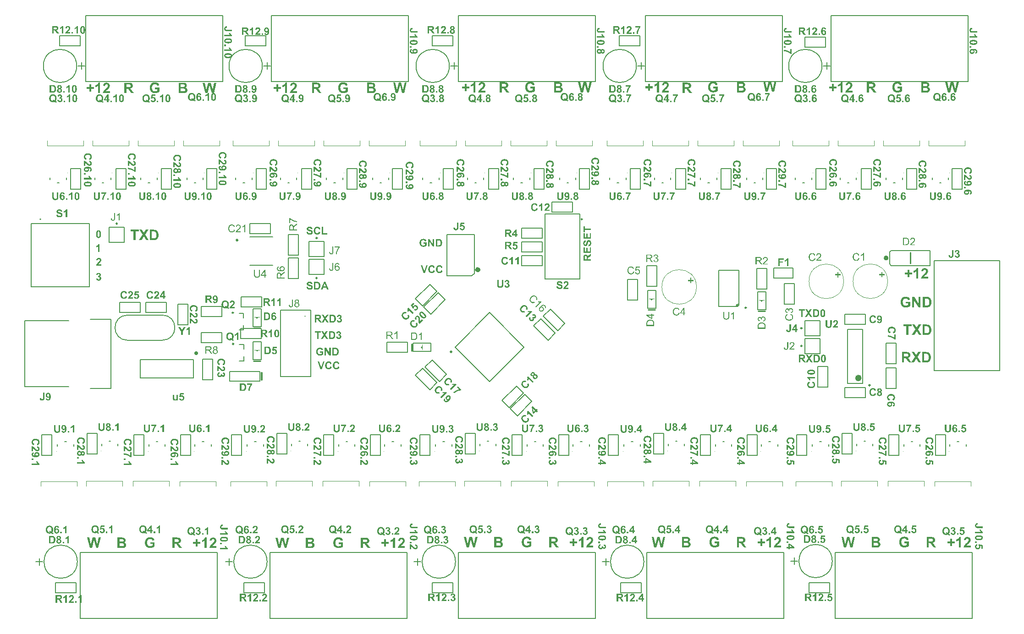
<source format=gto>
G04*
G04 #@! TF.GenerationSoftware,Altium Limited,Altium Designer,21.4.1 (30)*
G04*
G04 Layer_Color=65535*
%FSLAX44Y44*%
%MOMM*%
G71*
G04*
G04 #@! TF.SameCoordinates,6184CBAD-8C2E-428C-A116-2BF05ABD0BD4*
G04*
G04*
G04 #@! TF.FilePolarity,Positive*
G04*
G01*
G75*
%ADD10C,0.2500*%
%ADD11C,0.2000*%
%ADD12C,0.5000*%
%ADD13C,0.1000*%
%ADD14C,0.6000*%
%ADD15C,0.7620*%
%ADD16C,0.2540*%
%ADD17C,0.1524*%
%ADD18C,0.5080*%
%ADD19C,0.7000*%
%ADD20C,0.5000*%
%ADD21C,0.1500*%
%ADD22C,0.1270*%
%ADD23C,0.3000*%
G36*
X1153080Y563880D02*
X1150080D01*
X1148080Y561880D01*
X1146080Y563880D01*
X1143080D01*
Y564880D01*
X1153080D01*
Y563880D01*
D02*
G37*
G36*
X1356280Y561340D02*
X1353280D01*
X1351280Y559340D01*
X1349280Y561340D01*
X1346280D01*
Y562340D01*
X1356280D01*
Y561340D01*
D02*
G37*
G36*
X1306820Y551450D02*
X1303820Y550700D01*
Y552200D01*
X1306820Y555200D01*
X1308820D01*
X1306820Y551450D01*
D02*
G37*
G36*
X424100Y529750D02*
X421100D01*
X419100Y527750D01*
X417100Y529750D01*
X414100D01*
Y530750D01*
X424100D01*
Y529750D01*
D02*
G37*
G36*
X724900Y469980D02*
X723900D01*
Y472980D01*
X721900Y474980D01*
X723900Y476980D01*
Y479980D01*
X724900D01*
Y469980D01*
D02*
G37*
G36*
X424100Y469170D02*
X421100D01*
X419100Y467170D01*
X417100Y469170D01*
X414100D01*
Y470170D01*
X424100D01*
Y469170D01*
D02*
G37*
G36*
X516623Y697848D02*
X516847Y697827D01*
X517112Y697807D01*
X517376Y697766D01*
X517681Y697726D01*
X518332Y697583D01*
X518658Y697481D01*
X518983Y697380D01*
X519309Y697237D01*
X519614Y697075D01*
X519899Y696891D01*
X520163Y696688D01*
X520184Y696668D01*
X520224Y696627D01*
X520285Y696566D01*
X520367Y696485D01*
X520469Y696362D01*
X520591Y696220D01*
X520713Y696057D01*
X520855Y695874D01*
X520977Y695650D01*
X521099Y695426D01*
X521221Y695162D01*
X521323Y694877D01*
X521425Y694592D01*
X521506Y694267D01*
X521567Y693941D01*
X521588Y693575D01*
X518739Y693473D01*
Y693494D01*
Y693514D01*
X518699Y693656D01*
X518658Y693840D01*
X518576Y694063D01*
X518475Y694328D01*
X518332Y694572D01*
X518149Y694816D01*
X517946Y695020D01*
X517925Y695040D01*
X517844Y695101D01*
X517702Y695182D01*
X517498Y695264D01*
X517254Y695345D01*
X516949Y695426D01*
X516583Y695488D01*
X516155Y695508D01*
X515952D01*
X515728Y695488D01*
X515464Y695447D01*
X515158Y695386D01*
X514833Y695284D01*
X514528Y695162D01*
X514243Y694979D01*
X514222Y694959D01*
X514182Y694918D01*
X514100Y694857D01*
X514019Y694755D01*
X513938Y694633D01*
X513856Y694470D01*
X513816Y694308D01*
X513795Y694104D01*
Y694084D01*
Y694023D01*
X513816Y693921D01*
X513856Y693819D01*
X513897Y693677D01*
X513958Y693534D01*
X514060Y693392D01*
X514202Y693250D01*
X514222Y693229D01*
X514324Y693168D01*
X514385Y693128D01*
X514487Y693087D01*
X514589Y693026D01*
X514731Y692965D01*
X514894Y692904D01*
X515077Y692822D01*
X515301Y692741D01*
X515525Y692660D01*
X515810Y692578D01*
X516115Y692497D01*
X516440Y692415D01*
X516806Y692314D01*
X516827D01*
X516908Y692293D01*
X517010Y692273D01*
X517152Y692232D01*
X517315Y692192D01*
X517519Y692131D01*
X517742Y692070D01*
X517966Y692009D01*
X518454Y691846D01*
X518963Y691683D01*
X519451Y691500D01*
X519655Y691398D01*
X519858Y691296D01*
X519879D01*
X519899Y691276D01*
X520021Y691195D01*
X520204Y691073D01*
X520428Y690910D01*
X520672Y690706D01*
X520937Y690462D01*
X521201Y690177D01*
X521425Y689852D01*
X521445Y689811D01*
X521506Y689689D01*
X521608Y689506D01*
X521710Y689241D01*
X521811Y688916D01*
X521913Y688530D01*
X521974Y688102D01*
X521995Y687614D01*
Y687594D01*
Y687553D01*
Y687492D01*
Y687411D01*
X521974Y687309D01*
X521954Y687166D01*
X521913Y686881D01*
X521832Y686515D01*
X521710Y686129D01*
X521526Y685742D01*
X521303Y685335D01*
Y685315D01*
X521262Y685294D01*
X521181Y685173D01*
X521018Y684969D01*
X520814Y684745D01*
X520550Y684481D01*
X520204Y684237D01*
X519838Y683992D01*
X519390Y683769D01*
X519370D01*
X519329Y683748D01*
X519268Y683728D01*
X519166Y683687D01*
X519044Y683647D01*
X518902Y683606D01*
X518739Y683565D01*
X518556Y683524D01*
X518332Y683464D01*
X518108Y683423D01*
X517579Y683341D01*
X516990Y683280D01*
X516338Y683260D01*
X516074D01*
X515891Y683280D01*
X515667Y683301D01*
X515423Y683321D01*
X515138Y683362D01*
X514833Y683423D01*
X514161Y683565D01*
X513816Y683667D01*
X513490Y683769D01*
X513144Y683911D01*
X512819Y684074D01*
X512514Y684257D01*
X512229Y684481D01*
X512208Y684501D01*
X512168Y684542D01*
X512086Y684603D01*
X512005Y684705D01*
X511883Y684847D01*
X511761Y685010D01*
X511618Y685193D01*
X511476Y685396D01*
X511334Y685640D01*
X511191Y685905D01*
X511049Y686210D01*
X510906Y686536D01*
X510804Y686881D01*
X510682Y687268D01*
X510601Y687675D01*
X510540Y688102D01*
X513307Y688367D01*
Y688346D01*
X513327Y688306D01*
Y688224D01*
X513348Y688143D01*
X513429Y687899D01*
X513531Y687594D01*
X513653Y687248D01*
X513836Y686902D01*
X514039Y686597D01*
X514304Y686312D01*
X514345Y686292D01*
X514446Y686210D01*
X514609Y686108D01*
X514853Y685986D01*
X515158Y685864D01*
X515504Y685762D01*
X515911Y685681D01*
X516379Y685661D01*
X516603D01*
X516847Y685701D01*
X517152Y685742D01*
X517478Y685803D01*
X517824Y685905D01*
X518149Y686047D01*
X518434Y686230D01*
X518475Y686251D01*
X518556Y686332D01*
X518658Y686454D01*
X518800Y686617D01*
X518922Y686820D01*
X519044Y687065D01*
X519126Y687309D01*
X519146Y687594D01*
Y687614D01*
Y687675D01*
X519126Y687777D01*
X519105Y687899D01*
X519065Y688021D01*
X519024Y688163D01*
X518943Y688306D01*
X518841Y688448D01*
X518821Y688468D01*
X518780Y688509D01*
X518719Y688570D01*
X518617Y688652D01*
X518475Y688753D01*
X518292Y688855D01*
X518088Y688957D01*
X517824Y689058D01*
X517803D01*
X517722Y689099D01*
X517579Y689140D01*
X517478Y689181D01*
X517356Y689201D01*
X517213Y689241D01*
X517051Y689303D01*
X516867Y689343D01*
X516664Y689404D01*
X516420Y689465D01*
X516155Y689526D01*
X515871Y689608D01*
X515545Y689689D01*
X515525D01*
X515443Y689709D01*
X515321Y689750D01*
X515179Y689791D01*
X514996Y689852D01*
X514772Y689913D01*
X514548Y689994D01*
X514284Y690076D01*
X513755Y690279D01*
X513246Y690523D01*
X512981Y690645D01*
X512758Y690788D01*
X512534Y690930D01*
X512351Y691073D01*
X512330Y691093D01*
X512290Y691134D01*
X512229Y691195D01*
X512147Y691276D01*
X512046Y691398D01*
X511944Y691541D01*
X511822Y691683D01*
X511720Y691866D01*
X511476Y692293D01*
X511272Y692782D01*
X511191Y693046D01*
X511130Y693311D01*
X511089Y693616D01*
X511069Y693921D01*
Y693941D01*
Y693962D01*
Y694023D01*
Y694104D01*
X511110Y694308D01*
X511150Y694572D01*
X511211Y694877D01*
X511313Y695223D01*
X511455Y695589D01*
X511659Y695935D01*
Y695956D01*
X511679Y695976D01*
X511781Y696098D01*
X511903Y696261D01*
X512107Y696464D01*
X512351Y696688D01*
X512656Y696932D01*
X513002Y697156D01*
X513409Y697359D01*
X513429D01*
X513470Y697380D01*
X513531Y697400D01*
X513612Y697441D01*
X513734Y697481D01*
X513856Y697522D01*
X514019Y697563D01*
X514202Y697624D01*
X514609Y697705D01*
X515077Y697787D01*
X515606Y697848D01*
X516196Y697868D01*
X516440D01*
X516623Y697848D01*
D02*
G37*
G36*
X530906D02*
X531129Y697827D01*
X531374Y697787D01*
X531659Y697746D01*
X531964Y697685D01*
X532289Y697604D01*
X532635Y697502D01*
X532981Y697380D01*
X533347Y697217D01*
X533693Y697054D01*
X534019Y696851D01*
X534365Y696607D01*
X534670Y696342D01*
X534690D01*
X534710Y696301D01*
X534771Y696240D01*
X534832Y696179D01*
X534914Y696078D01*
X534995Y695956D01*
X535219Y695671D01*
X535443Y695304D01*
X535687Y694857D01*
X535911Y694348D01*
X536114Y693758D01*
X533307Y693087D01*
Y693107D01*
X533286Y693128D01*
Y693189D01*
X533246Y693270D01*
X533184Y693453D01*
X533083Y693697D01*
X532940Y693982D01*
X532757Y694267D01*
X532513Y694552D01*
X532248Y694796D01*
X532208Y694816D01*
X532106Y694898D01*
X531943Y694999D01*
X531720Y695121D01*
X531435Y695243D01*
X531109Y695345D01*
X530743Y695426D01*
X530336Y695447D01*
X530194D01*
X530072Y695426D01*
X529949Y695406D01*
X529787Y695386D01*
X529441Y695304D01*
X529034Y695162D01*
X528607Y694959D01*
X528383Y694837D01*
X528180Y694694D01*
X527976Y694511D01*
X527793Y694308D01*
Y694287D01*
X527752Y694247D01*
X527711Y694185D01*
X527650Y694084D01*
X527569Y693962D01*
X527488Y693819D01*
X527406Y693636D01*
X527325Y693433D01*
X527223Y693189D01*
X527142Y692924D01*
X527061Y692619D01*
X526979Y692293D01*
X526918Y691927D01*
X526877Y691541D01*
X526857Y691113D01*
X526837Y690645D01*
Y690625D01*
Y690523D01*
Y690381D01*
X526857Y690218D01*
Y689994D01*
X526898Y689730D01*
X526918Y689465D01*
X526959Y689160D01*
X527081Y688530D01*
X527244Y687899D01*
X527345Y687594D01*
X527488Y687309D01*
X527630Y687044D01*
X527793Y686820D01*
X527813Y686800D01*
X527834Y686780D01*
X527895Y686719D01*
X527976Y686637D01*
X528180Y686475D01*
X528464Y686271D01*
X528810Y686047D01*
X529237Y685885D01*
X529726Y685742D01*
X529990Y685722D01*
X530275Y685701D01*
X530377D01*
X530458Y685722D01*
X530682Y685742D01*
X530946Y685783D01*
X531231Y685885D01*
X531557Y686007D01*
X531882Y686169D01*
X532208Y686413D01*
X532248Y686454D01*
X532350Y686556D01*
X532493Y686719D01*
X532655Y686963D01*
X532859Y687288D01*
X533042Y687675D01*
X533225Y688143D01*
X533388Y688692D01*
X536155Y687838D01*
Y687817D01*
X536134Y687736D01*
X536094Y687614D01*
X536033Y687451D01*
X535951Y687268D01*
X535870Y687044D01*
X535768Y686800D01*
X535646Y686536D01*
X535361Y685986D01*
X534995Y685417D01*
X534548Y684867D01*
X534303Y684623D01*
X534039Y684399D01*
X534019Y684379D01*
X533978Y684359D01*
X533896Y684298D01*
X533774Y684216D01*
X533632Y684135D01*
X533449Y684053D01*
X533246Y683952D01*
X533022Y683850D01*
X532757Y683728D01*
X532472Y683626D01*
X532167Y683545D01*
X531842Y683464D01*
X531496Y683382D01*
X531109Y683321D01*
X530723Y683301D01*
X530295Y683280D01*
X530173D01*
X530031Y683301D01*
X529827Y683321D01*
X529604Y683341D01*
X529319Y683382D01*
X529014Y683443D01*
X528668Y683524D01*
X528322Y683626D01*
X527956Y683748D01*
X527569Y683911D01*
X527183Y684094D01*
X526796Y684298D01*
X526409Y684562D01*
X526043Y684847D01*
X525697Y685193D01*
X525677Y685213D01*
X525616Y685274D01*
X525535Y685396D01*
X525412Y685539D01*
X525290Y685742D01*
X525128Y685966D01*
X524965Y686251D01*
X524802Y686576D01*
X524639Y686922D01*
X524477Y687309D01*
X524314Y687756D01*
X524192Y688224D01*
X524070Y688713D01*
X523988Y689262D01*
X523927Y689832D01*
X523907Y690442D01*
Y690462D01*
Y690483D01*
Y690605D01*
X523927Y690788D01*
Y691032D01*
X523968Y691317D01*
X524009Y691663D01*
X524049Y692029D01*
X524131Y692456D01*
X524232Y692883D01*
X524355Y693331D01*
X524497Y693779D01*
X524680Y694247D01*
X524883Y694694D01*
X525128Y695121D01*
X525392Y695528D01*
X525718Y695915D01*
X525738Y695935D01*
X525799Y695996D01*
X525901Y696098D01*
X526043Y696220D01*
X526226Y696362D01*
X526450Y696525D01*
X526694Y696708D01*
X526999Y696891D01*
X527325Y697075D01*
X527671Y697258D01*
X528078Y697420D01*
X528485Y697563D01*
X528953Y697685D01*
X529421Y697787D01*
X529949Y697848D01*
X530479Y697868D01*
X530723D01*
X530906Y697848D01*
D02*
G37*
G36*
X541526Y685905D02*
X548606D01*
Y683524D01*
X538678D01*
Y697502D01*
X541526D01*
Y685905D01*
D02*
G37*
G36*
X212460Y683094D02*
X219068Y673100D01*
X214404D01*
X210156Y679596D01*
X205881Y673100D01*
X201217D01*
X207852Y683094D01*
X201828Y692311D01*
X206353D01*
X210156Y686565D01*
X213960Y692311D01*
X218485D01*
X212460Y683094D01*
D02*
G37*
G36*
X228979Y692284D02*
X229506Y692256D01*
X230089Y692228D01*
X230700Y692145D01*
X231283Y692062D01*
X231811Y691923D01*
X231838D01*
X231894Y691895D01*
X231977Y691867D01*
X232088Y691840D01*
X232421Y691701D01*
X232810Y691506D01*
X233254Y691256D01*
X233754Y690951D01*
X234226Y690590D01*
X234698Y690146D01*
X234726D01*
X234753Y690090D01*
X234892Y689924D01*
X235114Y689646D01*
X235364Y689285D01*
X235670Y688841D01*
X235975Y688314D01*
X236280Y687703D01*
X236530Y687037D01*
Y687009D01*
X236558Y686953D01*
X236586Y686842D01*
X236641Y686703D01*
X236669Y686537D01*
X236724Y686315D01*
X236780Y686065D01*
X236863Y685787D01*
X236919Y685482D01*
X236974Y685121D01*
X237030Y684760D01*
X237058Y684344D01*
X237141Y683483D01*
X237169Y682511D01*
Y682484D01*
Y682400D01*
Y682289D01*
Y682123D01*
X237141Y681901D01*
Y681678D01*
X237113Y681401D01*
X237085Y681096D01*
X237030Y680457D01*
X236919Y679791D01*
X236752Y679097D01*
X236558Y678430D01*
Y678403D01*
X236530Y678347D01*
X236475Y678236D01*
X236419Y678069D01*
X236364Y677903D01*
X236253Y677709D01*
X236031Y677209D01*
X235753Y676681D01*
X235392Y676098D01*
X234975Y675543D01*
X234504Y675016D01*
X234448Y674960D01*
X234309Y674849D01*
X234087Y674682D01*
X233782Y674460D01*
X233393Y674211D01*
X232949Y673961D01*
X232394Y673711D01*
X231783Y673489D01*
X231755D01*
X231727Y673461D01*
X231644D01*
X231561Y673433D01*
X231255Y673378D01*
X230867Y673294D01*
X230395Y673211D01*
X229812Y673156D01*
X229118Y673128D01*
X228368Y673100D01*
X221094D01*
Y692311D01*
X228757D01*
X228979Y692284D01*
D02*
G37*
G36*
X200661Y689063D02*
X194998D01*
Y673100D01*
X191111D01*
Y689063D01*
X185420D01*
Y692311D01*
X200661D01*
Y689063D01*
D02*
G37*
G36*
X156931Y713808D02*
Y713788D01*
Y713727D01*
Y713645D01*
Y713523D01*
X156910Y713360D01*
Y713198D01*
X156870Y712811D01*
X156829Y712364D01*
X156748Y711896D01*
X156625Y711468D01*
X156483Y711061D01*
Y711041D01*
X156463Y711021D01*
X156402Y710899D01*
X156300Y710736D01*
X156158Y710512D01*
X155954Y710288D01*
X155730Y710044D01*
X155445Y709800D01*
X155120Y709596D01*
X155079Y709576D01*
X154957Y709515D01*
X154774Y709434D01*
X154510Y709352D01*
X154184Y709251D01*
X153818Y709169D01*
X153411Y709108D01*
X152963Y709088D01*
X152780D01*
X152658Y709108D01*
X152495Y709129D01*
X152333Y709149D01*
X151905Y709230D01*
X151458Y709352D01*
X150990Y709536D01*
X150746Y709658D01*
X150522Y709800D01*
X150318Y709963D01*
X150115Y710146D01*
X150095Y710166D01*
X150074Y710187D01*
X150034Y710268D01*
X149972Y710349D01*
X149891Y710451D01*
X149810Y710593D01*
X149728Y710756D01*
X149627Y710939D01*
X149545Y711143D01*
X149464Y711387D01*
X149382Y711631D01*
X149301Y711916D01*
X149261Y712221D01*
X149199Y712567D01*
X149179Y712913D01*
Y713299D01*
X150868Y713544D01*
Y713523D01*
Y713483D01*
Y713401D01*
X150888Y713279D01*
X150908Y713157D01*
Y713015D01*
X150969Y712669D01*
X151031Y712302D01*
X151153Y711936D01*
X151275Y711611D01*
X151356Y711468D01*
X151458Y711346D01*
X151478Y711326D01*
X151559Y711265D01*
X151682Y711163D01*
X151844Y711061D01*
X152068Y710939D01*
X152312Y710858D01*
X152617Y710777D01*
X152943Y710756D01*
X153065D01*
X153187Y710777D01*
X153370Y710797D01*
X153553Y710838D01*
X153757Y710878D01*
X153960Y710960D01*
X154164Y711061D01*
X154184Y711082D01*
X154245Y711123D01*
X154326Y711204D01*
X154448Y711285D01*
X154550Y711428D01*
X154672Y711570D01*
X154774Y711733D01*
X154855Y711936D01*
Y711957D01*
X154896Y712038D01*
X154916Y712180D01*
X154957Y712364D01*
X154998Y712608D01*
X155018Y712913D01*
X155059Y713279D01*
Y713706D01*
Y723411D01*
X156931D01*
Y713808D01*
D02*
G37*
G36*
X165781Y709332D02*
X164052D01*
Y720339D01*
X164031Y720319D01*
X163930Y720237D01*
X163807Y720115D01*
X163604Y719973D01*
X163380Y719790D01*
X163095Y719586D01*
X162770Y719362D01*
X162404Y719138D01*
X162383D01*
X162363Y719118D01*
X162241Y719037D01*
X162037Y718935D01*
X161793Y718813D01*
X161508Y718671D01*
X161203Y718528D01*
X160898Y718386D01*
X160593Y718264D01*
Y719932D01*
X160613D01*
X160654Y719973D01*
X160735Y719993D01*
X160837Y720054D01*
X160959Y720115D01*
X161101Y720197D01*
X161447Y720400D01*
X161854Y720624D01*
X162261Y720909D01*
X162688Y721234D01*
X163116Y721580D01*
X163136Y721600D01*
X163156Y721621D01*
X163217Y721682D01*
X163299Y721743D01*
X163482Y721946D01*
X163726Y722190D01*
X163970Y722475D01*
X164235Y722801D01*
X164459Y723126D01*
X164662Y723472D01*
X165781D01*
Y709332D01*
D02*
G37*
G36*
X1400239Y475048D02*
Y475028D01*
Y474967D01*
Y474885D01*
Y474763D01*
X1400218Y474600D01*
Y474438D01*
X1400178Y474051D01*
X1400137Y473604D01*
X1400056Y473136D01*
X1399934Y472708D01*
X1399791Y472301D01*
Y472281D01*
X1399771Y472261D01*
X1399710Y472139D01*
X1399608Y471976D01*
X1399466Y471752D01*
X1399262Y471528D01*
X1399038Y471284D01*
X1398754Y471040D01*
X1398428Y470836D01*
X1398387Y470816D01*
X1398265Y470755D01*
X1398082Y470674D01*
X1397818Y470592D01*
X1397492Y470491D01*
X1397126Y470409D01*
X1396719Y470348D01*
X1396271Y470328D01*
X1396088D01*
X1395966Y470348D01*
X1395804Y470369D01*
X1395641Y470389D01*
X1395213Y470470D01*
X1394766Y470592D01*
X1394298Y470775D01*
X1394054Y470898D01*
X1393830Y471040D01*
X1393627Y471203D01*
X1393423Y471386D01*
X1393403Y471406D01*
X1393382Y471427D01*
X1393342Y471508D01*
X1393281Y471589D01*
X1393199Y471691D01*
X1393118Y471833D01*
X1393036Y471996D01*
X1392935Y472179D01*
X1392853Y472383D01*
X1392772Y472627D01*
X1392691Y472871D01*
X1392609Y473156D01*
X1392569Y473461D01*
X1392507Y473807D01*
X1392487Y474153D01*
Y474539D01*
X1394176Y474784D01*
Y474763D01*
Y474723D01*
Y474641D01*
X1394196Y474519D01*
X1394216Y474397D01*
Y474255D01*
X1394278Y473909D01*
X1394339Y473543D01*
X1394461Y473176D01*
X1394583Y472851D01*
X1394664Y472708D01*
X1394766Y472586D01*
X1394786Y472566D01*
X1394868Y472505D01*
X1394990Y472403D01*
X1395152Y472301D01*
X1395376Y472179D01*
X1395620Y472098D01*
X1395925Y472017D01*
X1396251Y471996D01*
X1396373D01*
X1396495Y472017D01*
X1396678Y472037D01*
X1396861Y472078D01*
X1397065Y472118D01*
X1397268Y472200D01*
X1397472Y472301D01*
X1397492Y472322D01*
X1397553Y472363D01*
X1397634Y472444D01*
X1397757Y472525D01*
X1397858Y472668D01*
X1397980Y472810D01*
X1398082Y472973D01*
X1398163Y473176D01*
Y473197D01*
X1398204Y473278D01*
X1398225Y473420D01*
X1398265Y473604D01*
X1398306Y473848D01*
X1398326Y474153D01*
X1398367Y474519D01*
Y474946D01*
Y484651D01*
X1400239D01*
Y475048D01*
D02*
G37*
G36*
X1407583Y484692D02*
X1407746Y484671D01*
X1407950Y484651D01*
X1408174Y484610D01*
X1408397Y484570D01*
X1408926Y484427D01*
X1409455Y484224D01*
X1409720Y484102D01*
X1409984Y483959D01*
X1410228Y483776D01*
X1410452Y483573D01*
X1410473Y483552D01*
X1410513Y483532D01*
X1410554Y483451D01*
X1410635Y483369D01*
X1410737Y483268D01*
X1410839Y483125D01*
X1410940Y482983D01*
X1411062Y482800D01*
X1411266Y482413D01*
X1411469Y481925D01*
X1411551Y481681D01*
X1411591Y481396D01*
X1411632Y481111D01*
X1411653Y480806D01*
Y480765D01*
Y480663D01*
X1411632Y480501D01*
X1411612Y480277D01*
X1411571Y480033D01*
X1411490Y479748D01*
X1411408Y479443D01*
X1411286Y479137D01*
X1411266Y479097D01*
X1411225Y478995D01*
X1411144Y478832D01*
X1411022Y478609D01*
X1410859Y478364D01*
X1410656Y478059D01*
X1410412Y477754D01*
X1410127Y477408D01*
X1410086Y477367D01*
X1409984Y477245D01*
X1409883Y477144D01*
X1409781Y477042D01*
X1409659Y476920D01*
X1409496Y476757D01*
X1409333Y476594D01*
X1409130Y476411D01*
X1408926Y476208D01*
X1408682Y475984D01*
X1408418Y475760D01*
X1408133Y475496D01*
X1407807Y475231D01*
X1407482Y474946D01*
X1407461Y474926D01*
X1407421Y474885D01*
X1407339Y474824D01*
X1407238Y474743D01*
X1407115Y474621D01*
X1406973Y474499D01*
X1406648Y474234D01*
X1406302Y473929D01*
X1405976Y473624D01*
X1405691Y473359D01*
X1405569Y473258D01*
X1405468Y473156D01*
X1405447Y473136D01*
X1405386Y473074D01*
X1405305Y472993D01*
X1405203Y472871D01*
X1405101Y472729D01*
X1404979Y472586D01*
X1404735Y472240D01*
X1411673D01*
Y470572D01*
X1402334D01*
Y470592D01*
Y470674D01*
Y470796D01*
X1402355Y470959D01*
X1402375Y471142D01*
X1402416Y471345D01*
X1402456Y471549D01*
X1402538Y471772D01*
Y471793D01*
X1402558Y471813D01*
X1402599Y471935D01*
X1402680Y472118D01*
X1402802Y472363D01*
X1402965Y472647D01*
X1403168Y472973D01*
X1403392Y473298D01*
X1403677Y473644D01*
Y473665D01*
X1403718Y473685D01*
X1403819Y473807D01*
X1404003Y473990D01*
X1404267Y474255D01*
X1404572Y474560D01*
X1404959Y474926D01*
X1405427Y475333D01*
X1405936Y475760D01*
X1405956Y475780D01*
X1406037Y475841D01*
X1406159Y475943D01*
X1406302Y476065D01*
X1406485Y476228D01*
X1406709Y476411D01*
X1406932Y476615D01*
X1407197Y476838D01*
X1407706Y477327D01*
X1408214Y477815D01*
X1408458Y478059D01*
X1408682Y478303D01*
X1408885Y478527D01*
X1409048Y478751D01*
Y478771D01*
X1409089Y478792D01*
X1409130Y478853D01*
X1409170Y478934D01*
X1409313Y479158D01*
X1409476Y479422D01*
X1409618Y479748D01*
X1409760Y480094D01*
X1409842Y480480D01*
X1409883Y480846D01*
Y480867D01*
Y480887D01*
X1409862Y481009D01*
X1409842Y481213D01*
X1409781Y481437D01*
X1409699Y481721D01*
X1409557Y482006D01*
X1409374Y482291D01*
X1409130Y482576D01*
X1409089Y482617D01*
X1408987Y482698D01*
X1408845Y482800D01*
X1408621Y482942D01*
X1408336Y483064D01*
X1408011Y483186D01*
X1407624Y483268D01*
X1407197Y483288D01*
X1407075D01*
X1406993Y483268D01*
X1406749Y483247D01*
X1406464Y483186D01*
X1406159Y483105D01*
X1405813Y482962D01*
X1405488Y482779D01*
X1405183Y482535D01*
X1405142Y482495D01*
X1405061Y482393D01*
X1404939Y482230D01*
X1404816Y481986D01*
X1404674Y481701D01*
X1404552Y481335D01*
X1404471Y480928D01*
X1404430Y480460D01*
X1402660Y480643D01*
Y480663D01*
X1402680Y480724D01*
Y480826D01*
X1402701Y480969D01*
X1402741Y481131D01*
X1402782Y481314D01*
X1402843Y481538D01*
X1402904Y481762D01*
X1403067Y482250D01*
X1403311Y482739D01*
X1403453Y482983D01*
X1403636Y483227D01*
X1403819Y483451D01*
X1404023Y483654D01*
X1404043Y483675D01*
X1404084Y483695D01*
X1404145Y483756D01*
X1404247Y483817D01*
X1404369Y483898D01*
X1404511Y483980D01*
X1404674Y484081D01*
X1404877Y484183D01*
X1405101Y484285D01*
X1405345Y484387D01*
X1405610Y484468D01*
X1405895Y484549D01*
X1406200Y484610D01*
X1406526Y484671D01*
X1406871Y484692D01*
X1407238Y484712D01*
X1407441D01*
X1407583Y484692D01*
D02*
G37*
G36*
X1291398Y532393D02*
Y532373D01*
Y532291D01*
Y532189D01*
Y532047D01*
X1291378Y531864D01*
Y531660D01*
X1291358Y531416D01*
X1291337Y531172D01*
X1291276Y530623D01*
X1291195Y530053D01*
X1291073Y529504D01*
X1290991Y529239D01*
X1290910Y528995D01*
Y528975D01*
X1290890Y528934D01*
X1290849Y528873D01*
X1290808Y528792D01*
X1290686Y528568D01*
X1290503Y528283D01*
X1290259Y527958D01*
X1289974Y527632D01*
X1289608Y527286D01*
X1289160Y526981D01*
X1289140D01*
X1289099Y526940D01*
X1289038Y526920D01*
X1288936Y526859D01*
X1288814Y526798D01*
X1288652Y526737D01*
X1288489Y526676D01*
X1288286Y526595D01*
X1288062Y526513D01*
X1287818Y526452D01*
X1287553Y526391D01*
X1287248Y526330D01*
X1286943Y526289D01*
X1286617Y526249D01*
X1285885Y526208D01*
X1285702D01*
X1285559Y526228D01*
X1285396D01*
X1285193Y526249D01*
X1284969Y526269D01*
X1284745Y526289D01*
X1284237Y526371D01*
X1283687Y526493D01*
X1283158Y526656D01*
X1282650Y526879D01*
X1282629D01*
X1282589Y526920D01*
X1282528Y526961D01*
X1282446Y527001D01*
X1282222Y527164D01*
X1281958Y527388D01*
X1281653Y527673D01*
X1281368Y527998D01*
X1281083Y528405D01*
X1280859Y528853D01*
Y528873D01*
X1280839Y528914D01*
X1280819Y528995D01*
X1280778Y529097D01*
X1280737Y529219D01*
X1280697Y529382D01*
X1280636Y529565D01*
X1280595Y529789D01*
X1280554Y530033D01*
X1280493Y530297D01*
X1280453Y530582D01*
X1280412Y530887D01*
X1280371Y531233D01*
X1280351Y531599D01*
X1280330Y531986D01*
Y532393D01*
Y540531D01*
X1282202D01*
Y532393D01*
Y532373D01*
Y532312D01*
Y532210D01*
Y532088D01*
X1282222Y531945D01*
Y531762D01*
X1282243Y531376D01*
X1282284Y530928D01*
X1282345Y530480D01*
X1282426Y530053D01*
X1282467Y529870D01*
X1282528Y529687D01*
X1282548Y529646D01*
X1282589Y529545D01*
X1282690Y529402D01*
X1282812Y529199D01*
X1282955Y528995D01*
X1283158Y528771D01*
X1283403Y528548D01*
X1283687Y528364D01*
X1283728Y528344D01*
X1283830Y528283D01*
X1284013Y528222D01*
X1284257Y528141D01*
X1284542Y528039D01*
X1284908Y527978D01*
X1285295Y527917D01*
X1285722Y527897D01*
X1285925D01*
X1286048Y527917D01*
X1286231D01*
X1286414Y527937D01*
X1286861Y528019D01*
X1287350Y528120D01*
X1287818Y528283D01*
X1288265Y528507D01*
X1288469Y528649D01*
X1288652Y528812D01*
X1288672Y528833D01*
X1288692Y528853D01*
X1288733Y528914D01*
X1288794Y528995D01*
X1288855Y529117D01*
X1288936Y529239D01*
X1289018Y529422D01*
X1289099Y529606D01*
X1289181Y529829D01*
X1289242Y530094D01*
X1289323Y530399D01*
X1289384Y530725D01*
X1289445Y531091D01*
X1289486Y531477D01*
X1289527Y531925D01*
Y532393D01*
Y540531D01*
X1291398D01*
Y532393D01*
D02*
G37*
G36*
X1300310Y526452D02*
X1298580D01*
Y537459D01*
X1298560Y537439D01*
X1298458Y537357D01*
X1298336Y537235D01*
X1298133Y537093D01*
X1297909Y536910D01*
X1297624Y536706D01*
X1297298Y536482D01*
X1296932Y536259D01*
X1296912D01*
X1296892Y536238D01*
X1296770Y536157D01*
X1296566Y536055D01*
X1296322Y535933D01*
X1296037Y535791D01*
X1295732Y535648D01*
X1295427Y535506D01*
X1295121Y535384D01*
Y537052D01*
X1295142D01*
X1295183Y537093D01*
X1295264Y537113D01*
X1295366Y537174D01*
X1295488Y537235D01*
X1295630Y537317D01*
X1295976Y537520D01*
X1296383Y537744D01*
X1296790Y538029D01*
X1297217Y538354D01*
X1297644Y538700D01*
X1297665Y538720D01*
X1297685Y538741D01*
X1297746Y538802D01*
X1297827Y538863D01*
X1298011Y539066D01*
X1298255Y539310D01*
X1298499Y539595D01*
X1298763Y539921D01*
X1298987Y540246D01*
X1299191Y540592D01*
X1300310D01*
Y526452D01*
D02*
G37*
G36*
X1156231Y646580D02*
X1156495Y646539D01*
X1156821Y646478D01*
X1157187Y646376D01*
X1157553Y646254D01*
X1157919Y646092D01*
X1157940D01*
X1157960Y646071D01*
X1158082Y646010D01*
X1158265Y645888D01*
X1158469Y645746D01*
X1158713Y645542D01*
X1158957Y645318D01*
X1159201Y645054D01*
X1159405Y644749D01*
X1159425Y644708D01*
X1159486Y644606D01*
X1159567Y644423D01*
X1159669Y644199D01*
X1159771Y643935D01*
X1159852Y643630D01*
X1159913Y643284D01*
X1159934Y642938D01*
Y642897D01*
Y642775D01*
X1159913Y642613D01*
X1159873Y642389D01*
X1159812Y642124D01*
X1159710Y641839D01*
X1159588Y641554D01*
X1159425Y641270D01*
X1159405Y641229D01*
X1159344Y641148D01*
X1159222Y641005D01*
X1159059Y640842D01*
X1158855Y640659D01*
X1158611Y640456D01*
X1158326Y640273D01*
X1157980Y640090D01*
X1158001D01*
X1158042Y640069D01*
X1158103Y640049D01*
X1158184Y640029D01*
X1158408Y639947D01*
X1158693Y639825D01*
X1159018Y639662D01*
X1159344Y639459D01*
X1159649Y639194D01*
X1159934Y638889D01*
X1159954Y638849D01*
X1160035Y638727D01*
X1160157Y638523D01*
X1160280Y638259D01*
X1160402Y637933D01*
X1160524Y637547D01*
X1160605Y637099D01*
X1160625Y636611D01*
Y636590D01*
Y636529D01*
Y636427D01*
X1160605Y636305D01*
X1160585Y636143D01*
X1160544Y635960D01*
X1160503Y635756D01*
X1160463Y635532D01*
X1160300Y635044D01*
X1160178Y634780D01*
X1160056Y634535D01*
X1159893Y634271D01*
X1159710Y634006D01*
X1159506Y633742D01*
X1159262Y633498D01*
X1159242Y633477D01*
X1159201Y633437D01*
X1159120Y633376D01*
X1159018Y633294D01*
X1158896Y633193D01*
X1158733Y633091D01*
X1158550Y632969D01*
X1158326Y632867D01*
X1158103Y632745D01*
X1157838Y632623D01*
X1157574Y632521D01*
X1157268Y632419D01*
X1156943Y632338D01*
X1156597Y632277D01*
X1156251Y632236D01*
X1155865Y632216D01*
X1155682D01*
X1155559Y632236D01*
X1155397Y632257D01*
X1155214Y632277D01*
X1155010Y632318D01*
X1154786Y632358D01*
X1154298Y632481D01*
X1153789Y632684D01*
X1153525Y632806D01*
X1153281Y632948D01*
X1153037Y633131D01*
X1152793Y633315D01*
X1152772Y633335D01*
X1152731Y633376D01*
X1152670Y633437D01*
X1152609Y633518D01*
X1152508Y633620D01*
X1152406Y633762D01*
X1152284Y633905D01*
X1152162Y634088D01*
X1152040Y634291D01*
X1151918Y634495D01*
X1151694Y634983D01*
X1151511Y635553D01*
X1151450Y635858D01*
X1151409Y636183D01*
X1153138Y636407D01*
Y636387D01*
X1153159Y636346D01*
X1153179Y636265D01*
X1153199Y636163D01*
X1153220Y636041D01*
X1153260Y635899D01*
X1153362Y635593D01*
X1153505Y635227D01*
X1153688Y634881D01*
X1153891Y634556D01*
X1154135Y634271D01*
X1154176Y634250D01*
X1154257Y634169D01*
X1154420Y634067D01*
X1154623Y633966D01*
X1154868Y633844D01*
X1155173Y633742D01*
X1155519Y633661D01*
X1155885Y633640D01*
X1156007D01*
X1156088Y633661D01*
X1156312Y633681D01*
X1156597Y633742D01*
X1156923Y633844D01*
X1157268Y633986D01*
X1157614Y634189D01*
X1157940Y634474D01*
X1157980Y634515D01*
X1158082Y634637D01*
X1158204Y634820D01*
X1158367Y635064D01*
X1158530Y635369D01*
X1158652Y635715D01*
X1158754Y636122D01*
X1158794Y636570D01*
Y636590D01*
Y636631D01*
Y636692D01*
X1158774Y636773D01*
X1158754Y636997D01*
X1158693Y637262D01*
X1158611Y637587D01*
X1158469Y637913D01*
X1158265Y638238D01*
X1158001Y638543D01*
X1157960Y638584D01*
X1157859Y638666D01*
X1157696Y638787D01*
X1157472Y638930D01*
X1157187Y639072D01*
X1156841Y639194D01*
X1156455Y639276D01*
X1156027Y639316D01*
X1155844D01*
X1155702Y639296D01*
X1155519Y639276D01*
X1155315Y639235D01*
X1155071Y639194D01*
X1154807Y639133D01*
X1155010Y640659D01*
X1155112D01*
X1155193Y640639D01*
X1155458D01*
X1155682Y640680D01*
X1155946Y640720D01*
X1156251Y640781D01*
X1156597Y640883D01*
X1156923Y641025D01*
X1157268Y641209D01*
X1157289D01*
X1157309Y641229D01*
X1157411Y641310D01*
X1157553Y641453D01*
X1157716Y641636D01*
X1157879Y641900D01*
X1158021Y642206D01*
X1158123Y642551D01*
X1158164Y642755D01*
Y642979D01*
Y642999D01*
Y643019D01*
Y643141D01*
X1158123Y643304D01*
X1158082Y643528D01*
X1158001Y643772D01*
X1157899Y644037D01*
X1157736Y644301D01*
X1157513Y644545D01*
X1157492Y644566D01*
X1157391Y644647D01*
X1157248Y644749D01*
X1157065Y644871D01*
X1156821Y644973D01*
X1156536Y645074D01*
X1156210Y645156D01*
X1155844Y645176D01*
X1155682D01*
X1155498Y645135D01*
X1155254Y645095D01*
X1154990Y645013D01*
X1154725Y644911D01*
X1154440Y644749D01*
X1154176Y644545D01*
X1154156Y644525D01*
X1154074Y644423D01*
X1153952Y644281D01*
X1153810Y644077D01*
X1153667Y643813D01*
X1153525Y643487D01*
X1153403Y643101D01*
X1153321Y642653D01*
X1151592Y642958D01*
Y642979D01*
X1151612Y643040D01*
X1151633Y643121D01*
X1151653Y643243D01*
X1151694Y643386D01*
X1151755Y643548D01*
X1151877Y643935D01*
X1152080Y644382D01*
X1152325Y644830D01*
X1152630Y645257D01*
X1153016Y645644D01*
X1153037Y645664D01*
X1153077Y645685D01*
X1153138Y645725D01*
X1153220Y645786D01*
X1153321Y645868D01*
X1153464Y645949D01*
X1153606Y646031D01*
X1153789Y646132D01*
X1154196Y646295D01*
X1154664Y646458D01*
X1155214Y646560D01*
X1155498Y646600D01*
X1156007D01*
X1156231Y646580D01*
D02*
G37*
G36*
X1144614Y646519D02*
X1144797D01*
X1145224Y646498D01*
X1145672Y646437D01*
X1146160Y646376D01*
X1146608Y646275D01*
X1146831Y646214D01*
X1147014Y646153D01*
X1147035D01*
X1147055Y646132D01*
X1147177Y646071D01*
X1147360Y645990D01*
X1147584Y645847D01*
X1147828Y645664D01*
X1148093Y645420D01*
X1148337Y645135D01*
X1148581Y644810D01*
Y644789D01*
X1148601Y644769D01*
X1148683Y644647D01*
X1148764Y644444D01*
X1148886Y644179D01*
X1148988Y643874D01*
X1149090Y643508D01*
X1149151Y643121D01*
X1149171Y642694D01*
Y642673D01*
Y642633D01*
Y642551D01*
X1149151Y642450D01*
Y642307D01*
X1149130Y642165D01*
X1149049Y641819D01*
X1148927Y641412D01*
X1148764Y640985D01*
X1148520Y640558D01*
X1148357Y640354D01*
X1148194Y640151D01*
X1148174Y640130D01*
X1148154Y640110D01*
X1148093Y640049D01*
X1148011Y639988D01*
X1147910Y639907D01*
X1147787Y639825D01*
X1147625Y639723D01*
X1147462Y639601D01*
X1147259Y639500D01*
X1147035Y639398D01*
X1146791Y639276D01*
X1146526Y639174D01*
X1146221Y639093D01*
X1145916Y638991D01*
X1145570Y638930D01*
X1145204Y638869D01*
X1145244Y638849D01*
X1145326Y638808D01*
X1145448Y638727D01*
X1145611Y638645D01*
X1145977Y638421D01*
X1146160Y638279D01*
X1146323Y638157D01*
X1146363Y638116D01*
X1146465Y638014D01*
X1146628Y637852D01*
X1146831Y637648D01*
X1147055Y637363D01*
X1147319Y637058D01*
X1147584Y636692D01*
X1147869Y636285D01*
X1150290Y632460D01*
X1147971D01*
X1146119Y635390D01*
Y635410D01*
X1146078Y635451D01*
X1146038Y635512D01*
X1145977Y635593D01*
X1145834Y635817D01*
X1145651Y636102D01*
X1145427Y636407D01*
X1145204Y636733D01*
X1144980Y637038D01*
X1144776Y637323D01*
X1144756Y637343D01*
X1144695Y637424D01*
X1144593Y637547D01*
X1144451Y637689D01*
X1144146Y637994D01*
X1143983Y638136D01*
X1143820Y638259D01*
X1143800Y638279D01*
X1143759Y638299D01*
X1143678Y638340D01*
X1143556Y638401D01*
X1143434Y638462D01*
X1143291Y638523D01*
X1142966Y638625D01*
X1142945D01*
X1142905Y638645D01*
X1142823D01*
X1142721Y638666D01*
X1142579Y638686D01*
X1142416D01*
X1142193Y638706D01*
X1139792D01*
Y632460D01*
X1137920D01*
Y646539D01*
X1144451D01*
X1144614Y646519D01*
D02*
G37*
G36*
X1358472Y642050D02*
X1358635Y642029D01*
X1358838Y642009D01*
X1359062Y641968D01*
X1359286Y641928D01*
X1359815Y641785D01*
X1360344Y641582D01*
X1360608Y641460D01*
X1360873Y641317D01*
X1361117Y641134D01*
X1361341Y640931D01*
X1361361Y640910D01*
X1361402Y640890D01*
X1361443Y640809D01*
X1361524Y640727D01*
X1361626Y640626D01*
X1361727Y640483D01*
X1361829Y640341D01*
X1361951Y640158D01*
X1362155Y639771D01*
X1362358Y639283D01*
X1362440Y639039D01*
X1362480Y638754D01*
X1362521Y638469D01*
X1362541Y638164D01*
Y638123D01*
Y638021D01*
X1362521Y637859D01*
X1362500Y637635D01*
X1362460Y637391D01*
X1362378Y637106D01*
X1362297Y636801D01*
X1362175Y636495D01*
X1362155Y636455D01*
X1362114Y636353D01*
X1362033Y636190D01*
X1361911Y635966D01*
X1361748Y635722D01*
X1361544Y635417D01*
X1361300Y635112D01*
X1361015Y634766D01*
X1360975Y634725D01*
X1360873Y634603D01*
X1360771Y634502D01*
X1360669Y634400D01*
X1360547Y634278D01*
X1360385Y634115D01*
X1360222Y633952D01*
X1360018Y633769D01*
X1359815Y633566D01*
X1359571Y633342D01*
X1359306Y633118D01*
X1359021Y632854D01*
X1358696Y632589D01*
X1358370Y632304D01*
X1358350Y632284D01*
X1358309Y632243D01*
X1358228Y632182D01*
X1358126Y632101D01*
X1358004Y631979D01*
X1357862Y631857D01*
X1357536Y631592D01*
X1357190Y631287D01*
X1356865Y630982D01*
X1356580Y630717D01*
X1356458Y630616D01*
X1356356Y630514D01*
X1356336Y630494D01*
X1356275Y630433D01*
X1356193Y630351D01*
X1356092Y630229D01*
X1355990Y630087D01*
X1355868Y629944D01*
X1355624Y629598D01*
X1362561D01*
Y627930D01*
X1353223D01*
Y627950D01*
Y628032D01*
Y628154D01*
X1353243Y628316D01*
X1353264Y628500D01*
X1353304Y628703D01*
X1353345Y628907D01*
X1353427Y629130D01*
Y629151D01*
X1353447Y629171D01*
X1353488Y629293D01*
X1353569Y629476D01*
X1353691Y629720D01*
X1353854Y630005D01*
X1354057Y630331D01*
X1354281Y630656D01*
X1354566Y631002D01*
Y631022D01*
X1354606Y631043D01*
X1354708Y631165D01*
X1354891Y631348D01*
X1355156Y631613D01*
X1355461Y631918D01*
X1355848Y632284D01*
X1356315Y632691D01*
X1356824Y633118D01*
X1356844Y633138D01*
X1356926Y633199D01*
X1357048Y633301D01*
X1357190Y633423D01*
X1357374Y633586D01*
X1357597Y633769D01*
X1357821Y633973D01*
X1358085Y634196D01*
X1358594Y634685D01*
X1359103Y635173D01*
X1359347Y635417D01*
X1359571Y635661D01*
X1359774Y635885D01*
X1359937Y636109D01*
Y636129D01*
X1359978Y636149D01*
X1360018Y636211D01*
X1360059Y636292D01*
X1360202Y636516D01*
X1360364Y636780D01*
X1360507Y637106D01*
X1360649Y637452D01*
X1360730Y637838D01*
X1360771Y638204D01*
Y638225D01*
Y638245D01*
X1360751Y638367D01*
X1360730Y638571D01*
X1360669Y638794D01*
X1360588Y639079D01*
X1360446Y639364D01*
X1360262Y639649D01*
X1360018Y639934D01*
X1359978Y639975D01*
X1359876Y640056D01*
X1359733Y640158D01*
X1359510Y640300D01*
X1359225Y640422D01*
X1358899Y640544D01*
X1358513Y640626D01*
X1358085Y640646D01*
X1357964D01*
X1357882Y640626D01*
X1357638Y640605D01*
X1357353Y640544D01*
X1357048Y640463D01*
X1356702Y640320D01*
X1356376Y640137D01*
X1356071Y639893D01*
X1356031Y639852D01*
X1355949Y639751D01*
X1355827Y639588D01*
X1355705Y639344D01*
X1355563Y639059D01*
X1355441Y638693D01*
X1355359Y638286D01*
X1355319Y637818D01*
X1353548Y638001D01*
Y638021D01*
X1353569Y638082D01*
Y638184D01*
X1353589Y638326D01*
X1353630Y638489D01*
X1353671Y638672D01*
X1353732Y638896D01*
X1353793Y639120D01*
X1353955Y639608D01*
X1354200Y640097D01*
X1354342Y640341D01*
X1354525Y640585D01*
X1354708Y640809D01*
X1354912Y641012D01*
X1354932Y641032D01*
X1354973Y641053D01*
X1355034Y641114D01*
X1355135Y641175D01*
X1355258Y641256D01*
X1355400Y641338D01*
X1355563Y641439D01*
X1355766Y641541D01*
X1355990Y641643D01*
X1356234Y641745D01*
X1356499Y641826D01*
X1356783Y641907D01*
X1357089Y641968D01*
X1357414Y642029D01*
X1357760Y642050D01*
X1358126Y642070D01*
X1358330D01*
X1358472Y642050D01*
D02*
G37*
G36*
X1346692Y641989D02*
X1346875D01*
X1347303Y641968D01*
X1347750Y641907D01*
X1348238Y641846D01*
X1348686Y641745D01*
X1348910Y641684D01*
X1349093Y641622D01*
X1349113D01*
X1349134Y641602D01*
X1349256Y641541D01*
X1349439Y641460D01*
X1349663Y641317D01*
X1349907Y641134D01*
X1350171Y640890D01*
X1350415Y640605D01*
X1350659Y640280D01*
Y640259D01*
X1350680Y640239D01*
X1350761Y640117D01*
X1350843Y639913D01*
X1350965Y639649D01*
X1351066Y639344D01*
X1351168Y638978D01*
X1351229Y638591D01*
X1351250Y638164D01*
Y638143D01*
Y638103D01*
Y638021D01*
X1351229Y637920D01*
Y637777D01*
X1351209Y637635D01*
X1351127Y637289D01*
X1351005Y636882D01*
X1350843Y636455D01*
X1350598Y636027D01*
X1350436Y635824D01*
X1350273Y635620D01*
X1350253Y635600D01*
X1350232Y635580D01*
X1350171Y635519D01*
X1350090Y635458D01*
X1349988Y635376D01*
X1349866Y635295D01*
X1349703Y635193D01*
X1349541Y635071D01*
X1349337Y634969D01*
X1349113Y634868D01*
X1348869Y634746D01*
X1348605Y634644D01*
X1348299Y634563D01*
X1347994Y634461D01*
X1347648Y634400D01*
X1347282Y634339D01*
X1347323Y634318D01*
X1347404Y634278D01*
X1347526Y634196D01*
X1347689Y634115D01*
X1348055Y633891D01*
X1348238Y633749D01*
X1348401Y633627D01*
X1348442Y633586D01*
X1348544Y633484D01*
X1348706Y633321D01*
X1348910Y633118D01*
X1349134Y632833D01*
X1349398Y632528D01*
X1349663Y632162D01*
X1349947Y631755D01*
X1352368Y627930D01*
X1350049D01*
X1348198Y630860D01*
Y630880D01*
X1348157Y630921D01*
X1348116Y630982D01*
X1348055Y631063D01*
X1347913Y631287D01*
X1347730Y631572D01*
X1347506Y631877D01*
X1347282Y632202D01*
X1347058Y632508D01*
X1346855Y632793D01*
X1346835Y632813D01*
X1346774Y632894D01*
X1346672Y633016D01*
X1346529Y633159D01*
X1346224Y633464D01*
X1346061Y633606D01*
X1345899Y633728D01*
X1345878Y633749D01*
X1345838Y633769D01*
X1345756Y633810D01*
X1345634Y633871D01*
X1345512Y633932D01*
X1345370Y633993D01*
X1345044Y634095D01*
X1345024D01*
X1344983Y634115D01*
X1344902D01*
X1344800Y634135D01*
X1344658Y634156D01*
X1344495D01*
X1344271Y634176D01*
X1341870D01*
Y627930D01*
X1339998D01*
Y642009D01*
X1346529D01*
X1346692Y641989D01*
D02*
G37*
G36*
X1149202Y535200D02*
X1152579D01*
Y533470D01*
X1149202D01*
Y527347D01*
X1147615D01*
X1138501Y533796D01*
Y535200D01*
X1147615D01*
Y537112D01*
X1149202D01*
Y535200D01*
D02*
G37*
G36*
X1145886Y526065D02*
X1146049D01*
X1146435Y526045D01*
X1146883Y525983D01*
X1147351Y525922D01*
X1147839Y525821D01*
X1148327Y525699D01*
X1148348D01*
X1148388Y525678D01*
X1148449Y525658D01*
X1148531Y525638D01*
X1148755Y525556D01*
X1149039Y525434D01*
X1149365Y525312D01*
X1149690Y525149D01*
X1150036Y524946D01*
X1150362Y524742D01*
X1150403Y524722D01*
X1150504Y524641D01*
X1150647Y524519D01*
X1150830Y524356D01*
X1151033Y524173D01*
X1151237Y523949D01*
X1151460Y523725D01*
X1151644Y523461D01*
X1151664Y523420D01*
X1151725Y523339D01*
X1151806Y523196D01*
X1151908Y522993D01*
X1152030Y522748D01*
X1152132Y522464D01*
X1152254Y522138D01*
X1152356Y521772D01*
Y521731D01*
X1152376Y521670D01*
X1152396Y521609D01*
X1152417Y521406D01*
X1152457Y521121D01*
X1152498Y520795D01*
X1152539Y520409D01*
X1152559Y519981D01*
X1152579Y519514D01*
Y514448D01*
X1138501D01*
Y519860D01*
X1138521Y520226D01*
X1138541Y520633D01*
X1138582Y521040D01*
X1138643Y521446D01*
X1138704Y521792D01*
Y521813D01*
X1138724Y521853D01*
Y521914D01*
X1138765Y521996D01*
X1138826Y522220D01*
X1138928Y522504D01*
X1139070Y522830D01*
X1139253Y523176D01*
X1139457Y523522D01*
X1139721Y523847D01*
X1139742Y523867D01*
X1139762Y523888D01*
X1139823Y523949D01*
X1139884Y524030D01*
X1140087Y524234D01*
X1140372Y524478D01*
X1140718Y524742D01*
X1141125Y525027D01*
X1141593Y525292D01*
X1142122Y525516D01*
X1142142D01*
X1142183Y525536D01*
X1142264Y525577D01*
X1142386Y525597D01*
X1142529Y525658D01*
X1142692Y525699D01*
X1142875Y525739D01*
X1143099Y525800D01*
X1143322Y525861D01*
X1143587Y525902D01*
X1144156Y526004D01*
X1144787Y526065D01*
X1145479Y526085D01*
X1145499D01*
X1145540D01*
X1145642D01*
X1145743D01*
X1145886Y526065D01*
D02*
G37*
G36*
X1354383Y532043D02*
X1354545Y532022D01*
X1354729Y531982D01*
X1354932Y531941D01*
X1355156Y531900D01*
X1355644Y531737D01*
X1355909Y531615D01*
X1356153Y531493D01*
X1356417Y531330D01*
X1356682Y531147D01*
X1356946Y530944D01*
X1357190Y530700D01*
X1357211Y530679D01*
X1357251Y530639D01*
X1357312Y530557D01*
X1357394Y530456D01*
X1357496Y530334D01*
X1357597Y530171D01*
X1357719Y529988D01*
X1357821Y529764D01*
X1357943Y529540D01*
X1358065Y529276D01*
X1358167Y529011D01*
X1358269Y528706D01*
X1358350Y528380D01*
X1358411Y528035D01*
X1358452Y527689D01*
X1358472Y527302D01*
Y527119D01*
X1358452Y526997D01*
X1358431Y526834D01*
X1358411Y526651D01*
X1358370Y526448D01*
X1358330Y526224D01*
X1358208Y525736D01*
X1358004Y525227D01*
X1357882Y524962D01*
X1357740Y524718D01*
X1357556Y524474D01*
X1357373Y524230D01*
X1357353Y524210D01*
X1357312Y524169D01*
X1357251Y524108D01*
X1357170Y524047D01*
X1357068Y523945D01*
X1356926Y523843D01*
X1356783Y523721D01*
X1356600Y523599D01*
X1356397Y523477D01*
X1356193Y523355D01*
X1355705Y523131D01*
X1355135Y522948D01*
X1354830Y522887D01*
X1354505Y522846D01*
X1354281Y524576D01*
X1354301D01*
X1354342Y524596D01*
X1354423Y524617D01*
X1354525Y524637D01*
X1354647Y524657D01*
X1354790Y524698D01*
X1355095Y524800D01*
X1355461Y524942D01*
X1355807Y525125D01*
X1356132Y525329D01*
X1356417Y525573D01*
X1356438Y525613D01*
X1356519Y525695D01*
X1356621Y525858D01*
X1356722Y526061D01*
X1356844Y526305D01*
X1356946Y526610D01*
X1357028Y526956D01*
X1357048Y527322D01*
Y527444D01*
X1357028Y527526D01*
X1357007Y527750D01*
X1356946Y528035D01*
X1356844Y528360D01*
X1356702Y528706D01*
X1356499Y529052D01*
X1356214Y529377D01*
X1356173Y529418D01*
X1356051Y529520D01*
X1355868Y529642D01*
X1355624Y529805D01*
X1355318Y529967D01*
X1354973Y530089D01*
X1354566Y530191D01*
X1354118Y530232D01*
X1354098D01*
X1354057D01*
X1353996D01*
X1353915Y530211D01*
X1353691Y530191D01*
X1353426Y530130D01*
X1353101Y530049D01*
X1352775Y529906D01*
X1352450Y529703D01*
X1352145Y529438D01*
X1352104Y529398D01*
X1352023Y529296D01*
X1351900Y529133D01*
X1351758Y528909D01*
X1351616Y528624D01*
X1351494Y528279D01*
X1351412Y527892D01*
X1351371Y527465D01*
Y527282D01*
X1351392Y527139D01*
X1351412Y526956D01*
X1351453Y526753D01*
X1351494Y526509D01*
X1351555Y526244D01*
X1350029Y526448D01*
Y526549D01*
X1350049Y526631D01*
Y526895D01*
X1350008Y527119D01*
X1349968Y527383D01*
X1349907Y527689D01*
X1349805Y528035D01*
X1349662Y528360D01*
X1349479Y528706D01*
Y528726D01*
X1349459Y528747D01*
X1349378Y528848D01*
X1349235Y528991D01*
X1349052Y529154D01*
X1348788Y529316D01*
X1348483Y529459D01*
X1348137Y529560D01*
X1347933Y529601D01*
X1347709D01*
X1347689D01*
X1347669D01*
X1347547D01*
X1347384Y529560D01*
X1347160Y529520D01*
X1346916Y529438D01*
X1346651Y529337D01*
X1346387Y529174D01*
X1346143Y528950D01*
X1346122Y528930D01*
X1346041Y528828D01*
X1345939Y528686D01*
X1345817Y528503D01*
X1345715Y528258D01*
X1345614Y527974D01*
X1345532Y527648D01*
X1345512Y527282D01*
Y527119D01*
X1345553Y526936D01*
X1345593Y526692D01*
X1345675Y526427D01*
X1345777Y526163D01*
X1345939Y525878D01*
X1346143Y525613D01*
X1346163Y525593D01*
X1346265Y525512D01*
X1346407Y525390D01*
X1346611Y525247D01*
X1346875Y525105D01*
X1347201Y524962D01*
X1347587Y524840D01*
X1348035Y524759D01*
X1347730Y523030D01*
X1347709D01*
X1347648Y523050D01*
X1347567Y523070D01*
X1347445Y523091D01*
X1347303Y523131D01*
X1347140Y523192D01*
X1346753Y523314D01*
X1346306Y523518D01*
X1345858Y523762D01*
X1345431Y524067D01*
X1345044Y524454D01*
X1345024Y524474D01*
X1345003Y524515D01*
X1344963Y524576D01*
X1344902Y524657D01*
X1344820Y524759D01*
X1344739Y524901D01*
X1344658Y525044D01*
X1344556Y525227D01*
X1344393Y525634D01*
X1344230Y526102D01*
X1344129Y526651D01*
X1344088Y526936D01*
Y527444D01*
X1344108Y527668D01*
X1344149Y527933D01*
X1344210Y528258D01*
X1344312Y528624D01*
X1344434Y528991D01*
X1344597Y529357D01*
Y529377D01*
X1344617Y529398D01*
X1344678Y529520D01*
X1344800Y529703D01*
X1344942Y529906D01*
X1345146Y530150D01*
X1345370Y530395D01*
X1345634Y530639D01*
X1345939Y530842D01*
X1345980Y530863D01*
X1346082Y530924D01*
X1346265Y531005D01*
X1346489Y531107D01*
X1346753Y531208D01*
X1347058Y531290D01*
X1347404Y531351D01*
X1347750Y531371D01*
X1347791D01*
X1347913D01*
X1348076Y531351D01*
X1348299Y531310D01*
X1348564Y531249D01*
X1348849Y531147D01*
X1349133Y531025D01*
X1349418Y530863D01*
X1349459Y530842D01*
X1349541Y530781D01*
X1349683Y530659D01*
X1349846Y530496D01*
X1350029Y530293D01*
X1350232Y530049D01*
X1350415Y529764D01*
X1350598Y529418D01*
Y529438D01*
X1350619Y529479D01*
X1350639Y529540D01*
X1350659Y529622D01*
X1350741Y529845D01*
X1350863Y530130D01*
X1351026Y530456D01*
X1351229Y530781D01*
X1351494Y531086D01*
X1351799Y531371D01*
X1351839Y531391D01*
X1351962Y531473D01*
X1352165Y531595D01*
X1352430Y531717D01*
X1352755Y531839D01*
X1353142Y531961D01*
X1353589Y532043D01*
X1354077Y532063D01*
X1354098D01*
X1354159D01*
X1354261D01*
X1354383Y532043D01*
D02*
G37*
G36*
X1351534Y520954D02*
X1351697D01*
X1352084Y520934D01*
X1352531Y520873D01*
X1352999Y520812D01*
X1353488Y520710D01*
X1353976Y520588D01*
X1353996D01*
X1354037Y520568D01*
X1354098Y520547D01*
X1354179Y520527D01*
X1354403Y520446D01*
X1354688Y520324D01*
X1355013Y520202D01*
X1355339Y520039D01*
X1355685Y519835D01*
X1356010Y519632D01*
X1356051Y519612D01*
X1356153Y519530D01*
X1356295Y519408D01*
X1356478Y519245D01*
X1356682Y519062D01*
X1356885Y518838D01*
X1357109Y518615D01*
X1357292Y518350D01*
X1357312Y518309D01*
X1357373Y518228D01*
X1357455Y518086D01*
X1357556Y517882D01*
X1357679Y517638D01*
X1357780Y517353D01*
X1357902Y517028D01*
X1358004Y516661D01*
Y516621D01*
X1358024Y516560D01*
X1358045Y516499D01*
X1358065Y516295D01*
X1358106Y516010D01*
X1358147Y515685D01*
X1358187Y515298D01*
X1358208Y514871D01*
X1358228Y514403D01*
Y509337D01*
X1344149D01*
Y514749D01*
X1344169Y515115D01*
X1344190Y515522D01*
X1344230Y515929D01*
X1344291Y516336D01*
X1344352Y516682D01*
Y516702D01*
X1344373Y516743D01*
Y516804D01*
X1344413Y516885D01*
X1344474Y517109D01*
X1344576Y517394D01*
X1344719Y517719D01*
X1344902Y518065D01*
X1345105Y518411D01*
X1345370Y518737D01*
X1345390Y518757D01*
X1345410Y518777D01*
X1345471Y518838D01*
X1345532Y518920D01*
X1345736Y519123D01*
X1346021Y519367D01*
X1346367Y519632D01*
X1346774Y519917D01*
X1347241Y520181D01*
X1347770Y520405D01*
X1347791D01*
X1347831Y520425D01*
X1347913Y520466D01*
X1348035Y520486D01*
X1348177Y520547D01*
X1348340Y520588D01*
X1348523Y520629D01*
X1348747Y520690D01*
X1348971Y520751D01*
X1349235Y520792D01*
X1349805Y520893D01*
X1350436Y520954D01*
X1351127Y520975D01*
X1351148D01*
X1351188D01*
X1351290D01*
X1351392D01*
X1351534Y520954D01*
D02*
G37*
G36*
X1630622Y677610D02*
X1630785Y677589D01*
X1630988Y677569D01*
X1631212Y677528D01*
X1631436Y677488D01*
X1631965Y677345D01*
X1632494Y677142D01*
X1632758Y677020D01*
X1633023Y676877D01*
X1633267Y676694D01*
X1633491Y676491D01*
X1633511Y676470D01*
X1633552Y676450D01*
X1633593Y676369D01*
X1633674Y676287D01*
X1633776Y676186D01*
X1633878Y676043D01*
X1633979Y675901D01*
X1634101Y675718D01*
X1634305Y675331D01*
X1634508Y674843D01*
X1634590Y674599D01*
X1634630Y674314D01*
X1634671Y674029D01*
X1634691Y673724D01*
Y673683D01*
Y673581D01*
X1634671Y673419D01*
X1634651Y673195D01*
X1634610Y672951D01*
X1634529Y672666D01*
X1634447Y672361D01*
X1634325Y672055D01*
X1634305Y672015D01*
X1634264Y671913D01*
X1634183Y671750D01*
X1634061Y671526D01*
X1633898Y671282D01*
X1633694Y670977D01*
X1633450Y670672D01*
X1633165Y670326D01*
X1633125Y670285D01*
X1633023Y670163D01*
X1632921Y670062D01*
X1632820Y669960D01*
X1632697Y669838D01*
X1632535Y669675D01*
X1632372Y669512D01*
X1632168Y669329D01*
X1631965Y669126D01*
X1631721Y668902D01*
X1631456Y668678D01*
X1631172Y668414D01*
X1630846Y668149D01*
X1630520Y667864D01*
X1630500Y667844D01*
X1630459Y667803D01*
X1630378Y667742D01*
X1630276Y667661D01*
X1630154Y667539D01*
X1630012Y667417D01*
X1629686Y667152D01*
X1629341Y666847D01*
X1629015Y666542D01*
X1628730Y666277D01*
X1628608Y666176D01*
X1628506Y666074D01*
X1628486Y666053D01*
X1628425Y665993D01*
X1628344Y665911D01*
X1628242Y665789D01*
X1628140Y665647D01*
X1628018Y665504D01*
X1627774Y665158D01*
X1634712D01*
Y663490D01*
X1625373D01*
Y663510D01*
Y663592D01*
Y663714D01*
X1625394Y663876D01*
X1625414Y664060D01*
X1625455Y664263D01*
X1625495Y664467D01*
X1625577Y664690D01*
Y664711D01*
X1625597Y664731D01*
X1625638Y664853D01*
X1625719Y665036D01*
X1625841Y665280D01*
X1626004Y665565D01*
X1626207Y665891D01*
X1626431Y666216D01*
X1626716Y666562D01*
Y666582D01*
X1626757Y666603D01*
X1626858Y666725D01*
X1627041Y666908D01*
X1627306Y667172D01*
X1627611Y667478D01*
X1627998Y667844D01*
X1628466Y668251D01*
X1628974Y668678D01*
X1628995Y668698D01*
X1629076Y668759D01*
X1629198Y668861D01*
X1629341Y668983D01*
X1629524Y669146D01*
X1629747Y669329D01*
X1629971Y669533D01*
X1630236Y669756D01*
X1630744Y670245D01*
X1631253Y670733D01*
X1631497Y670977D01*
X1631721Y671221D01*
X1631924Y671445D01*
X1632087Y671669D01*
Y671689D01*
X1632128Y671710D01*
X1632168Y671771D01*
X1632209Y671852D01*
X1632352Y672076D01*
X1632514Y672340D01*
X1632657Y672666D01*
X1632799Y673012D01*
X1632881Y673398D01*
X1632921Y673764D01*
Y673785D01*
Y673805D01*
X1632901Y673927D01*
X1632881Y674131D01*
X1632820Y674354D01*
X1632738Y674639D01*
X1632596Y674924D01*
X1632413Y675209D01*
X1632168Y675494D01*
X1632128Y675535D01*
X1632026Y675616D01*
X1631884Y675718D01*
X1631660Y675860D01*
X1631375Y675982D01*
X1631049Y676104D01*
X1630663Y676186D01*
X1630236Y676206D01*
X1630114D01*
X1630032Y676186D01*
X1629788Y676165D01*
X1629503Y676104D01*
X1629198Y676023D01*
X1628852Y675880D01*
X1628527Y675697D01*
X1628221Y675453D01*
X1628181Y675412D01*
X1628099Y675311D01*
X1627977Y675148D01*
X1627855Y674904D01*
X1627713Y674619D01*
X1627591Y674253D01*
X1627509Y673846D01*
X1627469Y673378D01*
X1625699Y673561D01*
Y673581D01*
X1625719Y673642D01*
Y673744D01*
X1625739Y673886D01*
X1625780Y674049D01*
X1625821Y674232D01*
X1625882Y674456D01*
X1625943Y674680D01*
X1626106Y675168D01*
X1626350Y675657D01*
X1626492Y675901D01*
X1626675Y676145D01*
X1626858Y676369D01*
X1627062Y676572D01*
X1627082Y676592D01*
X1627123Y676613D01*
X1627184Y676674D01*
X1627286Y676735D01*
X1627408Y676816D01*
X1627550Y676898D01*
X1627713Y676999D01*
X1627916Y677101D01*
X1628140Y677203D01*
X1628384Y677305D01*
X1628649Y677386D01*
X1628934Y677467D01*
X1629239Y677528D01*
X1629564Y677589D01*
X1629910Y677610D01*
X1630276Y677630D01*
X1630480D01*
X1630622Y677610D01*
D02*
G37*
G36*
X1617906Y677549D02*
X1618313Y677528D01*
X1618720Y677488D01*
X1619127Y677427D01*
X1619473Y677365D01*
X1619493D01*
X1619534Y677345D01*
X1619595D01*
X1619676Y677305D01*
X1619900Y677243D01*
X1620185Y677142D01*
X1620511Y676999D01*
X1620856Y676816D01*
X1621202Y676613D01*
X1621528Y676348D01*
X1621548Y676328D01*
X1621569Y676308D01*
X1621630Y676247D01*
X1621711Y676186D01*
X1621914Y675982D01*
X1622159Y675697D01*
X1622423Y675351D01*
X1622708Y674944D01*
X1622972Y674476D01*
X1623196Y673948D01*
Y673927D01*
X1623217Y673886D01*
X1623257Y673805D01*
X1623278Y673683D01*
X1623339Y673541D01*
X1623379Y673378D01*
X1623420Y673195D01*
X1623481Y672971D01*
X1623542Y672747D01*
X1623583Y672483D01*
X1623685Y671913D01*
X1623746Y671282D01*
X1623766Y670591D01*
Y670570D01*
Y670529D01*
Y670428D01*
Y670326D01*
X1623746Y670184D01*
Y670021D01*
X1623725Y669634D01*
X1623664Y669187D01*
X1623603Y668719D01*
X1623501Y668231D01*
X1623379Y667742D01*
Y667722D01*
X1623359Y667681D01*
X1623339Y667620D01*
X1623318Y667539D01*
X1623237Y667315D01*
X1623115Y667030D01*
X1622993Y666705D01*
X1622830Y666379D01*
X1622626Y666033D01*
X1622423Y665708D01*
X1622403Y665667D01*
X1622321Y665565D01*
X1622199Y665423D01*
X1622036Y665240D01*
X1621853Y665036D01*
X1621630Y664833D01*
X1621406Y664609D01*
X1621141Y664426D01*
X1621101Y664406D01*
X1621019Y664344D01*
X1620877Y664263D01*
X1620673Y664161D01*
X1620429Y664039D01*
X1620144Y663938D01*
X1619819Y663816D01*
X1619453Y663714D01*
X1619412D01*
X1619351Y663693D01*
X1619290Y663673D01*
X1619086Y663653D01*
X1618802Y663612D01*
X1618476Y663571D01*
X1618089Y663531D01*
X1617662Y663510D01*
X1617194Y663490D01*
X1612128D01*
Y677569D01*
X1617540D01*
X1617906Y677549D01*
D02*
G37*
G36*
X1110350Y624483D02*
X1110533Y624463D01*
X1110757Y624443D01*
X1110981Y624422D01*
X1111245Y624361D01*
X1111795Y624239D01*
X1112405Y624056D01*
X1112710Y623934D01*
X1112995Y623792D01*
X1113280Y623609D01*
X1113565Y623425D01*
X1113585Y623405D01*
X1113626Y623385D01*
X1113707Y623324D01*
X1113809Y623222D01*
X1113911Y623120D01*
X1114053Y622978D01*
X1114195Y622815D01*
X1114358Y622652D01*
X1114521Y622449D01*
X1114684Y622205D01*
X1114867Y621960D01*
X1115030Y621696D01*
X1115172Y621391D01*
X1115335Y621086D01*
X1115457Y620760D01*
X1115579Y620394D01*
X1113748Y619967D01*
Y619987D01*
X1113727Y620028D01*
X1113687Y620109D01*
X1113646Y620211D01*
X1113605Y620333D01*
X1113544Y620496D01*
X1113382Y620821D01*
X1113178Y621187D01*
X1112934Y621554D01*
X1112629Y621899D01*
X1112303Y622205D01*
X1112262Y622245D01*
X1112140Y622327D01*
X1111937Y622428D01*
X1111673Y622571D01*
X1111327Y622693D01*
X1110940Y622815D01*
X1110472Y622896D01*
X1109964Y622917D01*
X1109801D01*
X1109699Y622896D01*
X1109557D01*
X1109394Y622876D01*
X1109007Y622815D01*
X1108580Y622734D01*
X1108132Y622591D01*
X1107664Y622388D01*
X1107237Y622123D01*
X1107217D01*
X1107197Y622083D01*
X1107054Y621981D01*
X1106871Y621818D01*
X1106647Y621574D01*
X1106383Y621269D01*
X1106139Y620923D01*
X1105915Y620496D01*
X1105711Y620028D01*
Y620007D01*
X1105691Y619967D01*
X1105671Y619906D01*
X1105650Y619804D01*
X1105610Y619682D01*
X1105569Y619539D01*
X1105508Y619193D01*
X1105426Y618787D01*
X1105345Y618339D01*
X1105304Y617851D01*
X1105284Y617322D01*
Y617301D01*
Y617240D01*
Y617139D01*
Y617016D01*
X1105304Y616874D01*
Y616691D01*
X1105325Y616488D01*
X1105345Y616264D01*
X1105406Y615775D01*
X1105508Y615247D01*
X1105630Y614717D01*
X1105793Y614188D01*
Y614168D01*
X1105813Y614128D01*
X1105854Y614067D01*
X1105894Y613965D01*
X1106016Y613721D01*
X1106200Y613436D01*
X1106423Y613110D01*
X1106708Y612764D01*
X1107034Y612459D01*
X1107420Y612174D01*
X1107441D01*
X1107481Y612154D01*
X1107542Y612113D01*
X1107624Y612073D01*
X1107726Y612032D01*
X1107848Y611971D01*
X1108132Y611849D01*
X1108499Y611727D01*
X1108905Y611625D01*
X1109353Y611544D01*
X1109821Y611523D01*
X1109964D01*
X1110086Y611544D01*
X1110228D01*
X1110370Y611564D01*
X1110737Y611645D01*
X1111164Y611747D01*
X1111591Y611910D01*
X1112039Y612134D01*
X1112262Y612256D01*
X1112466Y612419D01*
X1112486Y612439D01*
X1112507Y612459D01*
X1112568Y612520D01*
X1112649Y612581D01*
X1112730Y612683D01*
X1112832Y612805D01*
X1112954Y612927D01*
X1113056Y613090D01*
X1113178Y613273D01*
X1113320Y613476D01*
X1113443Y613680D01*
X1113565Y613924D01*
X1113666Y614188D01*
X1113768Y614473D01*
X1113870Y614779D01*
X1113951Y615104D01*
X1115823Y614636D01*
Y614616D01*
X1115803Y614534D01*
X1115762Y614412D01*
X1115701Y614250D01*
X1115640Y614067D01*
X1115558Y613843D01*
X1115457Y613599D01*
X1115335Y613334D01*
X1115050Y612764D01*
X1114684Y612195D01*
X1114460Y611910D01*
X1114236Y611625D01*
X1113992Y611381D01*
X1113707Y611137D01*
X1113687Y611116D01*
X1113646Y611076D01*
X1113544Y611035D01*
X1113443Y610954D01*
X1113280Y610852D01*
X1113117Y610750D01*
X1112893Y610648D01*
X1112669Y610547D01*
X1112405Y610425D01*
X1112120Y610323D01*
X1111815Y610221D01*
X1111489Y610120D01*
X1111143Y610038D01*
X1110777Y609997D01*
X1110391Y609957D01*
X1109984Y609936D01*
X1109760D01*
X1109597Y609957D01*
X1109414D01*
X1109190Y609977D01*
X1108946Y610018D01*
X1108661Y610058D01*
X1108071Y610160D01*
X1107461Y610323D01*
X1106851Y610547D01*
X1106566Y610689D01*
X1106281Y610852D01*
X1106261Y610872D01*
X1106220Y610893D01*
X1106139Y610954D01*
X1106057Y611035D01*
X1105935Y611116D01*
X1105793Y611239D01*
X1105630Y611381D01*
X1105467Y611544D01*
X1105304Y611727D01*
X1105121Y611910D01*
X1104755Y612378D01*
X1104409Y612927D01*
X1104104Y613537D01*
Y613558D01*
X1104063Y613619D01*
X1104043Y613721D01*
X1103982Y613843D01*
X1103941Y614005D01*
X1103880Y614209D01*
X1103799Y614433D01*
X1103738Y614677D01*
X1103677Y614941D01*
X1103595Y615247D01*
X1103494Y615877D01*
X1103412Y616589D01*
X1103372Y617322D01*
Y617342D01*
Y617424D01*
Y617546D01*
X1103392Y617688D01*
Y617891D01*
X1103412Y618095D01*
X1103433Y618359D01*
X1103473Y618624D01*
X1103575Y619214D01*
X1103717Y619865D01*
X1103921Y620516D01*
X1104206Y621147D01*
X1104226Y621167D01*
X1104246Y621228D01*
X1104287Y621309D01*
X1104369Y621411D01*
X1104450Y621554D01*
X1104552Y621716D01*
X1104816Y622083D01*
X1105162Y622490D01*
X1105569Y622896D01*
X1106037Y623303D01*
X1106586Y623649D01*
X1106607Y623670D01*
X1106667Y623690D01*
X1106749Y623731D01*
X1106851Y623792D01*
X1107013Y623853D01*
X1107176Y623914D01*
X1107380Y623995D01*
X1107603Y624076D01*
X1107848Y624158D01*
X1108112Y624239D01*
X1108682Y624361D01*
X1109333Y624463D01*
X1110004Y624504D01*
X1110208D01*
X1110350Y624483D01*
D02*
G37*
G36*
X1126077Y622428D02*
X1120441D01*
X1119689Y618624D01*
X1119709Y618644D01*
X1119750Y618665D01*
X1119811Y618705D01*
X1119912Y618766D01*
X1120034Y618827D01*
X1120177Y618909D01*
X1120502Y619071D01*
X1120909Y619234D01*
X1121357Y619377D01*
X1121845Y619478D01*
X1122089Y619519D01*
X1122537D01*
X1122659Y619499D01*
X1122822Y619478D01*
X1123005Y619458D01*
X1123208Y619417D01*
X1123432Y619356D01*
X1123920Y619214D01*
X1124185Y619112D01*
X1124449Y618970D01*
X1124714Y618827D01*
X1124978Y618665D01*
X1125222Y618461D01*
X1125467Y618237D01*
X1125487Y618217D01*
X1125528Y618176D01*
X1125589Y618115D01*
X1125670Y618013D01*
X1125772Y617871D01*
X1125874Y617729D01*
X1125996Y617546D01*
X1126118Y617342D01*
X1126219Y617118D01*
X1126341Y616874D01*
X1126443Y616589D01*
X1126545Y616305D01*
X1126626Y615999D01*
X1126687Y615653D01*
X1126728Y615308D01*
X1126748Y614941D01*
Y614921D01*
Y614860D01*
Y614758D01*
X1126728Y614616D01*
X1126708Y614453D01*
X1126687Y614270D01*
X1126647Y614046D01*
X1126606Y613822D01*
X1126484Y613293D01*
X1126281Y612744D01*
X1126158Y612459D01*
X1125996Y612195D01*
X1125833Y611910D01*
X1125629Y611645D01*
X1125609Y611625D01*
X1125568Y611564D01*
X1125487Y611483D01*
X1125385Y611381D01*
X1125243Y611259D01*
X1125080Y611096D01*
X1124877Y610954D01*
X1124653Y610791D01*
X1124409Y610628D01*
X1124124Y610486D01*
X1123819Y610343D01*
X1123493Y610201D01*
X1123147Y610099D01*
X1122761Y610018D01*
X1122354Y609957D01*
X1121927Y609936D01*
X1121743D01*
X1121601Y609957D01*
X1121438Y609977D01*
X1121255Y609997D01*
X1121031Y610018D01*
X1120808Y610079D01*
X1120299Y610201D01*
X1119790Y610384D01*
X1119526Y610506D01*
X1119261Y610648D01*
X1119017Y610811D01*
X1118773Y610994D01*
X1118753Y611015D01*
X1118712Y611035D01*
X1118671Y611116D01*
X1118590Y611198D01*
X1118488Y611300D01*
X1118387Y611422D01*
X1118264Y611584D01*
X1118163Y611767D01*
X1118041Y611950D01*
X1117918Y612174D01*
X1117695Y612663D01*
X1117512Y613232D01*
X1117451Y613537D01*
X1117410Y613863D01*
X1119221Y614005D01*
Y613985D01*
Y613944D01*
X1119241Y613883D01*
X1119261Y613782D01*
X1119322Y613558D01*
X1119404Y613253D01*
X1119526Y612948D01*
X1119689Y612602D01*
X1119892Y612296D01*
X1120136Y612012D01*
X1120177Y611991D01*
X1120258Y611910D01*
X1120421Y611808D01*
X1120645Y611686D01*
X1120889Y611564D01*
X1121194Y611462D01*
X1121540Y611381D01*
X1121927Y611361D01*
X1122049D01*
X1122130Y611381D01*
X1122374Y611401D01*
X1122659Y611483D01*
X1123005Y611584D01*
X1123351Y611747D01*
X1123717Y611991D01*
X1123880Y612134D01*
X1124043Y612296D01*
X1124063Y612317D01*
X1124083Y612337D01*
X1124124Y612398D01*
X1124185Y612459D01*
X1124327Y612683D01*
X1124490Y612968D01*
X1124632Y613314D01*
X1124775Y613741D01*
X1124877Y614250D01*
X1124917Y614514D01*
Y614799D01*
Y614819D01*
Y614860D01*
Y614941D01*
X1124897Y615043D01*
Y615165D01*
X1124877Y615308D01*
X1124816Y615633D01*
X1124714Y616020D01*
X1124572Y616406D01*
X1124368Y616772D01*
X1124083Y617118D01*
Y617139D01*
X1124043Y617159D01*
X1123941Y617261D01*
X1123758Y617403D01*
X1123513Y617566D01*
X1123188Y617708D01*
X1122822Y617851D01*
X1122394Y617952D01*
X1122150Y617993D01*
X1121764D01*
X1121601Y617973D01*
X1121398Y617952D01*
X1121153Y617891D01*
X1120909Y617830D01*
X1120645Y617729D01*
X1120380Y617607D01*
X1120360Y617586D01*
X1120279Y617546D01*
X1120156Y617444D01*
X1119994Y617342D01*
X1119831Y617200D01*
X1119668Y617016D01*
X1119485Y616833D01*
X1119343Y616610D01*
X1117715Y616833D01*
X1119078Y624076D01*
X1126077D01*
Y622428D01*
D02*
G37*
G36*
X1194251Y548283D02*
X1194435Y548263D01*
X1194658Y548243D01*
X1194882Y548222D01*
X1195147Y548161D01*
X1195696Y548039D01*
X1196306Y547856D01*
X1196611Y547734D01*
X1196896Y547592D01*
X1197181Y547408D01*
X1197466Y547225D01*
X1197486Y547205D01*
X1197527Y547185D01*
X1197608Y547124D01*
X1197710Y547022D01*
X1197812Y546920D01*
X1197954Y546778D01*
X1198097Y546615D01*
X1198260Y546452D01*
X1198422Y546249D01*
X1198585Y546005D01*
X1198768Y545760D01*
X1198931Y545496D01*
X1199073Y545191D01*
X1199236Y544886D01*
X1199358Y544560D01*
X1199480Y544194D01*
X1197649Y543767D01*
Y543787D01*
X1197629Y543828D01*
X1197588Y543909D01*
X1197547Y544011D01*
X1197507Y544133D01*
X1197446Y544296D01*
X1197283Y544621D01*
X1197079Y544987D01*
X1196835Y545354D01*
X1196530Y545699D01*
X1196205Y546005D01*
X1196164Y546045D01*
X1196042Y546127D01*
X1195838Y546228D01*
X1195574Y546371D01*
X1195228Y546493D01*
X1194842Y546615D01*
X1194373Y546696D01*
X1193865Y546717D01*
X1193702D01*
X1193600Y546696D01*
X1193458D01*
X1193295Y546676D01*
X1192909Y546615D01*
X1192481Y546534D01*
X1192034Y546391D01*
X1191566Y546188D01*
X1191139Y545923D01*
X1191118D01*
X1191098Y545883D01*
X1190956Y545781D01*
X1190772Y545618D01*
X1190549Y545374D01*
X1190284Y545069D01*
X1190040Y544723D01*
X1189816Y544296D01*
X1189613Y543828D01*
Y543807D01*
X1189592Y543767D01*
X1189572Y543706D01*
X1189552Y543604D01*
X1189511Y543482D01*
X1189470Y543339D01*
X1189409Y542994D01*
X1189328Y542587D01*
X1189247Y542139D01*
X1189206Y541651D01*
X1189185Y541122D01*
Y541101D01*
Y541040D01*
Y540939D01*
Y540816D01*
X1189206Y540674D01*
Y540491D01*
X1189226Y540288D01*
X1189247Y540064D01*
X1189307Y539576D01*
X1189409Y539047D01*
X1189531Y538517D01*
X1189694Y537989D01*
Y537968D01*
X1189714Y537928D01*
X1189755Y537867D01*
X1189796Y537765D01*
X1189918Y537521D01*
X1190101Y537236D01*
X1190325Y536910D01*
X1190610Y536564D01*
X1190935Y536259D01*
X1191322Y535974D01*
X1191342D01*
X1191383Y535954D01*
X1191444Y535913D01*
X1191525Y535873D01*
X1191627Y535832D01*
X1191749Y535771D01*
X1192034Y535649D01*
X1192400Y535527D01*
X1192807Y535425D01*
X1193254Y535344D01*
X1193723Y535323D01*
X1193865D01*
X1193987Y535344D01*
X1194129D01*
X1194272Y535364D01*
X1194638Y535445D01*
X1195065Y535547D01*
X1195492Y535710D01*
X1195940Y535934D01*
X1196164Y536056D01*
X1196367Y536218D01*
X1196388Y536239D01*
X1196408Y536259D01*
X1196469Y536320D01*
X1196551Y536381D01*
X1196632Y536483D01*
X1196734Y536605D01*
X1196856Y536727D01*
X1196957Y536890D01*
X1197079Y537073D01*
X1197222Y537276D01*
X1197344Y537480D01*
X1197466Y537724D01*
X1197568Y537989D01*
X1197670Y538273D01*
X1197771Y538579D01*
X1197853Y538904D01*
X1199724Y538436D01*
Y538416D01*
X1199704Y538334D01*
X1199663Y538212D01*
X1199602Y538050D01*
X1199541Y537867D01*
X1199460Y537643D01*
X1199358Y537398D01*
X1199236Y537134D01*
X1198951Y536564D01*
X1198585Y535995D01*
X1198361Y535710D01*
X1198137Y535425D01*
X1197893Y535181D01*
X1197608Y534937D01*
X1197588Y534916D01*
X1197547Y534876D01*
X1197446Y534835D01*
X1197344Y534754D01*
X1197181Y534652D01*
X1197018Y534550D01*
X1196795Y534448D01*
X1196571Y534347D01*
X1196306Y534225D01*
X1196021Y534123D01*
X1195716Y534021D01*
X1195391Y533919D01*
X1195045Y533838D01*
X1194679Y533797D01*
X1194292Y533757D01*
X1193885Y533736D01*
X1193661D01*
X1193499Y533757D01*
X1193316D01*
X1193092Y533777D01*
X1192848Y533818D01*
X1192563Y533858D01*
X1191973Y533960D01*
X1191362Y534123D01*
X1190752Y534347D01*
X1190467Y534489D01*
X1190182Y534652D01*
X1190162Y534672D01*
X1190121Y534693D01*
X1190040Y534754D01*
X1189959Y534835D01*
X1189837Y534916D01*
X1189694Y535038D01*
X1189531Y535181D01*
X1189369Y535344D01*
X1189206Y535527D01*
X1189023Y535710D01*
X1188656Y536178D01*
X1188311Y536727D01*
X1188005Y537337D01*
Y537358D01*
X1187965Y537419D01*
X1187944Y537521D01*
X1187883Y537643D01*
X1187843Y537805D01*
X1187782Y538009D01*
X1187700Y538233D01*
X1187639Y538477D01*
X1187578Y538741D01*
X1187497Y539047D01*
X1187395Y539677D01*
X1187314Y540389D01*
X1187273Y541122D01*
Y541142D01*
Y541223D01*
Y541345D01*
X1187293Y541488D01*
Y541691D01*
X1187314Y541895D01*
X1187334Y542159D01*
X1187375Y542424D01*
X1187476Y543014D01*
X1187619Y543665D01*
X1187822Y544316D01*
X1188107Y544947D01*
X1188128Y544967D01*
X1188148Y545028D01*
X1188188Y545109D01*
X1188270Y545211D01*
X1188351Y545354D01*
X1188453Y545516D01*
X1188717Y545883D01*
X1189063Y546289D01*
X1189470Y546696D01*
X1189938Y547103D01*
X1190488Y547449D01*
X1190508Y547469D01*
X1190569Y547490D01*
X1190650Y547531D01*
X1190752Y547592D01*
X1190915Y547653D01*
X1191078Y547714D01*
X1191281Y547795D01*
X1191505Y547876D01*
X1191749Y547958D01*
X1192013Y548039D01*
X1192583Y548161D01*
X1193234Y548263D01*
X1193906Y548304D01*
X1194109D01*
X1194251Y548283D01*
D02*
G37*
G36*
X1208575Y538945D02*
X1210487D01*
Y537358D01*
X1208575D01*
Y533980D01*
X1206845D01*
Y537358D01*
X1200721D01*
Y538945D01*
X1207171Y548060D01*
X1208575D01*
Y538945D01*
D02*
G37*
G36*
X1221579Y599857D02*
X1225221D01*
Y597396D01*
X1221579D01*
Y593693D01*
X1219056D01*
Y597396D01*
X1215415D01*
Y599857D01*
X1219056D01*
Y603540D01*
X1221579D01*
Y599857D01*
D02*
G37*
G36*
X1405274Y547557D02*
X1405437Y547537D01*
X1405620Y547496D01*
X1405824Y547455D01*
X1406047Y547415D01*
X1406536Y547252D01*
X1406800Y547130D01*
X1407044Y547008D01*
X1407309Y546845D01*
X1407573Y546662D01*
X1407838Y546459D01*
X1408082Y546214D01*
X1408102Y546194D01*
X1408143Y546153D01*
X1408204Y546072D01*
X1408285Y545970D01*
X1408387Y545848D01*
X1408489Y545685D01*
X1408611Y545502D01*
X1408712Y545279D01*
X1408835Y545055D01*
X1408957Y544790D01*
X1409058Y544526D01*
X1409160Y544221D01*
X1409241Y543895D01*
X1409303Y543549D01*
X1409343Y543203D01*
X1409364Y542817D01*
Y542634D01*
X1409343Y542512D01*
X1409323Y542349D01*
X1409303Y542166D01*
X1409262Y541962D01*
X1409221Y541738D01*
X1409099Y541250D01*
X1408896Y540742D01*
X1408774Y540477D01*
X1408631Y540233D01*
X1408448Y539989D01*
X1408265Y539745D01*
X1408245Y539724D01*
X1408204Y539684D01*
X1408143Y539622D01*
X1408062Y539562D01*
X1407960Y539460D01*
X1407817Y539358D01*
X1407675Y539236D01*
X1407492Y539114D01*
X1407288Y538992D01*
X1407085Y538870D01*
X1406597Y538646D01*
X1406027Y538463D01*
X1405722Y538402D01*
X1405396Y538361D01*
X1405172Y540090D01*
X1405193D01*
X1405233Y540111D01*
X1405315Y540131D01*
X1405417Y540151D01*
X1405539Y540172D01*
X1405681Y540213D01*
X1405986Y540314D01*
X1406353Y540457D01*
X1406698Y540640D01*
X1407024Y540843D01*
X1407309Y541087D01*
X1407329Y541128D01*
X1407410Y541209D01*
X1407512Y541372D01*
X1407614Y541576D01*
X1407736Y541820D01*
X1407838Y542125D01*
X1407919Y542471D01*
X1407939Y542837D01*
Y542959D01*
X1407919Y543041D01*
X1407899Y543264D01*
X1407838Y543549D01*
X1407736Y543875D01*
X1407594Y544221D01*
X1407390Y544566D01*
X1407105Y544892D01*
X1407065Y544933D01*
X1406942Y545034D01*
X1406759Y545157D01*
X1406515Y545319D01*
X1406210Y545482D01*
X1405864Y545604D01*
X1405457Y545706D01*
X1405010Y545746D01*
X1404989D01*
X1404949D01*
X1404888D01*
X1404806Y545726D01*
X1404582Y545706D01*
X1404318Y545645D01*
X1403992Y545563D01*
X1403667Y545421D01*
X1403341Y545218D01*
X1403036Y544953D01*
X1402995Y544912D01*
X1402914Y544811D01*
X1402792Y544648D01*
X1402650Y544424D01*
X1402507Y544139D01*
X1402385Y543793D01*
X1402304Y543407D01*
X1402263Y542980D01*
Y542796D01*
X1402283Y542654D01*
X1402304Y542471D01*
X1402344Y542267D01*
X1402385Y542023D01*
X1402446Y541759D01*
X1400920Y541962D01*
Y542064D01*
X1400941Y542145D01*
Y542410D01*
X1400900Y542634D01*
X1400859Y542898D01*
X1400798Y543203D01*
X1400697Y543549D01*
X1400554Y543875D01*
X1400371Y544221D01*
Y544241D01*
X1400351Y544261D01*
X1400269Y544363D01*
X1400127Y544505D01*
X1399944Y544668D01*
X1399679Y544831D01*
X1399374Y544973D01*
X1399028Y545075D01*
X1398825Y545116D01*
X1398601D01*
X1398580D01*
X1398560D01*
X1398438D01*
X1398275Y545075D01*
X1398052Y545034D01*
X1397807Y544953D01*
X1397543Y544851D01*
X1397278Y544688D01*
X1397034Y544465D01*
X1397014Y544444D01*
X1396933Y544343D01*
X1396831Y544200D01*
X1396709Y544017D01*
X1396607Y543773D01*
X1396505Y543488D01*
X1396424Y543163D01*
X1396404Y542796D01*
Y542634D01*
X1396444Y542450D01*
X1396485Y542206D01*
X1396566Y541942D01*
X1396668Y541677D01*
X1396831Y541393D01*
X1397034Y541128D01*
X1397055Y541108D01*
X1397156Y541026D01*
X1397299Y540904D01*
X1397502Y540762D01*
X1397767Y540619D01*
X1398092Y540477D01*
X1398479Y540355D01*
X1398926Y540274D01*
X1398621Y538544D01*
X1398601D01*
X1398540Y538565D01*
X1398459Y538585D01*
X1398336Y538605D01*
X1398194Y538646D01*
X1398031Y538707D01*
X1397645Y538829D01*
X1397197Y539033D01*
X1396750Y539277D01*
X1396322Y539582D01*
X1395936Y539968D01*
X1395915Y539989D01*
X1395895Y540029D01*
X1395854Y540090D01*
X1395793Y540172D01*
X1395712Y540274D01*
X1395630Y540416D01*
X1395549Y540558D01*
X1395447Y540742D01*
X1395285Y541148D01*
X1395122Y541616D01*
X1395020Y542166D01*
X1394979Y542450D01*
Y542959D01*
X1395000Y543183D01*
X1395040Y543447D01*
X1395101Y543773D01*
X1395203Y544139D01*
X1395325Y544505D01*
X1395488Y544872D01*
Y544892D01*
X1395508Y544912D01*
X1395569Y545034D01*
X1395692Y545218D01*
X1395834Y545421D01*
X1396037Y545665D01*
X1396261Y545909D01*
X1396526Y546153D01*
X1396831Y546357D01*
X1396871Y546377D01*
X1396973Y546438D01*
X1397156Y546520D01*
X1397380Y546621D01*
X1397645Y546723D01*
X1397950Y546804D01*
X1398296Y546866D01*
X1398642Y546886D01*
X1398682D01*
X1398804D01*
X1398967Y546866D01*
X1399191Y546825D01*
X1399455Y546764D01*
X1399740Y546662D01*
X1400025Y546540D01*
X1400310Y546377D01*
X1400351Y546357D01*
X1400432Y546296D01*
X1400574Y546174D01*
X1400737Y546011D01*
X1400920Y545807D01*
X1401124Y545563D01*
X1401307Y545279D01*
X1401490Y544933D01*
Y544953D01*
X1401510Y544994D01*
X1401531Y545055D01*
X1401551Y545136D01*
X1401632Y545360D01*
X1401754Y545645D01*
X1401917Y545970D01*
X1402121Y546296D01*
X1402385Y546601D01*
X1402690Y546886D01*
X1402731Y546906D01*
X1402853Y546988D01*
X1403056Y547110D01*
X1403321Y547232D01*
X1403647Y547354D01*
X1404033Y547476D01*
X1404481Y547557D01*
X1404969Y547578D01*
X1404989D01*
X1405050D01*
X1405152D01*
X1405274Y547557D01*
D02*
G37*
G36*
X1404765Y536734D02*
X1404888Y536693D01*
X1405050Y536632D01*
X1405233Y536571D01*
X1405457Y536489D01*
X1405701Y536388D01*
X1405966Y536265D01*
X1406536Y535981D01*
X1407105Y535615D01*
X1407390Y535391D01*
X1407675Y535167D01*
X1407919Y534923D01*
X1408163Y534638D01*
X1408184Y534618D01*
X1408224Y534577D01*
X1408265Y534475D01*
X1408346Y534373D01*
X1408448Y534211D01*
X1408550Y534048D01*
X1408651Y533824D01*
X1408753Y533600D01*
X1408875Y533336D01*
X1408977Y533051D01*
X1409079Y532746D01*
X1409180Y532420D01*
X1409262Y532074D01*
X1409303Y531708D01*
X1409343Y531322D01*
X1409364Y530915D01*
Y530691D01*
X1409343Y530528D01*
Y530345D01*
X1409323Y530121D01*
X1409282Y529877D01*
X1409241Y529592D01*
X1409140Y529002D01*
X1408977Y528392D01*
X1408753Y527781D01*
X1408611Y527497D01*
X1408448Y527212D01*
X1408428Y527192D01*
X1408407Y527151D01*
X1408346Y527069D01*
X1408265Y526988D01*
X1408184Y526866D01*
X1408062Y526724D01*
X1407919Y526561D01*
X1407756Y526398D01*
X1407573Y526235D01*
X1407390Y526052D01*
X1406922Y525686D01*
X1406373Y525340D01*
X1405762Y525035D01*
X1405742D01*
X1405681Y524994D01*
X1405579Y524974D01*
X1405457Y524913D01*
X1405294Y524872D01*
X1405091Y524811D01*
X1404867Y524730D01*
X1404623Y524669D01*
X1404359Y524608D01*
X1404053Y524526D01*
X1403423Y524425D01*
X1402711Y524343D01*
X1401978Y524302D01*
X1401958D01*
X1401877D01*
X1401754D01*
X1401612Y524323D01*
X1401409D01*
X1401205Y524343D01*
X1400941Y524364D01*
X1400676Y524404D01*
X1400086Y524506D01*
X1399435Y524648D01*
X1398784Y524852D01*
X1398153Y525137D01*
X1398133Y525157D01*
X1398072Y525177D01*
X1397991Y525218D01*
X1397889Y525299D01*
X1397746Y525381D01*
X1397584Y525482D01*
X1397217Y525747D01*
X1396810Y526093D01*
X1396404Y526500D01*
X1395997Y526968D01*
X1395651Y527517D01*
X1395630Y527537D01*
X1395610Y527598D01*
X1395569Y527680D01*
X1395508Y527781D01*
X1395447Y527944D01*
X1395386Y528107D01*
X1395305Y528311D01*
X1395224Y528534D01*
X1395142Y528778D01*
X1395061Y529043D01*
X1394939Y529613D01*
X1394837Y530264D01*
X1394796Y530935D01*
Y531138D01*
X1394817Y531281D01*
X1394837Y531464D01*
X1394857Y531688D01*
X1394878Y531912D01*
X1394939Y532176D01*
X1395061Y532725D01*
X1395244Y533336D01*
X1395366Y533641D01*
X1395508Y533926D01*
X1395692Y534211D01*
X1395875Y534496D01*
X1395895Y534516D01*
X1395915Y534557D01*
X1395976Y534638D01*
X1396078Y534740D01*
X1396180Y534841D01*
X1396322Y534984D01*
X1396485Y535126D01*
X1396648Y535289D01*
X1396851Y535452D01*
X1397095Y535615D01*
X1397339Y535798D01*
X1397604Y535960D01*
X1397909Y536103D01*
X1398214Y536265D01*
X1398540Y536388D01*
X1398906Y536510D01*
X1399333Y534679D01*
X1399313D01*
X1399272Y534658D01*
X1399191Y534618D01*
X1399089Y534577D01*
X1398967Y534536D01*
X1398804Y534475D01*
X1398479Y534312D01*
X1398113Y534109D01*
X1397746Y533865D01*
X1397401Y533560D01*
X1397095Y533234D01*
X1397055Y533193D01*
X1396973Y533071D01*
X1396871Y532868D01*
X1396729Y532603D01*
X1396607Y532257D01*
X1396485Y531871D01*
X1396404Y531403D01*
X1396383Y530894D01*
Y530732D01*
X1396404Y530630D01*
Y530487D01*
X1396424Y530325D01*
X1396485Y529938D01*
X1396566Y529511D01*
X1396709Y529063D01*
X1396912Y528595D01*
X1397177Y528168D01*
Y528148D01*
X1397217Y528127D01*
X1397319Y527985D01*
X1397482Y527802D01*
X1397726Y527578D01*
X1398031Y527314D01*
X1398377Y527069D01*
X1398804Y526846D01*
X1399272Y526642D01*
X1399293D01*
X1399333Y526622D01*
X1399394Y526601D01*
X1399496Y526581D01*
X1399618Y526540D01*
X1399761Y526500D01*
X1400106Y526439D01*
X1400513Y526357D01*
X1400961Y526276D01*
X1401449Y526235D01*
X1401978Y526215D01*
X1401999D01*
X1402060D01*
X1402161D01*
X1402283D01*
X1402426Y526235D01*
X1402609D01*
X1402812Y526256D01*
X1403036Y526276D01*
X1403524Y526337D01*
X1404053Y526439D01*
X1404582Y526561D01*
X1405111Y526724D01*
X1405132D01*
X1405172Y526744D01*
X1405233Y526785D01*
X1405335Y526825D01*
X1405579Y526947D01*
X1405864Y527130D01*
X1406190Y527354D01*
X1406536Y527639D01*
X1406841Y527965D01*
X1407126Y528351D01*
Y528372D01*
X1407146Y528412D01*
X1407187Y528473D01*
X1407227Y528555D01*
X1407268Y528656D01*
X1407329Y528778D01*
X1407451Y529063D01*
X1407573Y529430D01*
X1407675Y529836D01*
X1407756Y530284D01*
X1407777Y530752D01*
Y530894D01*
X1407756Y531016D01*
Y531159D01*
X1407736Y531301D01*
X1407655Y531668D01*
X1407553Y532095D01*
X1407390Y532522D01*
X1407166Y532970D01*
X1407044Y533193D01*
X1406882Y533397D01*
X1406861Y533417D01*
X1406841Y533438D01*
X1406780Y533499D01*
X1406719Y533580D01*
X1406617Y533661D01*
X1406495Y533763D01*
X1406373Y533885D01*
X1406210Y533987D01*
X1406027Y534109D01*
X1405824Y534251D01*
X1405620Y534373D01*
X1405376Y534496D01*
X1405111Y534597D01*
X1404827Y534699D01*
X1404521Y534801D01*
X1404196Y534882D01*
X1404664Y536754D01*
X1404684D01*
X1404765Y536734D01*
D02*
G37*
G36*
X1445126Y649049D02*
X1445310Y649029D01*
X1445533Y649008D01*
X1445757Y648988D01*
X1446022Y648927D01*
X1446571Y648805D01*
X1447181Y648622D01*
X1447487Y648500D01*
X1447771Y648357D01*
X1448056Y648174D01*
X1448341Y647991D01*
X1448361Y647971D01*
X1448402Y647950D01*
X1448483Y647889D01*
X1448585Y647787D01*
X1448687Y647686D01*
X1448829Y647543D01*
X1448972Y647381D01*
X1449135Y647218D01*
X1449297Y647014D01*
X1449460Y646770D01*
X1449643Y646526D01*
X1449806Y646262D01*
X1449948Y645956D01*
X1450111Y645651D01*
X1450233Y645326D01*
X1450355Y644959D01*
X1448524Y644532D01*
Y644553D01*
X1448504Y644593D01*
X1448463Y644675D01*
X1448422Y644776D01*
X1448382Y644899D01*
X1448321Y645061D01*
X1448158Y645387D01*
X1447955Y645753D01*
X1447710Y646119D01*
X1447405Y646465D01*
X1447080Y646770D01*
X1447039Y646811D01*
X1446917Y646892D01*
X1446713Y646994D01*
X1446449Y647137D01*
X1446103Y647259D01*
X1445717Y647381D01*
X1445249Y647462D01*
X1444740Y647482D01*
X1444577D01*
X1444475Y647462D01*
X1444333D01*
X1444170Y647442D01*
X1443784Y647381D01*
X1443356Y647299D01*
X1442909Y647157D01*
X1442441Y646953D01*
X1442014Y646689D01*
X1441993D01*
X1441973Y646648D01*
X1441830Y646546D01*
X1441647Y646384D01*
X1441424Y646140D01*
X1441159Y645834D01*
X1440915Y645489D01*
X1440691Y645061D01*
X1440488Y644593D01*
Y644573D01*
X1440467Y644532D01*
X1440447Y644471D01*
X1440427Y644370D01*
X1440386Y644247D01*
X1440345Y644105D01*
X1440284Y643759D01*
X1440203Y643352D01*
X1440121Y642905D01*
X1440081Y642416D01*
X1440060Y641887D01*
Y641867D01*
Y641806D01*
Y641704D01*
Y641582D01*
X1440081Y641440D01*
Y641257D01*
X1440101Y641053D01*
X1440121Y640829D01*
X1440182Y640341D01*
X1440284Y639812D01*
X1440406Y639283D01*
X1440569Y638754D01*
Y638734D01*
X1440589Y638693D01*
X1440630Y638632D01*
X1440671Y638530D01*
X1440793Y638286D01*
X1440976Y638001D01*
X1441200Y637676D01*
X1441485Y637330D01*
X1441810Y637025D01*
X1442197Y636740D01*
X1442217D01*
X1442258Y636720D01*
X1442319Y636679D01*
X1442400Y636638D01*
X1442502Y636598D01*
X1442624Y636536D01*
X1442909Y636414D01*
X1443275Y636292D01*
X1443682Y636191D01*
X1444129Y636109D01*
X1444597Y636089D01*
X1444740D01*
X1444862Y636109D01*
X1445004D01*
X1445147Y636130D01*
X1445513Y636211D01*
X1445940Y636313D01*
X1446367Y636475D01*
X1446815Y636699D01*
X1447039Y636821D01*
X1447242Y636984D01*
X1447263Y637005D01*
X1447283Y637025D01*
X1447344Y637086D01*
X1447426Y637147D01*
X1447507Y637249D01*
X1447609Y637371D01*
X1447731Y637493D01*
X1447832Y637655D01*
X1447955Y637839D01*
X1448097Y638042D01*
X1448219Y638246D01*
X1448341Y638490D01*
X1448443Y638754D01*
X1448544Y639039D01*
X1448646Y639344D01*
X1448728Y639670D01*
X1450599Y639202D01*
Y639181D01*
X1450579Y639100D01*
X1450538Y638978D01*
X1450477Y638815D01*
X1450416Y638632D01*
X1450335Y638408D01*
X1450233Y638164D01*
X1450111Y637900D01*
X1449826Y637330D01*
X1449460Y636760D01*
X1449236Y636475D01*
X1449012Y636191D01*
X1448768Y635947D01*
X1448483Y635702D01*
X1448463Y635682D01*
X1448422Y635641D01*
X1448321Y635601D01*
X1448219Y635519D01*
X1448056Y635418D01*
X1447893Y635316D01*
X1447670Y635214D01*
X1447446Y635112D01*
X1447181Y634990D01*
X1446897Y634888D01*
X1446591Y634787D01*
X1446266Y634685D01*
X1445920Y634604D01*
X1445554Y634563D01*
X1445167Y634522D01*
X1444760Y634502D01*
X1444536D01*
X1444374Y634522D01*
X1444191D01*
X1443967Y634543D01*
X1443723Y634583D01*
X1443438Y634624D01*
X1442848Y634726D01*
X1442237Y634888D01*
X1441627Y635112D01*
X1441342Y635255D01*
X1441057Y635418D01*
X1441037Y635438D01*
X1440996Y635458D01*
X1440915Y635519D01*
X1440834Y635601D01*
X1440712Y635682D01*
X1440569Y635804D01*
X1440406Y635947D01*
X1440244Y636109D01*
X1440081Y636292D01*
X1439898Y636475D01*
X1439532Y636943D01*
X1439186Y637493D01*
X1438880Y638103D01*
Y638124D01*
X1438840Y638185D01*
X1438819Y638286D01*
X1438758Y638408D01*
X1438718Y638571D01*
X1438657Y638774D01*
X1438575Y638998D01*
X1438514Y639243D01*
X1438453Y639507D01*
X1438372Y639812D01*
X1438270Y640443D01*
X1438189Y641155D01*
X1438148Y641887D01*
Y641908D01*
Y641989D01*
Y642111D01*
X1438168Y642254D01*
Y642457D01*
X1438189Y642661D01*
X1438209Y642925D01*
X1438250Y643189D01*
X1438351Y643780D01*
X1438494Y644430D01*
X1438697Y645082D01*
X1438982Y645712D01*
X1439003Y645733D01*
X1439023Y645794D01*
X1439064Y645875D01*
X1439145Y645977D01*
X1439226Y646119D01*
X1439328Y646282D01*
X1439592Y646648D01*
X1439938Y647055D01*
X1440345Y647462D01*
X1440813Y647869D01*
X1441362Y648215D01*
X1441383Y648235D01*
X1441444Y648255D01*
X1441525Y648296D01*
X1441627Y648357D01*
X1441790Y648418D01*
X1441953Y648479D01*
X1442156Y648561D01*
X1442380Y648642D01*
X1442624Y648723D01*
X1442888Y648805D01*
X1443458Y648927D01*
X1444109Y649029D01*
X1444781Y649069D01*
X1444984D01*
X1445126Y649049D01*
D02*
G37*
G36*
X1457191Y648866D02*
X1457354Y648846D01*
X1457558Y648825D01*
X1457781Y648784D01*
X1458005Y648744D01*
X1458534Y648601D01*
X1459063Y648398D01*
X1459328Y648276D01*
X1459592Y648133D01*
X1459836Y647950D01*
X1460060Y647747D01*
X1460080Y647727D01*
X1460121Y647706D01*
X1460162Y647625D01*
X1460243Y647543D01*
X1460345Y647442D01*
X1460446Y647299D01*
X1460548Y647157D01*
X1460670Y646974D01*
X1460874Y646587D01*
X1461077Y646099D01*
X1461159Y645855D01*
X1461199Y645570D01*
X1461240Y645285D01*
X1461260Y644980D01*
Y644939D01*
Y644837D01*
X1461240Y644675D01*
X1461220Y644451D01*
X1461179Y644207D01*
X1461098Y643922D01*
X1461016Y643617D01*
X1460894Y643311D01*
X1460874Y643271D01*
X1460833Y643169D01*
X1460752Y643006D01*
X1460630Y642783D01*
X1460467Y642538D01*
X1460263Y642233D01*
X1460019Y641928D01*
X1459734Y641582D01*
X1459694Y641542D01*
X1459592Y641419D01*
X1459490Y641318D01*
X1459389Y641216D01*
X1459267Y641094D01*
X1459104Y640931D01*
X1458941Y640768D01*
X1458737Y640585D01*
X1458534Y640382D01*
X1458290Y640158D01*
X1458025Y639934D01*
X1457741Y639670D01*
X1457415Y639405D01*
X1457090Y639120D01*
X1457069Y639100D01*
X1457029Y639059D01*
X1456947Y638998D01*
X1456845Y638917D01*
X1456723Y638795D01*
X1456581Y638673D01*
X1456255Y638408D01*
X1455909Y638103D01*
X1455584Y637798D01*
X1455299Y637533D01*
X1455177Y637432D01*
X1455075Y637330D01*
X1455055Y637310D01*
X1454994Y637249D01*
X1454913Y637167D01*
X1454811Y637045D01*
X1454709Y636903D01*
X1454587Y636760D01*
X1454343Y636414D01*
X1461281D01*
Y634746D01*
X1451942D01*
Y634767D01*
Y634848D01*
Y634970D01*
X1451962Y635133D01*
X1451983Y635316D01*
X1452023Y635519D01*
X1452064Y635723D01*
X1452146Y635947D01*
Y635967D01*
X1452166Y635987D01*
X1452207Y636109D01*
X1452288Y636292D01*
X1452410Y636536D01*
X1452573Y636821D01*
X1452776Y637147D01*
X1453000Y637472D01*
X1453285Y637818D01*
Y637839D01*
X1453326Y637859D01*
X1453427Y637981D01*
X1453611Y638164D01*
X1453875Y638429D01*
X1454180Y638734D01*
X1454567Y639100D01*
X1455035Y639507D01*
X1455543Y639934D01*
X1455564Y639954D01*
X1455645Y640016D01*
X1455767Y640117D01*
X1455909Y640239D01*
X1456093Y640402D01*
X1456316Y640585D01*
X1456540Y640789D01*
X1456805Y641012D01*
X1457313Y641501D01*
X1457822Y641989D01*
X1458066Y642233D01*
X1458290Y642477D01*
X1458493Y642701D01*
X1458656Y642925D01*
Y642945D01*
X1458697Y642966D01*
X1458737Y643027D01*
X1458778Y643108D01*
X1458921Y643332D01*
X1459083Y643596D01*
X1459226Y643922D01*
X1459368Y644268D01*
X1459450Y644654D01*
X1459490Y645021D01*
Y645041D01*
Y645061D01*
X1459470Y645183D01*
X1459450Y645387D01*
X1459389Y645611D01*
X1459307Y645895D01*
X1459165Y646180D01*
X1458982Y646465D01*
X1458737Y646750D01*
X1458697Y646791D01*
X1458595Y646872D01*
X1458453Y646974D01*
X1458229Y647116D01*
X1457944Y647238D01*
X1457619Y647360D01*
X1457232Y647442D01*
X1456805Y647462D01*
X1456683D01*
X1456601Y647442D01*
X1456357Y647421D01*
X1456072Y647360D01*
X1455767Y647279D01*
X1455421Y647137D01*
X1455096Y646953D01*
X1454790Y646709D01*
X1454750Y646668D01*
X1454668Y646567D01*
X1454546Y646404D01*
X1454424Y646160D01*
X1454282Y645875D01*
X1454160Y645509D01*
X1454078Y645102D01*
X1454038Y644634D01*
X1452268Y644817D01*
Y644837D01*
X1452288Y644899D01*
Y645000D01*
X1452308Y645143D01*
X1452349Y645305D01*
X1452390Y645489D01*
X1452451Y645712D01*
X1452512Y645936D01*
X1452675Y646424D01*
X1452919Y646913D01*
X1453061Y647157D01*
X1453244Y647401D01*
X1453427Y647625D01*
X1453631Y647828D01*
X1453651Y647849D01*
X1453692Y647869D01*
X1453753Y647930D01*
X1453855Y647991D01*
X1453977Y648072D01*
X1454119Y648154D01*
X1454282Y648255D01*
X1454485Y648357D01*
X1454709Y648459D01*
X1454953Y648561D01*
X1455218Y648642D01*
X1455503Y648723D01*
X1455808Y648784D01*
X1456133Y648846D01*
X1456479Y648866D01*
X1456845Y648886D01*
X1457049D01*
X1457191Y648866D01*
D02*
G37*
G36*
X1493359Y610218D02*
X1497001D01*
Y607756D01*
X1493359D01*
Y604053D01*
X1490836D01*
Y607756D01*
X1487195D01*
Y610218D01*
X1490836D01*
Y613900D01*
X1493359D01*
Y610218D01*
D02*
G37*
G36*
X1526406Y649303D02*
X1526590Y649283D01*
X1526813Y649262D01*
X1527037Y649242D01*
X1527302Y649181D01*
X1527851Y649059D01*
X1528461Y648876D01*
X1528766Y648754D01*
X1529051Y648611D01*
X1529336Y648428D01*
X1529621Y648245D01*
X1529641Y648225D01*
X1529682Y648204D01*
X1529763Y648143D01*
X1529865Y648042D01*
X1529967Y647940D01*
X1530109Y647797D01*
X1530252Y647635D01*
X1530414Y647472D01*
X1530577Y647268D01*
X1530740Y647024D01*
X1530923Y646780D01*
X1531086Y646516D01*
X1531228Y646210D01*
X1531391Y645905D01*
X1531513Y645580D01*
X1531635Y645213D01*
X1529804Y644786D01*
Y644807D01*
X1529784Y644847D01*
X1529743Y644929D01*
X1529702Y645030D01*
X1529662Y645153D01*
X1529601Y645315D01*
X1529438Y645641D01*
X1529234Y646007D01*
X1528990Y646373D01*
X1528685Y646719D01*
X1528360Y647024D01*
X1528319Y647065D01*
X1528197Y647146D01*
X1527993Y647248D01*
X1527729Y647391D01*
X1527383Y647513D01*
X1526996Y647635D01*
X1526528Y647716D01*
X1526020Y647736D01*
X1525857D01*
X1525755Y647716D01*
X1525613D01*
X1525450Y647696D01*
X1525064Y647635D01*
X1524636Y647553D01*
X1524189Y647411D01*
X1523721Y647207D01*
X1523294Y646943D01*
X1523273D01*
X1523253Y646902D01*
X1523111Y646801D01*
X1522927Y646638D01*
X1522704Y646394D01*
X1522439Y646088D01*
X1522195Y645742D01*
X1521971Y645315D01*
X1521768Y644847D01*
Y644827D01*
X1521747Y644786D01*
X1521727Y644725D01*
X1521707Y644623D01*
X1521666Y644501D01*
X1521625Y644359D01*
X1521564Y644013D01*
X1521483Y643606D01*
X1521402Y643159D01*
X1521361Y642670D01*
X1521340Y642141D01*
Y642121D01*
Y642060D01*
Y641958D01*
Y641836D01*
X1521361Y641694D01*
Y641511D01*
X1521381Y641307D01*
X1521402Y641083D01*
X1521463Y640595D01*
X1521564Y640066D01*
X1521686Y639537D01*
X1521849Y639008D01*
Y638988D01*
X1521869Y638947D01*
X1521910Y638886D01*
X1521951Y638784D01*
X1522073Y638540D01*
X1522256Y638255D01*
X1522480Y637930D01*
X1522765Y637584D01*
X1523090Y637279D01*
X1523477Y636994D01*
X1523497D01*
X1523538Y636974D01*
X1523599Y636933D01*
X1523680Y636892D01*
X1523782Y636852D01*
X1523904Y636791D01*
X1524189Y636668D01*
X1524555Y636546D01*
X1524962Y636445D01*
X1525410Y636363D01*
X1525878Y636343D01*
X1526020D01*
X1526142Y636363D01*
X1526284D01*
X1526427Y636384D01*
X1526793Y636465D01*
X1527220Y636567D01*
X1527648Y636730D01*
X1528095Y636953D01*
X1528319Y637075D01*
X1528522Y637238D01*
X1528543Y637258D01*
X1528563Y637279D01*
X1528624Y637340D01*
X1528705Y637401D01*
X1528787Y637503D01*
X1528889Y637625D01*
X1529011Y637747D01*
X1529112Y637910D01*
X1529234Y638093D01*
X1529377Y638296D01*
X1529499Y638499D01*
X1529621Y638744D01*
X1529723Y639008D01*
X1529825Y639293D01*
X1529926Y639598D01*
X1530008Y639924D01*
X1531879Y639456D01*
Y639435D01*
X1531859Y639354D01*
X1531818Y639232D01*
X1531757Y639069D01*
X1531696Y638886D01*
X1531615Y638662D01*
X1531513Y638418D01*
X1531391Y638154D01*
X1531106Y637584D01*
X1530740Y637014D01*
X1530516Y636730D01*
X1530292Y636445D01*
X1530048Y636200D01*
X1529763Y635956D01*
X1529743Y635936D01*
X1529702Y635895D01*
X1529601Y635855D01*
X1529499Y635773D01*
X1529336Y635672D01*
X1529173Y635570D01*
X1528950Y635468D01*
X1528726Y635366D01*
X1528461Y635244D01*
X1528177Y635143D01*
X1527871Y635041D01*
X1527546Y634939D01*
X1527200Y634858D01*
X1526834Y634817D01*
X1526447Y634776D01*
X1526040Y634756D01*
X1525816D01*
X1525654Y634776D01*
X1525471D01*
X1525247Y634797D01*
X1525003Y634837D01*
X1524718Y634878D01*
X1524128Y634980D01*
X1523517Y635143D01*
X1522907Y635366D01*
X1522622Y635509D01*
X1522337Y635672D01*
X1522317Y635692D01*
X1522276Y635712D01*
X1522195Y635773D01*
X1522114Y635855D01*
X1521991Y635936D01*
X1521849Y636058D01*
X1521686Y636200D01*
X1521524Y636363D01*
X1521361Y636546D01*
X1521178Y636730D01*
X1520811Y637197D01*
X1520466Y637747D01*
X1520160Y638357D01*
Y638377D01*
X1520120Y638438D01*
X1520099Y638540D01*
X1520038Y638662D01*
X1519998Y638825D01*
X1519937Y639029D01*
X1519855Y639252D01*
X1519794Y639496D01*
X1519733Y639761D01*
X1519652Y640066D01*
X1519550Y640697D01*
X1519469Y641409D01*
X1519428Y642141D01*
Y642162D01*
Y642243D01*
Y642365D01*
X1519448Y642508D01*
Y642711D01*
X1519469Y642915D01*
X1519489Y643179D01*
X1519530Y643444D01*
X1519631Y644034D01*
X1519774Y644685D01*
X1519977Y645336D01*
X1520262Y645966D01*
X1520282Y645987D01*
X1520303Y646048D01*
X1520343Y646129D01*
X1520425Y646231D01*
X1520506Y646373D01*
X1520608Y646536D01*
X1520872Y646902D01*
X1521218Y647309D01*
X1521625Y647716D01*
X1522093Y648123D01*
X1522643Y648469D01*
X1522663Y648489D01*
X1522724Y648510D01*
X1522805Y648550D01*
X1522907Y648611D01*
X1523070Y648672D01*
X1523233Y648733D01*
X1523436Y648815D01*
X1523660Y648896D01*
X1523904Y648977D01*
X1524169Y649059D01*
X1524738Y649181D01*
X1525389Y649283D01*
X1526061Y649323D01*
X1526264D01*
X1526406Y649303D01*
D02*
G37*
G36*
X1539977Y635000D02*
X1538248D01*
Y646007D01*
X1538227Y645987D01*
X1538125Y645905D01*
X1538003Y645783D01*
X1537800Y645641D01*
X1537576Y645458D01*
X1537291Y645254D01*
X1536966Y645030D01*
X1536599Y644807D01*
X1536579D01*
X1536559Y644786D01*
X1536437Y644705D01*
X1536233Y644603D01*
X1535989Y644481D01*
X1535704Y644339D01*
X1535399Y644196D01*
X1535094Y644054D01*
X1534789Y643932D01*
Y645600D01*
X1534809D01*
X1534850Y645641D01*
X1534931Y645661D01*
X1535033Y645722D01*
X1535155Y645783D01*
X1535297Y645865D01*
X1535643Y646068D01*
X1536050Y646292D01*
X1536457Y646577D01*
X1536884Y646902D01*
X1537312Y647248D01*
X1537332Y647268D01*
X1537352Y647289D01*
X1537413Y647350D01*
X1537495Y647411D01*
X1537678Y647614D01*
X1537922Y647858D01*
X1538166Y648143D01*
X1538431Y648469D01*
X1538654Y648794D01*
X1538858Y649140D01*
X1539977D01*
Y635000D01*
D02*
G37*
G36*
X1574639Y610417D02*
X1578281D01*
Y607956D01*
X1574639D01*
Y604253D01*
X1572116D01*
Y607956D01*
X1568474D01*
Y610417D01*
X1572116D01*
Y614100D01*
X1574639D01*
Y610417D01*
D02*
G37*
G36*
X1405484Y508520D02*
Y508499D01*
Y508438D01*
Y508357D01*
Y508235D01*
Y508092D01*
X1405464Y507909D01*
X1405443Y507523D01*
X1405403Y507095D01*
X1405341Y506648D01*
X1405260Y506200D01*
X1405158Y505814D01*
Y505793D01*
X1405138Y505753D01*
X1405118Y505692D01*
X1405077Y505610D01*
X1404975Y505386D01*
X1404813Y505102D01*
X1404609Y504796D01*
X1404345Y504471D01*
X1404039Y504145D01*
X1403653Y503840D01*
X1403633D01*
X1403612Y503800D01*
X1403551Y503779D01*
X1403449Y503718D01*
X1403348Y503677D01*
X1403226Y503616D01*
X1403063Y503535D01*
X1402900Y503474D01*
X1402697Y503413D01*
X1402493Y503331D01*
X1402005Y503230D01*
X1401435Y503148D01*
X1400804Y503108D01*
X1400601D01*
X1400459Y503128D01*
X1400276Y503148D01*
X1400092Y503169D01*
X1399869Y503209D01*
X1399624Y503250D01*
X1399095Y503393D01*
X1398831Y503494D01*
X1398566Y503596D01*
X1398302Y503738D01*
X1398058Y503881D01*
X1397814Y504064D01*
X1397590Y504267D01*
X1397570Y504288D01*
X1397549Y504328D01*
X1397488Y504389D01*
X1397407Y504491D01*
X1397325Y504613D01*
X1397244Y504756D01*
X1397142Y504939D01*
X1397041Y505122D01*
X1396918Y505366D01*
X1396817Y505610D01*
X1396735Y505895D01*
X1396654Y506200D01*
X1396573Y506526D01*
X1396512Y506892D01*
X1396491Y507279D01*
X1396471Y507685D01*
X1399177Y507991D01*
Y507970D01*
Y507930D01*
Y507869D01*
X1399197Y507787D01*
Y507584D01*
X1399238Y507319D01*
X1399279Y507034D01*
X1399340Y506750D01*
X1399421Y506505D01*
X1399523Y506282D01*
X1399543Y506241D01*
X1399604Y506160D01*
X1399706Y506037D01*
X1399869Y505915D01*
X1400052Y505773D01*
X1400296Y505651D01*
X1400581Y505569D01*
X1400906Y505529D01*
X1401069D01*
X1401232Y505549D01*
X1401415Y505590D01*
X1401639Y505651D01*
X1401862Y505753D01*
X1402066Y505875D01*
X1402229Y506058D01*
X1402249Y506078D01*
X1402290Y506180D01*
X1402351Y506322D01*
X1402432Y506546D01*
X1402473Y506688D01*
X1402513Y506851D01*
X1402534Y507034D01*
X1402575Y507238D01*
X1402595Y507482D01*
X1402615Y507726D01*
X1402636Y508011D01*
Y508316D01*
Y517451D01*
X1405484D01*
Y508520D01*
D02*
G37*
G36*
X1415819Y508560D02*
X1417569D01*
Y506200D01*
X1415819D01*
Y503372D01*
X1413215D01*
Y506200D01*
X1407437D01*
Y508540D01*
X1413541Y517512D01*
X1415819D01*
Y508560D01*
D02*
G37*
G36*
X1480678Y517865D02*
Y517845D01*
Y517763D01*
Y517621D01*
Y517458D01*
Y517255D01*
X1480657Y517010D01*
Y516746D01*
Y516482D01*
X1480616Y515891D01*
X1480576Y515281D01*
X1480556Y515017D01*
X1480515Y514752D01*
X1480474Y514508D01*
X1480433Y514284D01*
Y514264D01*
X1480413Y514244D01*
Y514183D01*
X1480393Y514122D01*
X1480332Y513918D01*
X1480250Y513674D01*
X1480128Y513389D01*
X1479986Y513104D01*
X1479803Y512799D01*
X1479579Y512514D01*
X1479559Y512473D01*
X1479477Y512392D01*
X1479335Y512270D01*
X1479152Y512107D01*
X1478907Y511924D01*
X1478623Y511741D01*
X1478297Y511538D01*
X1477931Y511375D01*
X1477911D01*
X1477890Y511354D01*
X1477829Y511334D01*
X1477748Y511314D01*
X1477646Y511273D01*
X1477524Y511232D01*
X1477361Y511192D01*
X1477198Y511171D01*
X1476812Y511090D01*
X1476344Y511009D01*
X1475815Y510968D01*
X1475225Y510948D01*
X1474899D01*
X1474716Y510968D01*
X1474533D01*
X1474310Y510988D01*
X1474086Y511009D01*
X1473597Y511049D01*
X1473089Y511131D01*
X1472580Y511253D01*
X1472356Y511314D01*
X1472153Y511395D01*
X1472133D01*
X1472112Y511415D01*
X1471990Y511477D01*
X1471787Y511578D01*
X1471563Y511721D01*
X1471298Y511904D01*
X1471013Y512107D01*
X1470749Y512351D01*
X1470505Y512616D01*
X1470484Y512657D01*
X1470403Y512738D01*
X1470301Y512901D01*
X1470179Y513104D01*
X1470057Y513328D01*
X1469915Y513592D01*
X1469813Y513877D01*
X1469711Y514183D01*
Y514203D01*
X1469691Y514244D01*
Y514305D01*
X1469671Y514406D01*
X1469650Y514528D01*
X1469630Y514691D01*
X1469610Y514874D01*
X1469589Y515078D01*
X1469549Y515322D01*
X1469528Y515586D01*
X1469508Y515871D01*
X1469488Y516197D01*
X1469467Y516543D01*
Y516929D01*
X1469447Y517336D01*
Y517763D01*
Y525291D01*
X1472295D01*
Y517641D01*
Y517621D01*
Y517560D01*
Y517478D01*
Y517356D01*
Y517194D01*
Y517031D01*
X1472316Y516665D01*
Y516258D01*
X1472336Y515871D01*
X1472356Y515688D01*
Y515525D01*
X1472377Y515403D01*
X1472397Y515281D01*
Y515240D01*
X1472438Y515139D01*
X1472499Y514976D01*
X1472580Y514772D01*
X1472682Y514549D01*
X1472845Y514325D01*
X1473028Y514081D01*
X1473251Y513877D01*
X1473292Y513857D01*
X1473374Y513796D01*
X1473536Y513714D01*
X1473740Y513633D01*
X1474025Y513531D01*
X1474350Y513450D01*
X1474716Y513389D01*
X1475144Y513369D01*
X1475347D01*
X1475551Y513389D01*
X1475815Y513430D01*
X1476120Y513491D01*
X1476405Y513572D01*
X1476710Y513694D01*
X1476954Y513857D01*
X1476975Y513877D01*
X1477056Y513938D01*
X1477158Y514040D01*
X1477280Y514183D01*
X1477402Y514366D01*
X1477524Y514569D01*
X1477626Y514793D01*
X1477687Y515057D01*
Y515098D01*
X1477707Y515200D01*
X1477728Y515383D01*
X1477768Y515627D01*
Y515790D01*
X1477789Y515973D01*
Y516176D01*
X1477809Y516380D01*
Y516624D01*
X1477829Y516888D01*
Y517173D01*
Y517478D01*
Y525291D01*
X1480678D01*
Y517865D01*
D02*
G37*
G36*
X1488063Y525352D02*
X1488246Y525332D01*
X1488450Y525311D01*
X1488673Y525271D01*
X1488918Y525230D01*
X1489446Y525088D01*
X1489975Y524884D01*
X1490260Y524762D01*
X1490504Y524620D01*
X1490769Y524437D01*
X1490993Y524233D01*
X1491013Y524213D01*
X1491054Y524192D01*
X1491094Y524111D01*
X1491176Y524030D01*
X1491277Y523928D01*
X1491379Y523786D01*
X1491481Y523643D01*
X1491603Y523460D01*
X1491806Y523053D01*
X1492010Y522585D01*
X1492091Y522321D01*
X1492132Y522036D01*
X1492173Y521731D01*
X1492193Y521425D01*
Y521385D01*
Y521263D01*
X1492173Y521080D01*
X1492152Y520856D01*
X1492112Y520571D01*
X1492051Y520266D01*
X1491969Y519940D01*
X1491847Y519615D01*
X1491827Y519574D01*
X1491786Y519472D01*
X1491705Y519289D01*
X1491583Y519065D01*
X1491440Y518801D01*
X1491257Y518496D01*
X1491033Y518170D01*
X1490769Y517824D01*
X1490749Y517804D01*
X1490667Y517702D01*
X1490545Y517560D01*
X1490362Y517356D01*
X1490118Y517112D01*
X1489813Y516787D01*
X1489446Y516441D01*
X1488999Y516014D01*
X1488978Y515993D01*
X1488938Y515973D01*
X1488877Y515912D01*
X1488795Y515830D01*
X1488572Y515627D01*
X1488307Y515383D01*
X1488043Y515118D01*
X1487778Y514854D01*
X1487534Y514630D01*
X1487453Y514528D01*
X1487371Y514447D01*
X1487351Y514427D01*
X1487310Y514386D01*
X1487249Y514305D01*
X1487168Y514203D01*
X1486985Y513979D01*
X1486822Y513714D01*
X1492193D01*
Y511212D01*
X1482733D01*
Y511232D01*
Y511273D01*
X1482753Y511354D01*
X1482773Y511456D01*
X1482793Y511578D01*
X1482814Y511721D01*
X1482895Y512087D01*
X1483017Y512494D01*
X1483180Y512941D01*
X1483383Y513430D01*
X1483648Y513898D01*
Y513918D01*
X1483689Y513959D01*
X1483729Y514040D01*
X1483811Y514122D01*
X1483892Y514264D01*
X1484014Y514406D01*
X1484157Y514589D01*
X1484319Y514793D01*
X1484503Y515037D01*
X1484726Y515281D01*
X1484971Y515566D01*
X1485255Y515871D01*
X1485560Y516176D01*
X1485906Y516522D01*
X1486273Y516888D01*
X1486680Y517275D01*
X1486700Y517295D01*
X1486761Y517356D01*
X1486842Y517438D01*
X1486964Y517560D01*
X1487127Y517682D01*
X1487290Y517845D01*
X1487656Y518211D01*
X1488022Y518597D01*
X1488389Y518984D01*
X1488551Y519147D01*
X1488714Y519330D01*
X1488836Y519472D01*
X1488918Y519594D01*
X1488938Y519635D01*
X1488999Y519737D01*
X1489101Y519899D01*
X1489202Y520123D01*
X1489304Y520368D01*
X1489406Y520652D01*
X1489467Y520937D01*
X1489487Y521242D01*
Y521263D01*
Y521283D01*
Y521385D01*
X1489467Y521568D01*
X1489426Y521771D01*
X1489365Y521995D01*
X1489284Y522219D01*
X1489162Y522443D01*
X1488999Y522646D01*
X1488978Y522667D01*
X1488918Y522728D01*
X1488795Y522809D01*
X1488653Y522890D01*
X1488450Y522972D01*
X1488226Y523053D01*
X1487961Y523114D01*
X1487656Y523134D01*
X1487514D01*
X1487351Y523114D01*
X1487168Y523073D01*
X1486944Y523012D01*
X1486720Y522911D01*
X1486496Y522789D01*
X1486293Y522626D01*
X1486273Y522606D01*
X1486212Y522524D01*
X1486130Y522402D01*
X1486049Y522219D01*
X1485947Y521995D01*
X1485866Y521690D01*
X1485784Y521344D01*
X1485744Y520937D01*
X1483058Y521202D01*
Y521222D01*
X1483078Y521303D01*
Y521405D01*
X1483119Y521568D01*
X1483139Y521751D01*
X1483200Y521954D01*
X1483261Y522178D01*
X1483322Y522443D01*
X1483526Y522951D01*
X1483770Y523480D01*
X1483933Y523745D01*
X1484116Y523989D01*
X1484319Y524192D01*
X1484543Y524396D01*
X1484564Y524416D01*
X1484604Y524437D01*
X1484665Y524477D01*
X1484767Y524559D01*
X1484889Y524620D01*
X1485052Y524701D01*
X1485215Y524803D01*
X1485418Y524884D01*
X1485642Y524986D01*
X1485886Y525067D01*
X1486415Y525230D01*
X1487046Y525332D01*
X1487371Y525352D01*
X1487717Y525373D01*
X1487921D01*
X1488063Y525352D01*
D02*
G37*
G36*
X1705547Y645899D02*
Y645879D01*
Y645818D01*
Y645737D01*
Y645615D01*
Y645472D01*
X1705527Y645289D01*
X1705507Y644902D01*
X1705466Y644475D01*
X1705405Y644028D01*
X1705324Y643580D01*
X1705222Y643194D01*
Y643173D01*
X1705202Y643132D01*
X1705181Y643071D01*
X1705141Y642990D01*
X1705039Y642766D01*
X1704876Y642481D01*
X1704673Y642176D01*
X1704408Y641851D01*
X1704103Y641525D01*
X1703716Y641220D01*
X1703696D01*
X1703676Y641179D01*
X1703615Y641159D01*
X1703513Y641098D01*
X1703411Y641057D01*
X1703289Y640996D01*
X1703126Y640915D01*
X1702964Y640854D01*
X1702760Y640793D01*
X1702557Y640711D01*
X1702068Y640610D01*
X1701499Y640528D01*
X1700868Y640488D01*
X1700665D01*
X1700522Y640508D01*
X1700339Y640528D01*
X1700156Y640549D01*
X1699932Y640589D01*
X1699688Y640630D01*
X1699159Y640772D01*
X1698894Y640874D01*
X1698630Y640976D01*
X1698365Y641118D01*
X1698121Y641261D01*
X1697877Y641444D01*
X1697653Y641647D01*
X1697633Y641668D01*
X1697613Y641708D01*
X1697552Y641769D01*
X1697470Y641871D01*
X1697389Y641993D01*
X1697307Y642135D01*
X1697206Y642319D01*
X1697104Y642502D01*
X1696982Y642746D01*
X1696880Y642990D01*
X1696799Y643275D01*
X1696718Y643580D01*
X1696636Y643906D01*
X1696575Y644272D01*
X1696555Y644658D01*
X1696534Y645065D01*
X1699240Y645370D01*
Y645350D01*
Y645309D01*
Y645248D01*
X1699261Y645167D01*
Y644964D01*
X1699301Y644699D01*
X1699342Y644414D01*
X1699403Y644129D01*
X1699485Y643885D01*
X1699586Y643661D01*
X1699606Y643621D01*
X1699668Y643539D01*
X1699769Y643417D01*
X1699932Y643295D01*
X1700115Y643153D01*
X1700359Y643031D01*
X1700644Y642949D01*
X1700970Y642909D01*
X1701132D01*
X1701295Y642929D01*
X1701478Y642970D01*
X1701702Y643031D01*
X1701926Y643132D01*
X1702129Y643254D01*
X1702292Y643438D01*
X1702312Y643458D01*
X1702353Y643560D01*
X1702414Y643702D01*
X1702496Y643926D01*
X1702536Y644068D01*
X1702577Y644231D01*
X1702597Y644414D01*
X1702638Y644618D01*
X1702658Y644862D01*
X1702679Y645106D01*
X1702699Y645391D01*
Y645696D01*
Y654831D01*
X1705547D01*
Y645899D01*
D02*
G37*
G36*
X1712729Y654892D02*
X1712912Y654872D01*
X1713096Y654851D01*
X1713319Y654811D01*
X1713543Y654750D01*
X1714052Y654607D01*
X1714316Y654505D01*
X1714601Y654363D01*
X1714866Y654221D01*
X1715110Y654058D01*
X1715374Y653855D01*
X1715598Y653631D01*
X1715618Y653610D01*
X1715639Y653590D01*
X1715700Y653529D01*
X1715761Y653448D01*
X1715923Y653244D01*
X1716107Y652959D01*
X1716290Y652613D01*
X1716432Y652206D01*
X1716554Y651759D01*
X1716575Y651535D01*
X1716595Y651291D01*
Y651271D01*
Y651210D01*
X1716575Y651108D01*
X1716554Y650986D01*
X1716534Y650823D01*
X1716493Y650640D01*
X1716432Y650436D01*
X1716351Y650213D01*
X1716229Y649989D01*
X1716107Y649745D01*
X1715944Y649501D01*
X1715740Y649256D01*
X1715496Y649012D01*
X1715232Y648768D01*
X1714927Y648544D01*
X1714560Y648320D01*
X1714581D01*
X1714621Y648300D01*
X1714682D01*
X1714764Y648260D01*
X1714988Y648198D01*
X1715252Y648076D01*
X1715557Y647914D01*
X1715883Y647710D01*
X1716208Y647446D01*
X1716493Y647141D01*
X1716534Y647100D01*
X1716615Y646978D01*
X1716717Y646795D01*
X1716859Y646530D01*
X1717002Y646225D01*
X1717104Y645838D01*
X1717185Y645432D01*
X1717226Y644964D01*
Y644943D01*
Y644882D01*
Y644780D01*
X1717205Y644658D01*
X1717185Y644496D01*
X1717144Y644313D01*
X1717104Y644089D01*
X1717063Y643865D01*
X1716900Y643377D01*
X1716778Y643112D01*
X1716656Y642827D01*
X1716493Y642563D01*
X1716310Y642298D01*
X1716107Y642034D01*
X1715862Y641790D01*
X1715842Y641769D01*
X1715802Y641729D01*
X1715720Y641668D01*
X1715618Y641586D01*
X1715476Y641485D01*
X1715334Y641383D01*
X1715130Y641261D01*
X1714927Y641139D01*
X1714703Y641016D01*
X1714438Y640894D01*
X1714153Y640793D01*
X1713869Y640691D01*
X1713543Y640610D01*
X1713218Y640549D01*
X1712851Y640508D01*
X1712485Y640488D01*
X1712302D01*
X1712160Y640508D01*
X1711997Y640528D01*
X1711814Y640549D01*
X1711610Y640589D01*
X1711366Y640630D01*
X1710878Y640752D01*
X1710349Y640956D01*
X1710064Y641078D01*
X1709820Y641220D01*
X1709555Y641403D01*
X1709311Y641586D01*
X1709291Y641607D01*
X1709250Y641647D01*
X1709189Y641708D01*
X1709108Y641790D01*
X1709006Y641891D01*
X1708904Y642034D01*
X1708782Y642176D01*
X1708660Y642359D01*
X1708538Y642563D01*
X1708396Y642766D01*
X1708172Y643254D01*
X1707989Y643824D01*
X1707908Y644129D01*
X1707867Y644455D01*
X1710471Y644780D01*
Y644760D01*
Y644740D01*
X1710491Y644618D01*
X1710532Y644435D01*
X1710593Y644211D01*
X1710695Y643967D01*
X1710797Y643702D01*
X1710959Y643458D01*
X1711142Y643234D01*
X1711163Y643214D01*
X1711244Y643153D01*
X1711366Y643071D01*
X1711509Y642990D01*
X1711712Y642888D01*
X1711936Y642807D01*
X1712180Y642746D01*
X1712465Y642726D01*
X1712505D01*
X1712607Y642746D01*
X1712750Y642766D01*
X1712953Y642807D01*
X1713177Y642888D01*
X1713401Y642990D01*
X1713645Y643153D01*
X1713869Y643356D01*
X1713889Y643377D01*
X1713970Y643478D01*
X1714052Y643621D01*
X1714174Y643804D01*
X1714276Y644048D01*
X1714377Y644353D01*
X1714438Y644699D01*
X1714459Y645086D01*
Y645106D01*
Y645126D01*
Y645248D01*
X1714438Y645432D01*
X1714398Y645676D01*
X1714316Y645940D01*
X1714214Y646205D01*
X1714072Y646469D01*
X1713889Y646713D01*
X1713869Y646734D01*
X1713787Y646815D01*
X1713665Y646917D01*
X1713523Y647018D01*
X1713319Y647141D01*
X1713096Y647222D01*
X1712851Y647303D01*
X1712567Y647324D01*
X1712363D01*
X1712221Y647303D01*
X1712038Y647283D01*
X1711814Y647242D01*
X1711590Y647181D01*
X1711326Y647120D01*
X1711610Y649297D01*
X1711793D01*
X1711997Y649317D01*
X1712241Y649338D01*
X1712505Y649399D01*
X1712790Y649480D01*
X1713055Y649602D01*
X1713299Y649765D01*
X1713319Y649785D01*
X1713401Y649867D01*
X1713482Y649968D01*
X1713604Y650131D01*
X1713706Y650314D01*
X1713808Y650538D01*
X1713869Y650803D01*
X1713889Y651108D01*
Y651149D01*
Y651230D01*
X1713869Y651352D01*
X1713828Y651515D01*
X1713787Y651698D01*
X1713706Y651881D01*
X1713604Y652084D01*
X1713462Y652247D01*
X1713441Y652268D01*
X1713380Y652308D01*
X1713299Y652390D01*
X1713157Y652471D01*
X1712994Y652532D01*
X1712811Y652613D01*
X1712567Y652654D01*
X1712322Y652674D01*
X1712200D01*
X1712078Y652654D01*
X1711915Y652613D01*
X1711732Y652552D01*
X1711529Y652471D01*
X1711326Y652349D01*
X1711142Y652186D01*
X1711122Y652166D01*
X1711061Y652105D01*
X1710980Y651983D01*
X1710878Y651820D01*
X1710776Y651637D01*
X1710695Y651393D01*
X1710613Y651108D01*
X1710552Y650782D01*
X1708070Y651189D01*
Y651210D01*
X1708091Y651250D01*
Y651311D01*
X1708111Y651413D01*
X1708172Y651637D01*
X1708253Y651942D01*
X1708375Y652268D01*
X1708497Y652613D01*
X1708660Y652939D01*
X1708843Y653244D01*
X1708864Y653285D01*
X1708945Y653366D01*
X1709067Y653509D01*
X1709230Y653692D01*
X1709433Y653875D01*
X1709677Y654078D01*
X1709983Y654282D01*
X1710308Y654465D01*
X1710329D01*
X1710349Y654485D01*
X1710471Y654526D01*
X1710674Y654607D01*
X1710919Y654689D01*
X1711224Y654770D01*
X1711590Y654851D01*
X1711976Y654892D01*
X1712404Y654912D01*
X1712587D01*
X1712729Y654892D01*
D02*
G37*
G36*
X1400415Y625380D02*
X1397710D01*
Y635573D01*
X1397689Y635552D01*
X1397648Y635512D01*
X1397567Y635451D01*
X1397445Y635349D01*
X1397303Y635227D01*
X1397140Y635105D01*
X1396936Y634963D01*
X1396712Y634800D01*
X1396468Y634637D01*
X1396204Y634474D01*
X1395919Y634291D01*
X1395614Y634128D01*
X1394963Y633823D01*
X1394230Y633538D01*
Y635980D01*
X1394251D01*
X1394271Y636000D01*
X1394332Y636020D01*
X1394413Y636041D01*
X1394617Y636143D01*
X1394902Y636265D01*
X1395248Y636427D01*
X1395634Y636651D01*
X1396062Y636936D01*
X1396509Y637262D01*
X1396529Y637282D01*
X1396570Y637302D01*
X1396631Y637363D01*
X1396712Y637445D01*
X1396936Y637648D01*
X1397180Y637913D01*
X1397465Y638238D01*
X1397750Y638645D01*
X1398015Y639072D01*
X1398218Y639540D01*
X1400415D01*
Y625380D01*
D02*
G37*
G36*
X1391769Y637078D02*
X1384953D01*
Y633742D01*
X1390833D01*
Y631361D01*
X1384953D01*
Y625380D01*
X1382105D01*
Y639459D01*
X1391769D01*
Y637078D01*
D02*
G37*
G36*
X1443473Y433630D02*
X1443798Y433609D01*
X1444185Y433569D01*
X1444592Y433528D01*
X1445039Y433487D01*
X1445507Y433406D01*
X1445996Y433304D01*
X1446463Y433203D01*
X1446931Y433060D01*
X1447399Y432918D01*
X1447827Y432714D01*
X1448234Y432511D01*
X1448579Y432267D01*
X1448600Y432246D01*
X1448640Y432206D01*
X1448722Y432145D01*
X1448803Y432063D01*
X1448905Y431941D01*
X1449027Y431799D01*
X1449169Y431616D01*
X1449292Y431432D01*
X1449434Y431209D01*
X1449576Y430985D01*
X1449698Y430720D01*
X1449800Y430435D01*
X1449882Y430130D01*
X1449963Y429785D01*
X1450004Y429439D01*
X1450024Y429072D01*
Y428991D01*
X1450004Y428869D01*
Y428727D01*
X1449983Y428564D01*
X1449943Y428360D01*
X1449902Y428136D01*
X1449821Y427892D01*
X1449739Y427628D01*
X1449637Y427363D01*
X1449515Y427079D01*
X1449353Y426814D01*
X1449190Y426529D01*
X1448966Y426265D01*
X1448742Y426000D01*
X1448457Y425756D01*
X1448437Y425736D01*
X1448376Y425695D01*
X1448274Y425634D01*
X1448152Y425573D01*
X1447969Y425471D01*
X1447745Y425369D01*
X1447460Y425247D01*
X1447155Y425146D01*
X1446789Y425024D01*
X1446382Y424902D01*
X1445914Y424800D01*
X1445406Y424719D01*
X1444836Y424637D01*
X1444205Y424576D01*
X1443534Y424535D01*
X1442801Y424515D01*
X1442781D01*
X1442761D01*
X1442700D01*
X1442618D01*
X1442415D01*
X1442150Y424535D01*
X1441825Y424556D01*
X1441438Y424596D01*
X1441031Y424637D01*
X1440584Y424678D01*
X1440116Y424759D01*
X1439648Y424841D01*
X1439160Y424963D01*
X1438692Y425085D01*
X1438244Y425247D01*
X1437817Y425431D01*
X1437410Y425634D01*
X1437064Y425878D01*
X1437044Y425899D01*
X1437003Y425939D01*
X1436922Y426000D01*
X1436840Y426102D01*
X1436718Y426204D01*
X1436596Y426346D01*
X1436474Y426529D01*
X1436331Y426712D01*
X1436189Y426936D01*
X1436067Y427160D01*
X1435945Y427424D01*
X1435823Y427709D01*
X1435741Y428014D01*
X1435660Y428360D01*
X1435619Y428706D01*
X1435599Y429072D01*
Y429276D01*
X1435619Y429418D01*
X1435640Y429581D01*
X1435681Y429785D01*
X1435721Y429988D01*
X1435782Y430232D01*
X1435864Y430497D01*
X1435965Y430741D01*
X1436067Y431005D01*
X1436209Y431270D01*
X1436393Y431534D01*
X1436576Y431799D01*
X1436799Y432043D01*
X1437064Y432267D01*
X1437084Y432287D01*
X1437145Y432328D01*
X1437247Y432389D01*
X1437390Y432490D01*
X1437593Y432592D01*
X1437837Y432714D01*
X1438102Y432836D01*
X1438447Y432958D01*
X1438814Y433080D01*
X1439241Y433223D01*
X1439709Y433325D01*
X1440238Y433426D01*
X1440807Y433528D01*
X1441418Y433589D01*
X1442089Y433630D01*
X1442822Y433650D01*
X1442842D01*
X1442862D01*
X1442923D01*
X1443005D01*
X1443208D01*
X1443473Y433630D01*
D02*
G37*
G36*
X1449760Y417760D02*
X1439566D01*
X1439587Y417740D01*
X1439628Y417699D01*
X1439689Y417618D01*
X1439790Y417496D01*
X1439912Y417353D01*
X1440034Y417191D01*
X1440177Y416987D01*
X1440340Y416763D01*
X1440502Y416519D01*
X1440665Y416255D01*
X1440848Y415970D01*
X1441011Y415665D01*
X1441316Y415014D01*
X1441601Y414281D01*
X1439160D01*
Y414302D01*
X1439139Y414322D01*
X1439119Y414383D01*
X1439099Y414464D01*
X1438997Y414668D01*
X1438875Y414953D01*
X1438712Y415299D01*
X1438488Y415685D01*
X1438203Y416112D01*
X1437878Y416560D01*
X1437857Y416580D01*
X1437837Y416621D01*
X1437776Y416682D01*
X1437695Y416763D01*
X1437491Y416987D01*
X1437227Y417231D01*
X1436901Y417516D01*
X1436494Y417801D01*
X1436067Y418065D01*
X1435599Y418269D01*
Y420466D01*
X1449760D01*
Y417760D01*
D02*
G37*
G36*
X1445548Y411697D02*
X1445670Y411657D01*
X1445833Y411596D01*
X1446016Y411514D01*
X1446240Y411433D01*
X1446484Y411331D01*
X1446748Y411209D01*
X1447298Y410924D01*
X1447867Y410558D01*
X1448417Y410111D01*
X1448661Y409866D01*
X1448885Y409602D01*
X1448905Y409581D01*
X1448925Y409541D01*
X1448986Y409459D01*
X1449068Y409337D01*
X1449149Y409195D01*
X1449230Y409012D01*
X1449332Y408808D01*
X1449434Y408585D01*
X1449556Y408320D01*
X1449658Y408035D01*
X1449739Y407730D01*
X1449821Y407405D01*
X1449902Y407059D01*
X1449963Y406672D01*
X1449983Y406286D01*
X1450004Y405858D01*
Y405736D01*
X1449983Y405594D01*
X1449963Y405390D01*
X1449943Y405167D01*
X1449902Y404882D01*
X1449841Y404576D01*
X1449760Y404231D01*
X1449658Y403885D01*
X1449536Y403519D01*
X1449373Y403132D01*
X1449190Y402745D01*
X1448986Y402359D01*
X1448722Y401972D01*
X1448437Y401606D01*
X1448091Y401260D01*
X1448071Y401240D01*
X1448010Y401179D01*
X1447888Y401097D01*
X1447745Y400975D01*
X1447542Y400853D01*
X1447318Y400691D01*
X1447033Y400528D01*
X1446708Y400365D01*
X1446362Y400202D01*
X1445975Y400039D01*
X1445528Y399877D01*
X1445060Y399755D01*
X1444571Y399633D01*
X1444022Y399551D01*
X1443452Y399490D01*
X1442842Y399470D01*
X1442822D01*
X1442801D01*
X1442679D01*
X1442496Y399490D01*
X1442252D01*
X1441967Y399531D01*
X1441621Y399572D01*
X1441255Y399612D01*
X1440828Y399694D01*
X1440401Y399795D01*
X1439953Y399917D01*
X1439505Y400060D01*
X1439037Y400243D01*
X1438590Y400446D01*
X1438163Y400691D01*
X1437756Y400955D01*
X1437369Y401281D01*
X1437349Y401301D01*
X1437288Y401362D01*
X1437186Y401464D01*
X1437064Y401606D01*
X1436922Y401789D01*
X1436759Y402013D01*
X1436576Y402257D01*
X1436393Y402562D01*
X1436209Y402888D01*
X1436026Y403234D01*
X1435864Y403641D01*
X1435721Y404048D01*
X1435599Y404515D01*
X1435497Y404983D01*
X1435436Y405512D01*
X1435416Y406041D01*
Y406286D01*
X1435436Y406469D01*
X1435457Y406693D01*
X1435497Y406937D01*
X1435538Y407221D01*
X1435599Y407527D01*
X1435681Y407852D01*
X1435782Y408198D01*
X1435904Y408544D01*
X1436067Y408910D01*
X1436230Y409256D01*
X1436433Y409581D01*
X1436677Y409927D01*
X1436942Y410233D01*
Y410253D01*
X1436983Y410273D01*
X1437044Y410334D01*
X1437105Y410395D01*
X1437206Y410477D01*
X1437328Y410558D01*
X1437613Y410782D01*
X1437979Y411006D01*
X1438427Y411250D01*
X1438936Y411474D01*
X1439526Y411677D01*
X1440197Y408869D01*
X1440177D01*
X1440157Y408849D01*
X1440095D01*
X1440014Y408808D01*
X1439831Y408747D01*
X1439587Y408646D01*
X1439302Y408503D01*
X1439017Y408320D01*
X1438732Y408076D01*
X1438488Y407812D01*
X1438468Y407771D01*
X1438386Y407669D01*
X1438285Y407506D01*
X1438163Y407282D01*
X1438040Y406998D01*
X1437939Y406672D01*
X1437857Y406306D01*
X1437837Y405899D01*
Y405757D01*
X1437857Y405634D01*
X1437878Y405512D01*
X1437898Y405350D01*
X1437979Y405004D01*
X1438122Y404597D01*
X1438325Y404170D01*
X1438447Y403946D01*
X1438590Y403742D01*
X1438773Y403539D01*
X1438976Y403356D01*
X1438997D01*
X1439037Y403315D01*
X1439099Y403274D01*
X1439200Y403213D01*
X1439322Y403132D01*
X1439465Y403051D01*
X1439648Y402969D01*
X1439851Y402888D01*
X1440095Y402786D01*
X1440360Y402705D01*
X1440665Y402623D01*
X1440991Y402542D01*
X1441357Y402481D01*
X1441743Y402440D01*
X1442171Y402420D01*
X1442639Y402400D01*
X1442659D01*
X1442761D01*
X1442903D01*
X1443066Y402420D01*
X1443290D01*
X1443554Y402461D01*
X1443819Y402481D01*
X1444124Y402522D01*
X1444754Y402644D01*
X1445385Y402807D01*
X1445690Y402908D01*
X1445975Y403051D01*
X1446240Y403193D01*
X1446463Y403356D01*
X1446484Y403376D01*
X1446504Y403396D01*
X1446565Y403457D01*
X1446647Y403539D01*
X1446809Y403742D01*
X1447013Y404027D01*
X1447237Y404373D01*
X1447399Y404800D01*
X1447542Y405289D01*
X1447562Y405553D01*
X1447583Y405838D01*
Y405940D01*
X1447562Y406021D01*
X1447542Y406245D01*
X1447501Y406509D01*
X1447399Y406794D01*
X1447277Y407120D01*
X1447115Y407445D01*
X1446870Y407771D01*
X1446830Y407812D01*
X1446728Y407913D01*
X1446565Y408056D01*
X1446321Y408218D01*
X1445996Y408422D01*
X1445609Y408605D01*
X1445141Y408788D01*
X1444592Y408951D01*
X1445446Y411718D01*
X1445467D01*
X1445548Y411697D01*
D02*
G37*
G36*
X1557311Y534104D02*
X1557535Y534083D01*
X1557779Y534043D01*
X1558064Y534002D01*
X1558369Y533941D01*
X1558695Y533859D01*
X1559041Y533758D01*
X1559386Y533636D01*
X1559753Y533473D01*
X1560098Y533310D01*
X1560424Y533107D01*
X1560770Y532863D01*
X1561075Y532598D01*
X1561095D01*
X1561116Y532557D01*
X1561177Y532496D01*
X1561238Y532435D01*
X1561319Y532334D01*
X1561400Y532211D01*
X1561624Y531927D01*
X1561848Y531561D01*
X1562092Y531113D01*
X1562316Y530604D01*
X1562520Y530014D01*
X1559712Y529343D01*
Y529363D01*
X1559691Y529384D01*
Y529445D01*
X1559651Y529526D01*
X1559590Y529709D01*
X1559488Y529953D01*
X1559346Y530238D01*
X1559162Y530523D01*
X1558918Y530808D01*
X1558654Y531052D01*
X1558613Y531072D01*
X1558512Y531154D01*
X1558349Y531255D01*
X1558125Y531377D01*
X1557840Y531499D01*
X1557515Y531601D01*
X1557148Y531683D01*
X1556741Y531703D01*
X1556599D01*
X1556477Y531683D01*
X1556355Y531662D01*
X1556192Y531642D01*
X1555846Y531561D01*
X1555439Y531418D01*
X1555012Y531215D01*
X1554788Y531092D01*
X1554585Y530950D01*
X1554381Y530767D01*
X1554198Y530564D01*
Y530543D01*
X1554158Y530503D01*
X1554117Y530442D01*
X1554056Y530340D01*
X1553974Y530218D01*
X1553893Y530075D01*
X1553812Y529892D01*
X1553730Y529689D01*
X1553629Y529445D01*
X1553547Y529180D01*
X1553466Y528875D01*
X1553384Y528549D01*
X1553323Y528183D01*
X1553283Y527797D01*
X1553262Y527369D01*
X1553242Y526901D01*
Y526881D01*
Y526779D01*
Y526637D01*
X1553262Y526474D01*
Y526250D01*
X1553303Y525986D01*
X1553323Y525721D01*
X1553364Y525416D01*
X1553486Y524785D01*
X1553649Y524155D01*
X1553751Y523850D01*
X1553893Y523565D01*
X1554035Y523300D01*
X1554198Y523076D01*
X1554219Y523056D01*
X1554239Y523036D01*
X1554300Y522975D01*
X1554381Y522893D01*
X1554585Y522731D01*
X1554870Y522527D01*
X1555215Y522303D01*
X1555643Y522141D01*
X1556131Y521998D01*
X1556396Y521978D01*
X1556680Y521958D01*
X1556782D01*
X1556864Y521978D01*
X1557087Y521998D01*
X1557352Y522039D01*
X1557637Y522141D01*
X1557962Y522263D01*
X1558288Y522425D01*
X1558613Y522669D01*
X1558654Y522710D01*
X1558756Y522812D01*
X1558898Y522975D01*
X1559061Y523219D01*
X1559264Y523544D01*
X1559447Y523931D01*
X1559630Y524399D01*
X1559793Y524948D01*
X1562560Y524094D01*
Y524073D01*
X1562540Y523992D01*
X1562499Y523870D01*
X1562438Y523707D01*
X1562357Y523524D01*
X1562275Y523300D01*
X1562174Y523056D01*
X1562052Y522792D01*
X1561767Y522242D01*
X1561400Y521673D01*
X1560953Y521123D01*
X1560709Y520879D01*
X1560444Y520655D01*
X1560424Y520635D01*
X1560383Y520615D01*
X1560302Y520554D01*
X1560180Y520472D01*
X1560037Y520391D01*
X1559854Y520309D01*
X1559651Y520208D01*
X1559427Y520106D01*
X1559162Y519984D01*
X1558878Y519882D01*
X1558573Y519801D01*
X1558247Y519720D01*
X1557901Y519638D01*
X1557515Y519577D01*
X1557128Y519557D01*
X1556701Y519536D01*
X1556579D01*
X1556436Y519557D01*
X1556233Y519577D01*
X1556009Y519597D01*
X1555724Y519638D01*
X1555419Y519699D01*
X1555073Y519781D01*
X1554727Y519882D01*
X1554361Y520004D01*
X1553974Y520167D01*
X1553588Y520350D01*
X1553201Y520554D01*
X1552815Y520818D01*
X1552449Y521103D01*
X1552103Y521449D01*
X1552082Y521469D01*
X1552021Y521530D01*
X1551940Y521652D01*
X1551818Y521795D01*
X1551696Y521998D01*
X1551533Y522222D01*
X1551370Y522507D01*
X1551207Y522832D01*
X1551045Y523178D01*
X1550882Y523565D01*
X1550719Y524012D01*
X1550597Y524480D01*
X1550475Y524969D01*
X1550394Y525518D01*
X1550333Y526088D01*
X1550312Y526698D01*
Y526718D01*
Y526739D01*
Y526861D01*
X1550333Y527044D01*
Y527288D01*
X1550373Y527573D01*
X1550414Y527919D01*
X1550455Y528285D01*
X1550536Y528712D01*
X1550638Y529139D01*
X1550760Y529587D01*
X1550902Y530035D01*
X1551085Y530503D01*
X1551289Y530950D01*
X1551533Y531377D01*
X1551797Y531784D01*
X1552123Y532171D01*
X1552143Y532191D01*
X1552204Y532252D01*
X1552306Y532354D01*
X1552449Y532476D01*
X1552632Y532618D01*
X1552856Y532781D01*
X1553100Y532964D01*
X1553405Y533147D01*
X1553730Y533330D01*
X1554076Y533514D01*
X1554483Y533676D01*
X1554890Y533819D01*
X1555358Y533941D01*
X1555826Y534043D01*
X1556355Y534104D01*
X1556884Y534124D01*
X1557128D01*
X1557311Y534104D01*
D02*
G37*
G36*
X1568908Y533921D02*
X1569071D01*
X1569254Y533900D01*
X1569457Y533859D01*
X1569702Y533798D01*
X1569946Y533737D01*
X1570230Y533636D01*
X1570515Y533534D01*
X1570800Y533392D01*
X1571105Y533229D01*
X1571390Y533046D01*
X1571675Y532822D01*
X1571960Y532557D01*
X1572224Y532273D01*
X1572245Y532252D01*
X1572285Y532191D01*
X1572346Y532090D01*
X1572448Y531947D01*
X1572550Y531764D01*
X1572672Y531540D01*
X1572794Y531276D01*
X1572916Y530970D01*
X1573038Y530604D01*
X1573181Y530197D01*
X1573282Y529750D01*
X1573384Y529262D01*
X1573486Y528712D01*
X1573547Y528122D01*
X1573587Y527491D01*
X1573608Y526800D01*
Y526779D01*
Y526759D01*
Y526698D01*
Y526637D01*
Y526433D01*
X1573587Y526169D01*
X1573567Y525843D01*
X1573526Y525477D01*
X1573486Y525091D01*
X1573425Y524663D01*
X1573343Y524195D01*
X1573262Y523748D01*
X1573140Y523280D01*
X1572997Y522812D01*
X1572835Y522385D01*
X1572631Y521958D01*
X1572428Y521571D01*
X1572163Y521225D01*
X1572143Y521205D01*
X1572102Y521144D01*
X1572021Y521062D01*
X1571899Y520961D01*
X1571756Y520839D01*
X1571594Y520676D01*
X1571390Y520533D01*
X1571166Y520370D01*
X1570922Y520208D01*
X1570637Y520065D01*
X1570332Y519923D01*
X1570007Y519781D01*
X1569640Y519679D01*
X1569274Y519597D01*
X1568888Y519536D01*
X1568460Y519516D01*
X1568298D01*
X1568196Y519536D01*
X1568053D01*
X1567891Y519557D01*
X1567504Y519618D01*
X1567077Y519740D01*
X1566650Y519882D01*
X1566202Y520106D01*
X1565999Y520228D01*
X1565795Y520391D01*
X1565775Y520411D01*
X1565755Y520432D01*
X1565693Y520493D01*
X1565632Y520554D01*
X1565551Y520655D01*
X1565449Y520757D01*
X1565368Y520900D01*
X1565246Y521042D01*
X1565144Y521225D01*
X1565022Y521408D01*
X1564920Y521632D01*
X1564819Y521876D01*
X1564717Y522120D01*
X1564635Y522405D01*
X1564554Y522690D01*
X1564493Y523015D01*
X1567097Y523321D01*
Y523280D01*
X1567118Y523178D01*
X1567138Y523036D01*
X1567199Y522873D01*
X1567260Y522669D01*
X1567341Y522466D01*
X1567443Y522283D01*
X1567585Y522120D01*
X1567606Y522100D01*
X1567667Y522059D01*
X1567748Y521998D01*
X1567870Y521937D01*
X1568033Y521876D01*
X1568196Y521815D01*
X1568420Y521774D01*
X1568643Y521754D01*
X1568684D01*
X1568786Y521774D01*
X1568928Y521795D01*
X1569132Y521856D01*
X1569356Y521937D01*
X1569579Y522080D01*
X1569823Y522263D01*
X1570047Y522507D01*
X1570068Y522547D01*
X1570108Y522588D01*
X1570149Y522669D01*
X1570190Y522751D01*
X1570251Y522873D01*
X1570291Y523015D01*
X1570373Y523199D01*
X1570434Y523402D01*
X1570495Y523626D01*
X1570556Y523890D01*
X1570617Y524175D01*
X1570678Y524501D01*
X1570719Y524867D01*
X1570759Y525274D01*
X1570800Y525701D01*
X1570780Y525681D01*
X1570759Y525660D01*
X1570698Y525599D01*
X1570617Y525518D01*
X1570515Y525437D01*
X1570393Y525335D01*
X1570108Y525111D01*
X1569742Y524887D01*
X1569295Y524704D01*
X1569050Y524623D01*
X1568806Y524582D01*
X1568542Y524541D01*
X1568257Y524521D01*
X1568094D01*
X1567972Y524541D01*
X1567830Y524562D01*
X1567667Y524582D01*
X1567280Y524684D01*
X1566833Y524826D01*
X1566609Y524948D01*
X1566365Y525070D01*
X1566121Y525213D01*
X1565876Y525376D01*
X1565632Y525579D01*
X1565409Y525803D01*
X1565388Y525823D01*
X1565347Y525864D01*
X1565307Y525945D01*
X1565226Y526026D01*
X1565124Y526169D01*
X1565022Y526311D01*
X1564920Y526494D01*
X1564819Y526698D01*
X1564697Y526922D01*
X1564595Y527186D01*
X1564493Y527451D01*
X1564391Y527756D01*
X1564310Y528061D01*
X1564269Y528407D01*
X1564229Y528773D01*
X1564208Y529139D01*
Y529160D01*
Y529241D01*
Y529343D01*
X1564229Y529506D01*
X1564249Y529689D01*
X1564269Y529892D01*
X1564310Y530136D01*
X1564371Y530380D01*
X1564513Y530930D01*
X1564615Y531235D01*
X1564737Y531520D01*
X1564880Y531805D01*
X1565063Y532090D01*
X1565246Y532354D01*
X1565470Y532618D01*
X1565490Y532639D01*
X1565531Y532679D01*
X1565592Y532741D01*
X1565693Y532822D01*
X1565836Y532924D01*
X1565978Y533046D01*
X1566161Y533147D01*
X1566365Y533290D01*
X1566568Y533412D01*
X1566833Y533514D01*
X1567097Y533636D01*
X1567382Y533737D01*
X1567687Y533819D01*
X1568013Y533880D01*
X1568338Y533921D01*
X1568705Y533941D01*
X1568806D01*
X1568908Y533921D01*
D02*
G37*
G36*
X1557291Y399484D02*
X1557515Y399463D01*
X1557759Y399423D01*
X1558044Y399382D01*
X1558349Y399321D01*
X1558674Y399240D01*
X1559020Y399138D01*
X1559366Y399016D01*
X1559732Y398853D01*
X1560078Y398690D01*
X1560404Y398487D01*
X1560750Y398243D01*
X1561055Y397978D01*
X1561075D01*
X1561095Y397937D01*
X1561156Y397876D01*
X1561217Y397815D01*
X1561299Y397714D01*
X1561380Y397592D01*
X1561604Y397307D01*
X1561828Y396940D01*
X1562072Y396493D01*
X1562296Y395984D01*
X1562499Y395394D01*
X1559691Y394723D01*
Y394743D01*
X1559671Y394763D01*
Y394825D01*
X1559630Y394906D01*
X1559569Y395089D01*
X1559468Y395333D01*
X1559325Y395618D01*
X1559142Y395903D01*
X1558898Y396188D01*
X1558634Y396432D01*
X1558593Y396452D01*
X1558491Y396534D01*
X1558328Y396635D01*
X1558105Y396757D01*
X1557820Y396879D01*
X1557494Y396981D01*
X1557128Y397063D01*
X1556721Y397083D01*
X1556579D01*
X1556457Y397063D01*
X1556335Y397042D01*
X1556172Y397022D01*
X1555826Y396940D01*
X1555419Y396798D01*
X1554992Y396595D01*
X1554768Y396473D01*
X1554565Y396330D01*
X1554361Y396147D01*
X1554178Y395944D01*
Y395923D01*
X1554137Y395882D01*
X1554097Y395821D01*
X1554035Y395720D01*
X1553954Y395598D01*
X1553873Y395455D01*
X1553791Y395272D01*
X1553710Y395069D01*
X1553608Y394825D01*
X1553527Y394560D01*
X1553445Y394255D01*
X1553364Y393929D01*
X1553303Y393563D01*
X1553262Y393177D01*
X1553242Y392749D01*
X1553222Y392281D01*
Y392261D01*
Y392159D01*
Y392017D01*
X1553242Y391854D01*
Y391630D01*
X1553283Y391366D01*
X1553303Y391101D01*
X1553344Y390796D01*
X1553466Y390165D01*
X1553629Y389535D01*
X1553730Y389230D01*
X1553873Y388945D01*
X1554015Y388680D01*
X1554178Y388456D01*
X1554198Y388436D01*
X1554219Y388416D01*
X1554280Y388355D01*
X1554361Y388273D01*
X1554565Y388111D01*
X1554849Y387907D01*
X1555195Y387683D01*
X1555622Y387521D01*
X1556111Y387378D01*
X1556375Y387358D01*
X1556660Y387337D01*
X1556762D01*
X1556843Y387358D01*
X1557067Y387378D01*
X1557332Y387419D01*
X1557616Y387521D01*
X1557942Y387643D01*
X1558267Y387805D01*
X1558593Y388050D01*
X1558634Y388090D01*
X1558735Y388192D01*
X1558878Y388355D01*
X1559041Y388599D01*
X1559244Y388924D01*
X1559427Y389311D01*
X1559610Y389779D01*
X1559773Y390328D01*
X1562540Y389474D01*
Y389453D01*
X1562520Y389372D01*
X1562479Y389250D01*
X1562418Y389087D01*
X1562336Y388904D01*
X1562255Y388680D01*
X1562153Y388436D01*
X1562031Y388172D01*
X1561746Y387622D01*
X1561380Y387053D01*
X1560933Y386503D01*
X1560688Y386259D01*
X1560424Y386035D01*
X1560404Y386015D01*
X1560363Y385995D01*
X1560282Y385934D01*
X1560159Y385852D01*
X1560017Y385771D01*
X1559834Y385690D01*
X1559630Y385588D01*
X1559407Y385486D01*
X1559142Y385364D01*
X1558857Y385262D01*
X1558552Y385181D01*
X1558227Y385099D01*
X1557881Y385018D01*
X1557494Y384957D01*
X1557108Y384937D01*
X1556680Y384916D01*
X1556558D01*
X1556416Y384937D01*
X1556212Y384957D01*
X1555989Y384977D01*
X1555704Y385018D01*
X1555399Y385079D01*
X1555053Y385160D01*
X1554707Y385262D01*
X1554341Y385384D01*
X1553954Y385547D01*
X1553568Y385730D01*
X1553181Y385934D01*
X1552794Y386198D01*
X1552428Y386483D01*
X1552082Y386829D01*
X1552062Y386849D01*
X1552001Y386910D01*
X1551920Y387032D01*
X1551797Y387175D01*
X1551675Y387378D01*
X1551513Y387602D01*
X1551350Y387887D01*
X1551187Y388212D01*
X1551024Y388558D01*
X1550862Y388945D01*
X1550699Y389392D01*
X1550577Y389860D01*
X1550455Y390349D01*
X1550373Y390898D01*
X1550312Y391468D01*
X1550292Y392078D01*
Y392098D01*
Y392119D01*
Y392241D01*
X1550312Y392424D01*
Y392668D01*
X1550353Y392953D01*
X1550394Y393299D01*
X1550434Y393665D01*
X1550516Y394092D01*
X1550618Y394519D01*
X1550739Y394967D01*
X1550882Y395415D01*
X1551065Y395882D01*
X1551268Y396330D01*
X1551513Y396757D01*
X1551777Y397164D01*
X1552103Y397551D01*
X1552123Y397571D01*
X1552184Y397632D01*
X1552286Y397734D01*
X1552428Y397856D01*
X1552611Y397998D01*
X1552835Y398161D01*
X1553079Y398344D01*
X1553384Y398527D01*
X1553710Y398711D01*
X1554056Y398894D01*
X1554463Y399056D01*
X1554870Y399199D01*
X1555338Y399321D01*
X1555806Y399423D01*
X1556335Y399484D01*
X1556864Y399504D01*
X1557108D01*
X1557291Y399484D01*
D02*
G37*
G36*
X1569254Y399300D02*
X1569437Y399280D01*
X1569620Y399260D01*
X1569844Y399240D01*
X1570068Y399199D01*
X1570576Y399077D01*
X1571105Y398894D01*
X1571349Y398772D01*
X1571614Y398629D01*
X1571838Y398466D01*
X1572061Y398283D01*
X1572082Y398263D01*
X1572102Y398243D01*
X1572163Y398182D01*
X1572245Y398100D01*
X1572326Y397998D01*
X1572407Y397876D01*
X1572631Y397571D01*
X1572835Y397185D01*
X1572997Y396757D01*
X1573140Y396249D01*
X1573160Y395964D01*
X1573181Y395679D01*
Y395659D01*
Y395638D01*
Y395516D01*
X1573160Y395333D01*
X1573120Y395089D01*
X1573058Y394825D01*
X1572957Y394540D01*
X1572835Y394235D01*
X1572652Y393929D01*
X1572631Y393889D01*
X1572550Y393807D01*
X1572448Y393665D01*
X1572285Y393502D01*
X1572082Y393299D01*
X1571838Y393116D01*
X1571553Y392932D01*
X1571227Y392770D01*
X1571248D01*
X1571288Y392749D01*
X1571349Y392729D01*
X1571431Y392688D01*
X1571634Y392566D01*
X1571899Y392403D01*
X1572184Y392220D01*
X1572489Y391976D01*
X1572774Y391691D01*
X1573018Y391366D01*
X1573038Y391325D01*
X1573120Y391203D01*
X1573221Y391020D01*
X1573323Y390776D01*
X1573445Y390471D01*
X1573526Y390104D01*
X1573608Y389718D01*
X1573628Y389291D01*
Y389270D01*
Y389209D01*
Y389108D01*
X1573608Y388965D01*
X1573587Y388802D01*
X1573567Y388599D01*
X1573526Y388395D01*
X1573465Y388172D01*
X1573323Y387663D01*
X1573221Y387398D01*
X1573099Y387134D01*
X1572957Y386870D01*
X1572774Y386605D01*
X1572590Y386361D01*
X1572367Y386117D01*
X1572346Y386096D01*
X1572306Y386056D01*
X1572245Y385995D01*
X1572143Y385934D01*
X1572021Y385832D01*
X1571858Y385730D01*
X1571695Y385628D01*
X1571492Y385506D01*
X1571268Y385384D01*
X1571004Y385283D01*
X1570739Y385181D01*
X1570454Y385079D01*
X1570129Y385018D01*
X1569783Y384957D01*
X1569437Y384916D01*
X1569050Y384896D01*
X1568867D01*
X1568725Y384916D01*
X1568562Y384937D01*
X1568379Y384957D01*
X1568176Y384977D01*
X1567931Y385018D01*
X1567423Y385140D01*
X1566894Y385323D01*
X1566629Y385425D01*
X1566365Y385567D01*
X1566100Y385710D01*
X1565856Y385893D01*
X1565836Y385913D01*
X1565795Y385954D01*
X1565714Y386015D01*
X1565612Y386117D01*
X1565510Y386239D01*
X1565388Y386381D01*
X1565246Y386564D01*
X1565103Y386747D01*
X1564961Y386971D01*
X1564819Y387215D01*
X1564697Y387480D01*
X1564595Y387785D01*
X1564493Y388090D01*
X1564412Y388436D01*
X1564371Y388782D01*
X1564351Y389169D01*
Y389189D01*
Y389230D01*
Y389291D01*
Y389372D01*
X1564371Y389596D01*
X1564412Y389860D01*
X1564493Y390186D01*
X1564574Y390552D01*
X1564717Y390918D01*
X1564900Y391284D01*
Y391305D01*
X1564920Y391325D01*
X1565002Y391447D01*
X1565144Y391610D01*
X1565347Y391834D01*
X1565592Y392078D01*
X1565897Y392322D01*
X1566263Y392546D01*
X1566690Y392770D01*
X1566670D01*
X1566650Y392790D01*
X1566528Y392851D01*
X1566344Y392953D01*
X1566121Y393075D01*
X1565856Y393258D01*
X1565612Y393461D01*
X1565368Y393706D01*
X1565164Y393970D01*
X1565144Y394011D01*
X1565083Y394113D01*
X1565022Y394255D01*
X1564941Y394479D01*
X1564839Y394723D01*
X1564778Y395028D01*
X1564717Y395333D01*
X1564697Y395679D01*
Y395699D01*
Y395740D01*
Y395821D01*
X1564717Y395944D01*
X1564737Y396066D01*
X1564758Y396228D01*
X1564839Y396595D01*
X1564961Y397001D01*
X1565164Y397449D01*
X1565287Y397653D01*
X1565429Y397876D01*
X1565612Y398080D01*
X1565795Y398283D01*
X1565815Y398304D01*
X1565856Y398324D01*
X1565917Y398385D01*
X1565999Y398446D01*
X1566121Y398527D01*
X1566243Y398609D01*
X1566405Y398711D01*
X1566609Y398812D01*
X1566812Y398894D01*
X1567036Y398995D01*
X1567301Y399077D01*
X1567585Y399158D01*
X1567891Y399219D01*
X1568216Y399280D01*
X1568562Y399300D01*
X1568928Y399321D01*
X1569132D01*
X1569254Y399300D01*
D02*
G37*
G36*
X1591774Y513068D02*
X1592018D01*
X1592303Y513027D01*
X1592648Y512986D01*
X1593015Y512946D01*
X1593442Y512864D01*
X1593869Y512763D01*
X1594317Y512640D01*
X1594764Y512498D01*
X1595232Y512315D01*
X1595680Y512112D01*
X1596107Y511867D01*
X1596514Y511603D01*
X1596901Y511277D01*
X1596921Y511257D01*
X1596982Y511196D01*
X1597084Y511094D01*
X1597206Y510952D01*
X1597348Y510769D01*
X1597511Y510545D01*
X1597694Y510301D01*
X1597877Y509996D01*
X1598060Y509670D01*
X1598244Y509324D01*
X1598406Y508917D01*
X1598549Y508510D01*
X1598671Y508042D01*
X1598772Y507575D01*
X1598833Y507046D01*
X1598854Y506516D01*
Y506272D01*
X1598833Y506089D01*
X1598813Y505866D01*
X1598772Y505621D01*
X1598732Y505336D01*
X1598671Y505031D01*
X1598589Y504706D01*
X1598488Y504360D01*
X1598366Y504014D01*
X1598203Y503648D01*
X1598040Y503302D01*
X1597837Y502976D01*
X1597592Y502631D01*
X1597328Y502325D01*
Y502305D01*
X1597287Y502285D01*
X1597226Y502224D01*
X1597165Y502163D01*
X1597063Y502081D01*
X1596941Y502000D01*
X1596656Y501776D01*
X1596290Y501552D01*
X1595843Y501308D01*
X1595334Y501084D01*
X1594744Y500881D01*
X1594073Y503689D01*
X1594093D01*
X1594113Y503709D01*
X1594174D01*
X1594256Y503750D01*
X1594439Y503811D01*
X1594683Y503912D01*
X1594968Y504055D01*
X1595253Y504238D01*
X1595538Y504482D01*
X1595782Y504747D01*
X1595802Y504787D01*
X1595883Y504889D01*
X1595985Y505052D01*
X1596107Y505275D01*
X1596229Y505560D01*
X1596331Y505886D01*
X1596412Y506252D01*
X1596433Y506659D01*
Y506801D01*
X1596412Y506923D01*
X1596392Y507046D01*
X1596372Y507208D01*
X1596290Y507554D01*
X1596148Y507961D01*
X1595945Y508388D01*
X1595822Y508612D01*
X1595680Y508815D01*
X1595497Y509019D01*
X1595293Y509202D01*
X1595273D01*
X1595232Y509243D01*
X1595171Y509283D01*
X1595070Y509344D01*
X1594948Y509426D01*
X1594805Y509507D01*
X1594622Y509589D01*
X1594419Y509670D01*
X1594174Y509772D01*
X1593910Y509853D01*
X1593605Y509935D01*
X1593279Y510016D01*
X1592913Y510077D01*
X1592526Y510118D01*
X1592099Y510138D01*
X1591631Y510158D01*
X1591611D01*
X1591509D01*
X1591367D01*
X1591204Y510138D01*
X1590980D01*
X1590716Y510097D01*
X1590451Y510077D01*
X1590146Y510036D01*
X1589515Y509914D01*
X1588885Y509751D01*
X1588579Y509650D01*
X1588295Y509507D01*
X1588030Y509365D01*
X1587806Y509202D01*
X1587786Y509182D01*
X1587766Y509161D01*
X1587705Y509100D01*
X1587623Y509019D01*
X1587460Y508815D01*
X1587257Y508531D01*
X1587033Y508185D01*
X1586870Y507758D01*
X1586728Y507269D01*
X1586708Y507005D01*
X1586687Y506720D01*
Y506618D01*
X1586708Y506537D01*
X1586728Y506313D01*
X1586769Y506049D01*
X1586870Y505764D01*
X1586992Y505438D01*
X1587155Y505113D01*
X1587399Y504787D01*
X1587440Y504747D01*
X1587542Y504645D01*
X1587705Y504502D01*
X1587949Y504340D01*
X1588274Y504136D01*
X1588661Y503953D01*
X1589129Y503770D01*
X1589678Y503607D01*
X1588824Y500840D01*
X1588803D01*
X1588722Y500860D01*
X1588600Y500901D01*
X1588437Y500962D01*
X1588254Y501044D01*
X1588030Y501125D01*
X1587786Y501227D01*
X1587522Y501349D01*
X1586972Y501634D01*
X1586402Y502000D01*
X1585853Y502447D01*
X1585609Y502692D01*
X1585385Y502956D01*
X1585365Y502976D01*
X1585345Y503017D01*
X1585284Y503098D01*
X1585202Y503221D01*
X1585121Y503363D01*
X1585039Y503546D01*
X1584938Y503750D01*
X1584836Y503973D01*
X1584714Y504238D01*
X1584612Y504523D01*
X1584531Y504828D01*
X1584449Y505153D01*
X1584368Y505499D01*
X1584307Y505886D01*
X1584286Y506272D01*
X1584266Y506700D01*
Y506822D01*
X1584286Y506964D01*
X1584307Y507168D01*
X1584327Y507391D01*
X1584368Y507676D01*
X1584429Y507981D01*
X1584510Y508327D01*
X1584612Y508673D01*
X1584734Y509039D01*
X1584897Y509426D01*
X1585080Y509813D01*
X1585284Y510199D01*
X1585548Y510586D01*
X1585833Y510952D01*
X1586179Y511298D01*
X1586199Y511318D01*
X1586260Y511379D01*
X1586382Y511460D01*
X1586525Y511582D01*
X1586728Y511705D01*
X1586952Y511867D01*
X1587237Y512030D01*
X1587562Y512193D01*
X1587908Y512356D01*
X1588295Y512518D01*
X1588742Y512681D01*
X1589210Y512803D01*
X1589698Y512925D01*
X1590248Y513007D01*
X1590817Y513068D01*
X1591428Y513088D01*
X1591448D01*
X1591469D01*
X1591591D01*
X1591774Y513068D01*
D02*
G37*
G36*
X1598406Y489752D02*
X1596453D01*
X1596433Y489772D01*
X1596392Y489813D01*
X1596331Y489874D01*
X1596250Y489955D01*
X1596128Y490057D01*
X1595985Y490179D01*
X1595822Y490322D01*
X1595619Y490484D01*
X1595395Y490647D01*
X1595151Y490830D01*
X1594886Y491034D01*
X1594602Y491237D01*
X1594276Y491441D01*
X1593951Y491644D01*
X1593584Y491868D01*
X1593198Y492092D01*
X1593177Y492112D01*
X1593096Y492153D01*
X1592994Y492214D01*
X1592832Y492295D01*
X1592648Y492377D01*
X1592404Y492499D01*
X1592140Y492621D01*
X1591855Y492763D01*
X1591530Y492905D01*
X1591184Y493048D01*
X1590817Y493211D01*
X1590431Y493353D01*
X1589597Y493638D01*
X1588722Y493902D01*
X1588701D01*
X1588620Y493923D01*
X1588498Y493963D01*
X1588315Y494004D01*
X1588112Y494045D01*
X1587888Y494086D01*
X1587603Y494146D01*
X1587318Y494207D01*
X1586992Y494269D01*
X1586667Y494309D01*
X1585955Y494411D01*
X1585222Y494472D01*
X1584510Y494492D01*
Y497097D01*
X1584551D01*
X1584632D01*
X1584795Y497076D01*
X1585019D01*
X1585284Y497056D01*
X1585589Y497015D01*
X1585955Y496974D01*
X1586341Y496913D01*
X1586769Y496852D01*
X1587237Y496771D01*
X1587725Y496669D01*
X1588254Y496568D01*
X1588783Y496425D01*
X1589332Y496283D01*
X1589881Y496100D01*
X1590451Y495896D01*
X1590492Y495876D01*
X1590594Y495835D01*
X1590756Y495774D01*
X1590960Y495693D01*
X1591224Y495571D01*
X1591550Y495428D01*
X1591896Y495266D01*
X1592282Y495082D01*
X1592689Y494879D01*
X1593116Y494655D01*
X1593584Y494411D01*
X1594032Y494126D01*
X1594988Y493536D01*
X1595904Y492865D01*
Y498989D01*
X1598406D01*
Y489752D01*
D02*
G37*
G36*
X1590514Y388699D02*
X1590758D01*
X1591043Y388659D01*
X1591389Y388618D01*
X1591755Y388577D01*
X1592182Y388496D01*
X1592609Y388394D01*
X1593057Y388272D01*
X1593505Y388130D01*
X1593972Y387947D01*
X1594420Y387743D01*
X1594847Y387499D01*
X1595254Y387234D01*
X1595641Y386909D01*
X1595661Y386889D01*
X1595722Y386828D01*
X1595824Y386726D01*
X1595946Y386583D01*
X1596088Y386400D01*
X1596251Y386176D01*
X1596434Y385932D01*
X1596617Y385627D01*
X1596801Y385302D01*
X1596984Y384956D01*
X1597146Y384549D01*
X1597289Y384142D01*
X1597411Y383674D01*
X1597513Y383206D01*
X1597574Y382677D01*
X1597594Y382148D01*
Y381904D01*
X1597574Y381721D01*
X1597553Y381497D01*
X1597513Y381253D01*
X1597472Y380968D01*
X1597411Y380663D01*
X1597330Y380337D01*
X1597228Y379991D01*
X1597106Y379646D01*
X1596943Y379279D01*
X1596780Y378933D01*
X1596577Y378608D01*
X1596333Y378262D01*
X1596068Y377957D01*
Y377937D01*
X1596027Y377916D01*
X1595966Y377855D01*
X1595905Y377794D01*
X1595804Y377713D01*
X1595681Y377631D01*
X1595397Y377408D01*
X1595031Y377184D01*
X1594583Y376940D01*
X1594074Y376716D01*
X1593484Y376512D01*
X1592813Y379320D01*
X1592833D01*
X1592854Y379340D01*
X1592914D01*
X1592996Y379381D01*
X1593179Y379442D01*
X1593423Y379544D01*
X1593708Y379686D01*
X1593993Y379869D01*
X1594278Y380113D01*
X1594522Y380378D01*
X1594542Y380419D01*
X1594624Y380520D01*
X1594725Y380683D01*
X1594847Y380907D01*
X1594969Y381192D01*
X1595071Y381517D01*
X1595152Y381884D01*
X1595173Y382290D01*
Y382433D01*
X1595152Y382555D01*
X1595132Y382677D01*
X1595112Y382840D01*
X1595031Y383186D01*
X1594888Y383593D01*
X1594685Y384020D01*
X1594563Y384244D01*
X1594420Y384447D01*
X1594237Y384650D01*
X1594034Y384834D01*
X1594013D01*
X1593972Y384874D01*
X1593911Y384915D01*
X1593810Y384976D01*
X1593688Y385057D01*
X1593545Y385139D01*
X1593362Y385220D01*
X1593159Y385302D01*
X1592914Y385403D01*
X1592650Y385485D01*
X1592345Y385566D01*
X1592019Y385648D01*
X1591653Y385709D01*
X1591267Y385749D01*
X1590839Y385770D01*
X1590371Y385790D01*
X1590351D01*
X1590249D01*
X1590107D01*
X1589944Y385770D01*
X1589720D01*
X1589456Y385729D01*
X1589191Y385709D01*
X1588886Y385668D01*
X1588255Y385546D01*
X1587625Y385383D01*
X1587320Y385281D01*
X1587035Y385139D01*
X1586770Y384996D01*
X1586546Y384834D01*
X1586526Y384813D01*
X1586506Y384793D01*
X1586445Y384732D01*
X1586363Y384650D01*
X1586201Y384447D01*
X1585997Y384162D01*
X1585773Y383816D01*
X1585611Y383389D01*
X1585468Y382901D01*
X1585448Y382636D01*
X1585427Y382351D01*
Y382250D01*
X1585448Y382168D01*
X1585468Y381945D01*
X1585509Y381680D01*
X1585611Y381395D01*
X1585733Y381070D01*
X1585895Y380744D01*
X1586140Y380419D01*
X1586180Y380378D01*
X1586282Y380276D01*
X1586445Y380134D01*
X1586689Y379971D01*
X1587014Y379768D01*
X1587401Y379585D01*
X1587869Y379401D01*
X1588418Y379239D01*
X1587564Y376472D01*
X1587543D01*
X1587462Y376492D01*
X1587340Y376533D01*
X1587177Y376594D01*
X1586994Y376675D01*
X1586770Y376757D01*
X1586526Y376858D01*
X1586262Y376980D01*
X1585712Y377265D01*
X1585143Y377631D01*
X1584593Y378079D01*
X1584349Y378323D01*
X1584125Y378588D01*
X1584105Y378608D01*
X1584085Y378649D01*
X1584024Y378730D01*
X1583942Y378852D01*
X1583861Y378994D01*
X1583779Y379178D01*
X1583678Y379381D01*
X1583576Y379605D01*
X1583454Y379869D01*
X1583352Y380154D01*
X1583271Y380459D01*
X1583189Y380785D01*
X1583108Y381131D01*
X1583047Y381517D01*
X1583027Y381904D01*
X1583006Y382331D01*
Y382453D01*
X1583027Y382596D01*
X1583047Y382799D01*
X1583067Y383023D01*
X1583108Y383308D01*
X1583169Y383613D01*
X1583250Y383959D01*
X1583352Y384305D01*
X1583474Y384671D01*
X1583637Y385057D01*
X1583820Y385444D01*
X1584024Y385831D01*
X1584288Y386217D01*
X1584573Y386583D01*
X1584919Y386929D01*
X1584939Y386950D01*
X1585000Y387011D01*
X1585122Y387092D01*
X1585265Y387214D01*
X1585468Y387336D01*
X1585692Y387499D01*
X1585977Y387662D01*
X1586302Y387824D01*
X1586648Y387987D01*
X1587035Y388150D01*
X1587482Y388313D01*
X1587950Y388435D01*
X1588439Y388557D01*
X1588988Y388638D01*
X1589558Y388699D01*
X1590168Y388720D01*
X1590188D01*
X1590209D01*
X1590331D01*
X1590514Y388699D01*
D02*
G37*
G36*
X1590717Y374600D02*
X1591043Y374580D01*
X1591409Y374539D01*
X1591816Y374498D01*
X1592243Y374437D01*
X1592691Y374376D01*
X1593159Y374274D01*
X1593627Y374152D01*
X1594095Y374010D01*
X1594522Y373847D01*
X1594949Y373664D01*
X1595336Y373440D01*
X1595681Y373196D01*
X1595702Y373176D01*
X1595763Y373135D01*
X1595844Y373054D01*
X1595946Y372932D01*
X1596088Y372789D01*
X1596231Y372626D01*
X1596394Y372423D01*
X1596556Y372199D01*
X1596699Y371935D01*
X1596862Y371670D01*
X1597004Y371345D01*
X1597146Y371019D01*
X1597248Y370673D01*
X1597330Y370287D01*
X1597390Y369900D01*
X1597411Y369473D01*
Y369310D01*
X1597390Y369208D01*
Y369066D01*
X1597370Y368903D01*
X1597289Y368537D01*
X1597187Y368130D01*
X1597024Y367682D01*
X1596801Y367235D01*
X1596658Y367031D01*
X1596495Y366828D01*
Y366808D01*
X1596455Y366787D01*
X1596394Y366726D01*
X1596333Y366665D01*
X1596231Y366563D01*
X1596129Y366482D01*
X1595844Y366258D01*
X1595458Y366035D01*
X1595010Y365811D01*
X1594501Y365607D01*
X1593891Y365465D01*
X1593606Y368069D01*
X1593647D01*
X1593728Y368089D01*
X1593871Y368130D01*
X1594054Y368171D01*
X1594237Y368232D01*
X1594440Y368334D01*
X1594624Y368435D01*
X1594786Y368578D01*
X1594807Y368598D01*
X1594847Y368659D01*
X1594908Y368740D01*
X1594990Y368862D01*
X1595051Y369005D01*
X1595112Y369188D01*
X1595152Y369412D01*
X1595173Y369636D01*
Y369676D01*
X1595152Y369778D01*
X1595132Y369941D01*
X1595071Y370144D01*
X1594990Y370368D01*
X1594847Y370612D01*
X1594664Y370856D01*
X1594400Y371080D01*
X1594359Y371101D01*
X1594318Y371141D01*
X1594237Y371182D01*
X1594156Y371223D01*
X1594034Y371284D01*
X1593891Y371324D01*
X1593708Y371385D01*
X1593505Y371467D01*
X1593281Y371528D01*
X1593016Y371589D01*
X1592731Y371650D01*
X1592406Y371711D01*
X1592040Y371752D01*
X1591633Y371792D01*
X1591205Y371833D01*
X1591226Y371813D01*
X1591267Y371792D01*
X1591307Y371731D01*
X1591389Y371650D01*
X1591490Y371548D01*
X1591592Y371426D01*
X1591816Y371141D01*
X1592019Y370775D01*
X1592223Y370348D01*
X1592304Y370104D01*
X1592345Y369859D01*
X1592386Y369595D01*
X1592406Y369310D01*
Y369147D01*
X1592386Y369025D01*
X1592365Y368883D01*
X1592345Y368720D01*
X1592304Y368517D01*
X1592243Y368313D01*
X1592080Y367866D01*
X1591979Y367621D01*
X1591857Y367377D01*
X1591714Y367133D01*
X1591531Y366889D01*
X1591328Y366645D01*
X1591104Y366421D01*
X1591084Y366401D01*
X1591043Y366360D01*
X1590982Y366299D01*
X1590880Y366238D01*
X1590738Y366136D01*
X1590595Y366035D01*
X1590412Y365933D01*
X1590209Y365811D01*
X1589985Y365689D01*
X1589720Y365587D01*
X1589456Y365485D01*
X1589151Y365383D01*
X1588846Y365322D01*
X1588500Y365261D01*
X1588154Y365221D01*
X1587767Y365200D01*
X1587747D01*
X1587665D01*
X1587564D01*
X1587401Y365221D01*
X1587218Y365241D01*
X1587014Y365261D01*
X1586770Y365302D01*
X1586526Y365363D01*
X1585956Y365505D01*
X1585672Y365607D01*
X1585387Y365750D01*
X1585102Y365892D01*
X1584817Y366055D01*
X1584532Y366258D01*
X1584288Y366482D01*
X1584268Y366502D01*
X1584227Y366543D01*
X1584166Y366604D01*
X1584085Y366706D01*
X1583983Y366828D01*
X1583881Y366991D01*
X1583759Y367154D01*
X1583637Y367357D01*
X1583515Y367581D01*
X1583393Y367825D01*
X1583291Y368089D01*
X1583189Y368395D01*
X1583108Y368700D01*
X1583047Y369025D01*
X1583006Y369371D01*
X1582986Y369737D01*
Y369839D01*
X1583006Y369941D01*
Y370083D01*
X1583047Y370266D01*
X1583067Y370490D01*
X1583128Y370714D01*
X1583189Y370978D01*
X1583271Y371243D01*
X1583393Y371528D01*
X1583515Y371833D01*
X1583678Y372118D01*
X1583861Y372423D01*
X1584085Y372708D01*
X1584349Y372993D01*
X1584634Y373257D01*
X1584654Y373278D01*
X1584715Y373318D01*
X1584817Y373379D01*
X1584960Y373461D01*
X1585143Y373583D01*
X1585366Y373684D01*
X1585631Y373806D01*
X1585936Y373928D01*
X1586302Y374071D01*
X1586689Y374193D01*
X1587136Y374295D01*
X1587645Y374397D01*
X1588174Y374498D01*
X1588764Y374559D01*
X1589395Y374600D01*
X1590087Y374620D01*
X1590107D01*
X1590127D01*
X1590188D01*
X1590249D01*
X1590453D01*
X1590717Y374600D01*
D02*
G37*
G36*
X1623824Y613168D02*
X1628877D01*
Y609726D01*
X1623824D01*
Y604756D01*
X1620465D01*
Y609726D01*
X1615440D01*
Y613168D01*
X1620465D01*
Y618138D01*
X1623824D01*
Y613168D01*
D02*
G37*
G36*
X1652891Y621275D02*
X1653141Y621247D01*
X1653419Y621219D01*
X1653724Y621164D01*
X1654057Y621108D01*
X1654779Y620914D01*
X1655501Y620636D01*
X1655889Y620470D01*
X1656223Y620275D01*
X1656584Y620025D01*
X1656889Y619748D01*
X1656917Y619720D01*
X1656972Y619692D01*
X1657028Y619581D01*
X1657139Y619470D01*
X1657278Y619331D01*
X1657416Y619137D01*
X1657555Y618943D01*
X1657722Y618693D01*
X1658000Y618138D01*
X1658277Y617499D01*
X1658388Y617138D01*
X1658444Y616749D01*
X1658499Y616333D01*
X1658527Y615917D01*
Y615861D01*
Y615695D01*
X1658499Y615445D01*
X1658471Y615139D01*
X1658416Y614751D01*
X1658333Y614334D01*
X1658222Y613890D01*
X1658055Y613446D01*
X1658027Y613390D01*
X1657972Y613251D01*
X1657861Y613002D01*
X1657694Y612696D01*
X1657500Y612335D01*
X1657250Y611919D01*
X1656944Y611475D01*
X1656584Y611003D01*
X1656556Y610975D01*
X1656445Y610836D01*
X1656278Y610642D01*
X1656028Y610364D01*
X1655695Y610031D01*
X1655279Y609587D01*
X1654779Y609115D01*
X1654168Y608532D01*
X1654140Y608504D01*
X1654085Y608476D01*
X1654002Y608393D01*
X1653891Y608282D01*
X1653585Y608004D01*
X1653224Y607671D01*
X1652863Y607310D01*
X1652502Y606949D01*
X1652169Y606644D01*
X1652058Y606505D01*
X1651947Y606394D01*
X1651920Y606366D01*
X1651864Y606311D01*
X1651781Y606200D01*
X1651670Y606061D01*
X1651420Y605756D01*
X1651198Y605395D01*
X1658527D01*
Y601980D01*
X1645618D01*
Y602008D01*
Y602063D01*
X1645645Y602174D01*
X1645673Y602313D01*
X1645701Y602480D01*
X1645729Y602674D01*
X1645840Y603174D01*
X1646006Y603729D01*
X1646228Y604340D01*
X1646506Y605006D01*
X1646867Y605645D01*
Y605672D01*
X1646922Y605728D01*
X1646978Y605839D01*
X1647089Y605950D01*
X1647200Y606144D01*
X1647366Y606339D01*
X1647561Y606589D01*
X1647783Y606866D01*
X1648033Y607199D01*
X1648338Y607532D01*
X1648671Y607921D01*
X1649060Y608338D01*
X1649476Y608754D01*
X1649948Y609226D01*
X1650448Y609726D01*
X1651003Y610253D01*
X1651031Y610281D01*
X1651114Y610364D01*
X1651225Y610475D01*
X1651392Y610642D01*
X1651614Y610808D01*
X1651836Y611031D01*
X1652336Y611530D01*
X1652836Y612058D01*
X1653335Y612585D01*
X1653557Y612807D01*
X1653780Y613057D01*
X1653946Y613251D01*
X1654057Y613418D01*
X1654085Y613474D01*
X1654168Y613612D01*
X1654307Y613834D01*
X1654446Y614140D01*
X1654585Y614473D01*
X1654724Y614862D01*
X1654807Y615250D01*
X1654835Y615667D01*
Y615695D01*
Y615722D01*
Y615861D01*
X1654807Y616111D01*
X1654751Y616389D01*
X1654668Y616694D01*
X1654557Y616999D01*
X1654390Y617305D01*
X1654168Y617582D01*
X1654140Y617610D01*
X1654057Y617693D01*
X1653891Y617804D01*
X1653696Y617915D01*
X1653419Y618027D01*
X1653113Y618138D01*
X1652752Y618221D01*
X1652336Y618249D01*
X1652142D01*
X1651920Y618221D01*
X1651670Y618165D01*
X1651364Y618082D01*
X1651059Y617943D01*
X1650753Y617777D01*
X1650476Y617555D01*
X1650448Y617527D01*
X1650365Y617416D01*
X1650254Y617249D01*
X1650143Y616999D01*
X1650004Y616694D01*
X1649893Y616278D01*
X1649782Y615806D01*
X1649726Y615250D01*
X1646062Y615611D01*
Y615639D01*
X1646089Y615750D01*
Y615889D01*
X1646145Y616111D01*
X1646173Y616361D01*
X1646256Y616638D01*
X1646339Y616944D01*
X1646423Y617305D01*
X1646700Y617999D01*
X1647033Y618721D01*
X1647256Y619081D01*
X1647505Y619415D01*
X1647783Y619692D01*
X1648088Y619970D01*
X1648116Y619998D01*
X1648172Y620025D01*
X1648255Y620081D01*
X1648394Y620192D01*
X1648560Y620275D01*
X1648782Y620386D01*
X1649005Y620525D01*
X1649282Y620636D01*
X1649588Y620775D01*
X1649921Y620886D01*
X1650643Y621108D01*
X1651503Y621247D01*
X1651947Y621275D01*
X1652419Y621302D01*
X1652697D01*
X1652891Y621275D01*
D02*
G37*
G36*
X1640565Y601980D02*
X1636872D01*
Y615889D01*
X1636845Y615861D01*
X1636789Y615806D01*
X1636678Y615722D01*
X1636512Y615583D01*
X1636317Y615417D01*
X1636095Y615250D01*
X1635818Y615056D01*
X1635512Y614834D01*
X1635179Y614612D01*
X1634818Y614390D01*
X1634429Y614140D01*
X1634013Y613918D01*
X1633125Y613501D01*
X1632125Y613113D01*
Y616444D01*
X1632153D01*
X1632181Y616472D01*
X1632264Y616500D01*
X1632375Y616527D01*
X1632653Y616666D01*
X1633041Y616833D01*
X1633513Y617055D01*
X1634041Y617360D01*
X1634624Y617749D01*
X1635234Y618193D01*
X1635262Y618221D01*
X1635318Y618249D01*
X1635401Y618332D01*
X1635512Y618443D01*
X1635818Y618721D01*
X1636151Y619081D01*
X1636539Y619526D01*
X1636928Y620081D01*
X1637289Y620664D01*
X1637567Y621302D01*
X1640565D01*
Y601980D01*
D02*
G37*
G36*
X1617925Y568545D02*
X1618231Y568518D01*
X1618592Y568490D01*
X1618980Y568462D01*
X1619397Y568379D01*
X1620285Y568212D01*
X1621201Y567935D01*
X1621673Y567768D01*
X1622117Y567574D01*
X1622534Y567352D01*
X1622923Y567074D01*
X1622950Y567046D01*
X1623006Y567019D01*
X1623117Y566908D01*
X1623256Y566796D01*
X1623422Y566658D01*
X1623589Y566463D01*
X1623783Y566241D01*
X1624005Y565991D01*
X1624227Y565714D01*
X1624450Y565408D01*
X1624672Y565075D01*
X1624866Y564687D01*
X1625088Y564298D01*
X1625255Y563881D01*
X1625421Y563410D01*
X1625532Y562938D01*
X1621673Y562216D01*
Y562243D01*
X1621646Y562271D01*
X1621590Y562438D01*
X1621479Y562688D01*
X1621312Y563021D01*
X1621118Y563382D01*
X1620840Y563743D01*
X1620507Y564104D01*
X1620119Y564437D01*
X1620063Y564464D01*
X1619924Y564576D01*
X1619675Y564714D01*
X1619369Y564853D01*
X1618953Y565020D01*
X1618481Y565131D01*
X1617953Y565242D01*
X1617342Y565270D01*
X1617093D01*
X1616926Y565242D01*
X1616704Y565214D01*
X1616454Y565186D01*
X1616176Y565131D01*
X1615871Y565075D01*
X1615233Y564881D01*
X1614899Y564742D01*
X1614566Y564576D01*
X1614233Y564381D01*
X1613900Y564187D01*
X1613595Y563909D01*
X1613289Y563632D01*
X1613261Y563604D01*
X1613234Y563548D01*
X1613150Y563465D01*
X1613067Y563326D01*
X1612956Y563160D01*
X1612817Y562965D01*
X1612678Y562715D01*
X1612567Y562438D01*
X1612428Y562105D01*
X1612290Y561744D01*
X1612151Y561355D01*
X1612040Y560939D01*
X1611957Y560467D01*
X1611873Y559939D01*
X1611846Y559412D01*
X1611818Y558829D01*
Y558801D01*
Y558690D01*
Y558496D01*
X1611846Y558274D01*
X1611873Y557968D01*
X1611901Y557663D01*
X1611957Y557274D01*
X1612012Y556885D01*
X1612179Y556053D01*
X1612456Y555192D01*
X1612623Y554775D01*
X1612817Y554387D01*
X1613067Y553998D01*
X1613317Y553665D01*
X1613345Y553637D01*
X1613400Y553582D01*
X1613483Y553498D01*
X1613595Y553387D01*
X1613761Y553276D01*
X1613928Y553110D01*
X1614150Y552971D01*
X1614400Y552804D01*
X1614677Y552638D01*
X1614955Y552499D01*
X1615649Y552221D01*
X1616038Y552110D01*
X1616426Y552027D01*
X1616871Y551972D01*
X1617315Y551944D01*
X1617537D01*
X1617759Y551972D01*
X1618092Y551999D01*
X1618453Y552055D01*
X1618869Y552138D01*
X1619314Y552249D01*
X1619758Y552416D01*
X1619785D01*
X1619813Y552443D01*
X1619952Y552499D01*
X1620202Y552610D01*
X1620480Y552749D01*
X1620813Y552915D01*
X1621174Y553110D01*
X1621534Y553332D01*
X1621868Y553582D01*
Y556053D01*
X1617426D01*
Y559301D01*
X1625782D01*
Y551583D01*
X1625727Y551527D01*
X1625643Y551472D01*
X1625560Y551389D01*
X1625421Y551277D01*
X1625282Y551166D01*
X1624894Y550889D01*
X1624366Y550583D01*
X1623755Y550222D01*
X1623061Y549861D01*
X1622229Y549528D01*
X1622201D01*
X1622117Y549501D01*
X1622007Y549445D01*
X1621840Y549390D01*
X1621618Y549334D01*
X1621368Y549251D01*
X1621090Y549168D01*
X1620785Y549084D01*
X1620091Y548918D01*
X1619286Y548779D01*
X1618453Y548668D01*
X1617565Y548640D01*
X1617259D01*
X1617065Y548668D01*
X1616787D01*
X1616482Y548695D01*
X1616149Y548751D01*
X1615760Y548807D01*
X1614955Y548945D01*
X1614066Y549168D01*
X1613150Y549473D01*
X1612734Y549667D01*
X1612290Y549889D01*
X1612262Y549917D01*
X1612206Y549945D01*
X1612068Y550028D01*
X1611929Y550139D01*
X1611734Y550250D01*
X1611540Y550417D01*
X1611290Y550611D01*
X1611040Y550833D01*
X1610485Y551333D01*
X1609930Y551972D01*
X1609402Y552693D01*
X1608931Y553526D01*
Y553554D01*
X1608875Y553637D01*
X1608819Y553776D01*
X1608764Y553943D01*
X1608681Y554165D01*
X1608570Y554414D01*
X1608486Y554720D01*
X1608375Y555053D01*
X1608264Y555414D01*
X1608181Y555830D01*
X1607987Y556691D01*
X1607876Y557635D01*
X1607820Y558662D01*
Y558690D01*
Y558801D01*
Y558968D01*
X1607848Y559162D01*
Y559440D01*
X1607876Y559745D01*
X1607931Y560078D01*
X1607987Y560467D01*
X1608125Y561272D01*
X1608347Y562188D01*
X1608653Y563104D01*
X1608847Y563548D01*
X1609069Y563993D01*
X1609097Y564020D01*
X1609125Y564104D01*
X1609208Y564215D01*
X1609291Y564381D01*
X1609430Y564576D01*
X1609597Y564798D01*
X1609791Y565047D01*
X1609986Y565325D01*
X1610235Y565603D01*
X1610513Y565908D01*
X1610818Y566213D01*
X1611151Y566519D01*
X1611512Y566796D01*
X1611873Y567102D01*
X1612734Y567602D01*
X1612762D01*
X1612817Y567657D01*
X1612928Y567685D01*
X1613067Y567768D01*
X1613261Y567824D01*
X1613456Y567907D01*
X1613733Y567990D01*
X1614011Y568101D01*
X1614316Y568185D01*
X1614677Y568268D01*
X1615066Y568351D01*
X1615455Y568434D01*
X1616343Y568545D01*
X1617342Y568573D01*
X1617676D01*
X1617925Y568545D01*
D02*
G37*
G36*
X1644660Y549001D02*
X1640774D01*
X1632973Y561660D01*
Y549001D01*
X1629391D01*
Y568212D01*
X1633139D01*
X1641079Y555275D01*
Y568212D01*
X1644660D01*
Y549001D01*
D02*
G37*
G36*
X1656654Y568185D02*
X1657181Y568157D01*
X1657764Y568129D01*
X1658375Y568046D01*
X1658958Y567962D01*
X1659485Y567824D01*
X1659513D01*
X1659569Y567796D01*
X1659652Y567768D01*
X1659763Y567740D01*
X1660096Y567602D01*
X1660485Y567407D01*
X1660929Y567157D01*
X1661429Y566852D01*
X1661901Y566491D01*
X1662373Y566047D01*
X1662401D01*
X1662428Y565991D01*
X1662567Y565825D01*
X1662789Y565547D01*
X1663039Y565186D01*
X1663344Y564742D01*
X1663650Y564215D01*
X1663955Y563604D01*
X1664205Y562938D01*
Y562910D01*
X1664233Y562854D01*
X1664261Y562743D01*
X1664316Y562604D01*
X1664344Y562438D01*
X1664399Y562216D01*
X1664455Y561966D01*
X1664538Y561688D01*
X1664594Y561383D01*
X1664649Y561022D01*
X1664705Y560661D01*
X1664733Y560245D01*
X1664816Y559384D01*
X1664844Y558412D01*
Y558385D01*
Y558301D01*
Y558190D01*
Y558024D01*
X1664816Y557802D01*
Y557579D01*
X1664788Y557302D01*
X1664760Y556996D01*
X1664705Y556358D01*
X1664594Y555692D01*
X1664427Y554997D01*
X1664233Y554331D01*
Y554304D01*
X1664205Y554248D01*
X1664149Y554137D01*
X1664094Y553970D01*
X1664039Y553804D01*
X1663927Y553609D01*
X1663705Y553110D01*
X1663428Y552582D01*
X1663067Y551999D01*
X1662650Y551444D01*
X1662178Y550916D01*
X1662123Y550861D01*
X1661984Y550750D01*
X1661762Y550583D01*
X1661457Y550361D01*
X1661068Y550111D01*
X1660624Y549861D01*
X1660069Y549612D01*
X1659458Y549390D01*
X1659430D01*
X1659402Y549362D01*
X1659319D01*
X1659236Y549334D01*
X1658930Y549278D01*
X1658542Y549195D01*
X1658070Y549112D01*
X1657487Y549056D01*
X1656792Y549029D01*
X1656043Y549001D01*
X1648769D01*
Y568212D01*
X1656432D01*
X1656654Y568185D01*
D02*
G37*
G36*
X1639940Y507834D02*
X1646548Y497840D01*
X1641884D01*
X1637636Y504336D01*
X1633361Y497840D01*
X1628697D01*
X1635332Y507834D01*
X1629308Y517051D01*
X1633833D01*
X1637636Y511305D01*
X1641440Y517051D01*
X1645965D01*
X1639940Y507834D01*
D02*
G37*
G36*
X1656459Y517024D02*
X1656986Y516996D01*
X1657569Y516968D01*
X1658180Y516885D01*
X1658763Y516802D01*
X1659291Y516663D01*
X1659318D01*
X1659374Y516635D01*
X1659457Y516607D01*
X1659568Y516580D01*
X1659901Y516441D01*
X1660290Y516246D01*
X1660734Y515997D01*
X1661234Y515691D01*
X1661706Y515330D01*
X1662178Y514886D01*
X1662206D01*
X1662233Y514831D01*
X1662372Y514664D01*
X1662594Y514386D01*
X1662844Y514025D01*
X1663150Y513581D01*
X1663455Y513054D01*
X1663760Y512443D01*
X1664010Y511777D01*
Y511749D01*
X1664038Y511693D01*
X1664066Y511582D01*
X1664121Y511443D01*
X1664149Y511277D01*
X1664205Y511055D01*
X1664260Y510805D01*
X1664343Y510527D01*
X1664399Y510222D01*
X1664454Y509861D01*
X1664510Y509500D01*
X1664538Y509084D01*
X1664621Y508223D01*
X1664649Y507251D01*
Y507224D01*
Y507140D01*
Y507029D01*
Y506863D01*
X1664621Y506641D01*
Y506418D01*
X1664593Y506141D01*
X1664565Y505835D01*
X1664510Y505197D01*
X1664399Y504531D01*
X1664232Y503837D01*
X1664038Y503170D01*
Y503143D01*
X1664010Y503087D01*
X1663955Y502976D01*
X1663899Y502809D01*
X1663844Y502643D01*
X1663733Y502449D01*
X1663510Y501949D01*
X1663233Y501421D01*
X1662872Y500838D01*
X1662455Y500283D01*
X1661984Y499756D01*
X1661928Y499700D01*
X1661789Y499589D01*
X1661567Y499422D01*
X1661262Y499200D01*
X1660873Y498951D01*
X1660429Y498701D01*
X1659874Y498451D01*
X1659263Y498229D01*
X1659235D01*
X1659207Y498201D01*
X1659124D01*
X1659041Y498173D01*
X1658735Y498118D01*
X1658347Y498034D01*
X1657875Y497951D01*
X1657292Y497896D01*
X1656598Y497868D01*
X1655848Y497840D01*
X1648574D01*
Y517051D01*
X1656237D01*
X1656459Y517024D01*
D02*
G37*
G36*
X1628141Y513803D02*
X1622478D01*
Y497840D01*
X1618591D01*
Y513803D01*
X1612900D01*
Y517051D01*
X1628141D01*
Y513803D01*
D02*
G37*
G36*
X1439676Y538449D02*
X1444519Y531124D01*
X1441101D01*
X1437988Y535885D01*
X1434855Y531124D01*
X1431436D01*
X1436299Y538449D01*
X1431884Y545204D01*
X1435200D01*
X1437988Y540992D01*
X1440775Y545204D01*
X1444091D01*
X1439676Y538449D01*
D02*
G37*
G36*
X1451782Y545183D02*
X1452168Y545163D01*
X1452596Y545143D01*
X1453043Y545081D01*
X1453471Y545020D01*
X1453857Y544919D01*
X1453878D01*
X1453918Y544898D01*
X1453979Y544878D01*
X1454061Y544858D01*
X1454305Y544756D01*
X1454590Y544613D01*
X1454915Y544430D01*
X1455281Y544207D01*
X1455627Y543942D01*
X1455973Y543617D01*
X1455993D01*
X1456014Y543576D01*
X1456116Y543454D01*
X1456278Y543250D01*
X1456461Y542986D01*
X1456685Y542660D01*
X1456909Y542274D01*
X1457133Y541826D01*
X1457316Y541338D01*
Y541317D01*
X1457336Y541277D01*
X1457357Y541195D01*
X1457397Y541094D01*
X1457418Y540972D01*
X1457458Y540809D01*
X1457499Y540626D01*
X1457560Y540422D01*
X1457601Y540199D01*
X1457641Y539934D01*
X1457682Y539670D01*
X1457702Y539364D01*
X1457764Y538734D01*
X1457784Y538022D01*
Y538001D01*
Y537940D01*
Y537859D01*
Y537737D01*
X1457764Y537574D01*
Y537411D01*
X1457743Y537208D01*
X1457723Y536984D01*
X1457682Y536516D01*
X1457601Y536028D01*
X1457479Y535519D01*
X1457336Y535031D01*
Y535010D01*
X1457316Y534970D01*
X1457275Y534888D01*
X1457234Y534766D01*
X1457194Y534644D01*
X1457112Y534502D01*
X1456950Y534136D01*
X1456746Y533749D01*
X1456482Y533322D01*
X1456176Y532915D01*
X1455831Y532528D01*
X1455790Y532488D01*
X1455688Y532406D01*
X1455526Y532284D01*
X1455302Y532121D01*
X1455017Y531938D01*
X1454691Y531755D01*
X1454284Y531572D01*
X1453837Y531409D01*
X1453817D01*
X1453796Y531389D01*
X1453735D01*
X1453674Y531369D01*
X1453450Y531328D01*
X1453165Y531267D01*
X1452820Y531206D01*
X1452392Y531165D01*
X1451884Y531145D01*
X1451334Y531124D01*
X1446004D01*
Y545204D01*
X1451619D01*
X1451782Y545183D01*
D02*
G37*
G36*
X1431030Y542823D02*
X1426879D01*
Y531124D01*
X1424031D01*
Y542823D01*
X1419860D01*
Y545204D01*
X1431030D01*
Y542823D01*
D02*
G37*
G36*
X1464498Y545265D02*
X1464661Y545244D01*
X1464864Y545204D01*
X1465067Y545163D01*
X1465312Y545102D01*
X1465576Y545020D01*
X1465820Y544919D01*
X1466085Y544817D01*
X1466349Y544674D01*
X1466614Y544491D01*
X1466878Y544308D01*
X1467122Y544085D01*
X1467346Y543820D01*
X1467366Y543800D01*
X1467407Y543739D01*
X1467468Y543637D01*
X1467570Y543494D01*
X1467672Y543291D01*
X1467794Y543047D01*
X1467916Y542782D01*
X1468038Y542436D01*
X1468160Y542070D01*
X1468302Y541643D01*
X1468404Y541175D01*
X1468506Y540646D01*
X1468608Y540076D01*
X1468669Y539466D01*
X1468709Y538795D01*
X1468730Y538062D01*
Y538042D01*
Y538022D01*
Y537961D01*
Y537879D01*
Y537676D01*
X1468709Y537411D01*
X1468689Y537086D01*
X1468648Y536699D01*
X1468608Y536292D01*
X1468567Y535845D01*
X1468486Y535377D01*
X1468384Y534888D01*
X1468282Y534420D01*
X1468140Y533952D01*
X1467997Y533485D01*
X1467794Y533057D01*
X1467590Y532650D01*
X1467346Y532304D01*
X1467326Y532284D01*
X1467285Y532243D01*
X1467224Y532162D01*
X1467143Y532081D01*
X1467021Y531979D01*
X1466878Y531857D01*
X1466695Y531715D01*
X1466512Y531592D01*
X1466288Y531450D01*
X1466064Y531308D01*
X1465800Y531185D01*
X1465515Y531084D01*
X1465210Y531002D01*
X1464864Y530921D01*
X1464518Y530880D01*
X1464152Y530860D01*
X1464071D01*
X1463949Y530880D01*
X1463806D01*
X1463643Y530901D01*
X1463440Y530941D01*
X1463216Y530982D01*
X1462972Y531063D01*
X1462707Y531145D01*
X1462443Y531247D01*
X1462158Y531369D01*
X1461894Y531531D01*
X1461609Y531694D01*
X1461344Y531918D01*
X1461080Y532142D01*
X1460836Y532427D01*
X1460815Y532447D01*
X1460775Y532508D01*
X1460714Y532610D01*
X1460652Y532732D01*
X1460551Y532915D01*
X1460449Y533139D01*
X1460327Y533424D01*
X1460225Y533729D01*
X1460103Y534095D01*
X1459981Y534502D01*
X1459879Y534970D01*
X1459798Y535478D01*
X1459717Y536048D01*
X1459656Y536679D01*
X1459615Y537350D01*
X1459595Y538083D01*
Y538103D01*
Y538123D01*
Y538184D01*
Y538266D01*
Y538469D01*
X1459615Y538734D01*
X1459635Y539059D01*
X1459676Y539446D01*
X1459717Y539853D01*
X1459757Y540300D01*
X1459839Y540768D01*
X1459920Y541236D01*
X1460042Y541724D01*
X1460164Y542192D01*
X1460327Y542640D01*
X1460510Y543067D01*
X1460714Y543474D01*
X1460958Y543820D01*
X1460978Y543840D01*
X1461019Y543881D01*
X1461080Y543962D01*
X1461181Y544044D01*
X1461283Y544166D01*
X1461426Y544288D01*
X1461609Y544410D01*
X1461792Y544552D01*
X1462016Y544695D01*
X1462240Y544817D01*
X1462504Y544939D01*
X1462789Y545061D01*
X1463094Y545143D01*
X1463440Y545224D01*
X1463786Y545265D01*
X1464152Y545285D01*
X1464355D01*
X1464498Y545265D01*
D02*
G37*
G36*
X1440856Y454629D02*
X1445699Y447304D01*
X1442281D01*
X1439168Y452065D01*
X1436035Y447304D01*
X1432617D01*
X1437479Y454629D01*
X1433064Y461384D01*
X1436380D01*
X1439168Y457172D01*
X1441955Y461384D01*
X1445271D01*
X1440856Y454629D01*
D02*
G37*
G36*
X1452962Y461363D02*
X1453349Y461343D01*
X1453776Y461323D01*
X1454223Y461261D01*
X1454651Y461200D01*
X1455037Y461099D01*
X1455058D01*
X1455098Y461078D01*
X1455159Y461058D01*
X1455241Y461038D01*
X1455485Y460936D01*
X1455770Y460793D01*
X1456095Y460610D01*
X1456461Y460387D01*
X1456807Y460122D01*
X1457153Y459797D01*
X1457173D01*
X1457194Y459756D01*
X1457296Y459634D01*
X1457458Y459430D01*
X1457641Y459166D01*
X1457865Y458840D01*
X1458089Y458454D01*
X1458313Y458006D01*
X1458496Y457518D01*
Y457497D01*
X1458516Y457457D01*
X1458537Y457375D01*
X1458577Y457274D01*
X1458598Y457152D01*
X1458638Y456989D01*
X1458679Y456806D01*
X1458740Y456602D01*
X1458781Y456379D01*
X1458821Y456114D01*
X1458862Y455850D01*
X1458882Y455544D01*
X1458943Y454914D01*
X1458964Y454202D01*
Y454181D01*
Y454120D01*
Y454039D01*
Y453917D01*
X1458943Y453754D01*
Y453591D01*
X1458923Y453388D01*
X1458903Y453164D01*
X1458862Y452696D01*
X1458781Y452208D01*
X1458659Y451699D01*
X1458516Y451211D01*
Y451190D01*
X1458496Y451150D01*
X1458455Y451068D01*
X1458414Y450946D01*
X1458374Y450824D01*
X1458293Y450682D01*
X1458130Y450316D01*
X1457926Y449929D01*
X1457662Y449502D01*
X1457357Y449095D01*
X1457011Y448708D01*
X1456970Y448668D01*
X1456868Y448586D01*
X1456705Y448464D01*
X1456482Y448301D01*
X1456197Y448118D01*
X1455871Y447935D01*
X1455464Y447752D01*
X1455017Y447589D01*
X1454996D01*
X1454976Y447569D01*
X1454915D01*
X1454854Y447549D01*
X1454630Y447508D01*
X1454346Y447447D01*
X1454000Y447386D01*
X1453572Y447345D01*
X1453064Y447325D01*
X1452514Y447304D01*
X1447184D01*
Y461384D01*
X1452799D01*
X1452962Y461363D01*
D02*
G37*
G36*
X1426391D02*
X1426615D01*
X1426839Y461343D01*
X1427103D01*
X1427632Y461282D01*
X1428181Y461221D01*
X1428690Y461119D01*
X1428914Y461058D01*
X1429117Y460997D01*
X1429138D01*
X1429158Y460977D01*
X1429280Y460916D01*
X1429463Y460814D01*
X1429707Y460692D01*
X1429972Y460488D01*
X1430236Y460265D01*
X1430501Y459980D01*
X1430745Y459634D01*
Y459613D01*
X1430765Y459593D01*
X1430806Y459532D01*
X1430847Y459471D01*
X1430948Y459268D01*
X1431070Y459003D01*
X1431172Y458678D01*
X1431274Y458311D01*
X1431355Y457884D01*
X1431375Y457436D01*
Y457416D01*
Y457375D01*
Y457274D01*
X1431355Y457172D01*
Y457030D01*
X1431335Y456887D01*
X1431253Y456521D01*
X1431152Y456094D01*
X1430989Y455666D01*
X1430745Y455219D01*
X1430602Y455015D01*
X1430440Y454812D01*
X1430419Y454792D01*
X1430399Y454771D01*
X1430338Y454710D01*
X1430257Y454649D01*
X1430175Y454568D01*
X1430053Y454466D01*
X1429911Y454364D01*
X1429748Y454263D01*
X1429565Y454141D01*
X1429341Y454039D01*
X1429117Y453937D01*
X1428873Y453835D01*
X1428588Y453734D01*
X1428303Y453652D01*
X1427998Y453571D01*
X1427652Y453510D01*
X1427673D01*
X1427693Y453489D01*
X1427815Y453408D01*
X1427978Y453306D01*
X1428181Y453164D01*
X1428425Y452981D01*
X1428670Y452798D01*
X1428934Y452574D01*
X1429158Y452330D01*
X1429178Y452309D01*
X1429280Y452208D01*
X1429402Y452045D01*
X1429585Y451801D01*
X1429829Y451496D01*
X1429951Y451292D01*
X1430094Y451089D01*
X1430257Y450865D01*
X1430419Y450621D01*
X1430602Y450336D01*
X1430786Y450051D01*
X1432515Y447304D01*
X1429097D01*
X1427062Y450356D01*
X1427042Y450377D01*
X1427022Y450438D01*
X1426960Y450519D01*
X1426879Y450621D01*
X1426798Y450743D01*
X1426696Y450906D01*
X1426472Y451231D01*
X1426208Y451597D01*
X1425964Y451923D01*
X1425740Y452228D01*
X1425638Y452330D01*
X1425557Y452431D01*
X1425536Y452452D01*
X1425496Y452493D01*
X1425414Y452574D01*
X1425313Y452676D01*
X1425170Y452757D01*
X1425028Y452859D01*
X1424865Y452940D01*
X1424702Y453022D01*
X1424682D01*
X1424621Y453042D01*
X1424519Y453083D01*
X1424356Y453103D01*
X1424153Y453144D01*
X1423909Y453164D01*
X1423624Y453184D01*
X1422708D01*
Y447304D01*
X1419860D01*
Y461384D01*
X1426208D01*
X1426391Y461363D01*
D02*
G37*
G36*
X1465678Y461445D02*
X1465841Y461424D01*
X1466044Y461384D01*
X1466248Y461343D01*
X1466492Y461282D01*
X1466756Y461200D01*
X1467000Y461099D01*
X1467265Y460997D01*
X1467529Y460854D01*
X1467794Y460671D01*
X1468058Y460488D01*
X1468302Y460265D01*
X1468526Y460000D01*
X1468546Y459980D01*
X1468587Y459919D01*
X1468648Y459817D01*
X1468750Y459674D01*
X1468852Y459471D01*
X1468974Y459227D01*
X1469096Y458962D01*
X1469218Y458616D01*
X1469340Y458250D01*
X1469482Y457823D01*
X1469584Y457355D01*
X1469686Y456826D01*
X1469788Y456256D01*
X1469849Y455646D01*
X1469889Y454975D01*
X1469910Y454242D01*
Y454222D01*
Y454202D01*
Y454141D01*
Y454059D01*
Y453856D01*
X1469889Y453591D01*
X1469869Y453266D01*
X1469828Y452879D01*
X1469788Y452472D01*
X1469747Y452025D01*
X1469666Y451557D01*
X1469564Y451068D01*
X1469462Y450600D01*
X1469320Y450132D01*
X1469177Y449665D01*
X1468974Y449237D01*
X1468770Y448830D01*
X1468526Y448484D01*
X1468506Y448464D01*
X1468465Y448424D01*
X1468404Y448342D01*
X1468323Y448261D01*
X1468201Y448159D01*
X1468058Y448037D01*
X1467875Y447895D01*
X1467692Y447772D01*
X1467468Y447630D01*
X1467244Y447488D01*
X1466980Y447365D01*
X1466695Y447264D01*
X1466390Y447182D01*
X1466044Y447101D01*
X1465698Y447060D01*
X1465332Y447040D01*
X1465251D01*
X1465128Y447060D01*
X1464986D01*
X1464823Y447081D01*
X1464620Y447121D01*
X1464396Y447162D01*
X1464152Y447243D01*
X1463887Y447325D01*
X1463623Y447427D01*
X1463338Y447549D01*
X1463074Y447711D01*
X1462789Y447874D01*
X1462524Y448098D01*
X1462260Y448322D01*
X1462016Y448607D01*
X1461995Y448627D01*
X1461955Y448688D01*
X1461894Y448790D01*
X1461833Y448912D01*
X1461731Y449095D01*
X1461629Y449319D01*
X1461507Y449604D01*
X1461405Y449909D01*
X1461283Y450275D01*
X1461161Y450682D01*
X1461059Y451150D01*
X1460978Y451658D01*
X1460897Y452228D01*
X1460836Y452859D01*
X1460795Y453530D01*
X1460775Y454263D01*
Y454283D01*
Y454303D01*
Y454364D01*
Y454446D01*
Y454649D01*
X1460795Y454914D01*
X1460815Y455239D01*
X1460856Y455626D01*
X1460897Y456033D01*
X1460937Y456480D01*
X1461019Y456948D01*
X1461100Y457416D01*
X1461222Y457904D01*
X1461344Y458372D01*
X1461507Y458820D01*
X1461690Y459247D01*
X1461894Y459654D01*
X1462138Y460000D01*
X1462158Y460020D01*
X1462199Y460061D01*
X1462260Y460142D01*
X1462361Y460224D01*
X1462463Y460346D01*
X1462606Y460468D01*
X1462789Y460590D01*
X1462972Y460732D01*
X1463196Y460875D01*
X1463419Y460997D01*
X1463684Y461119D01*
X1463969Y461241D01*
X1464274Y461323D01*
X1464620Y461404D01*
X1464966Y461445D01*
X1465332Y461465D01*
X1465535D01*
X1465678Y461445D01*
D02*
G37*
G36*
X1639011Y457034D02*
X1645618Y447040D01*
X1640954D01*
X1636706Y453536D01*
X1632431Y447040D01*
X1627767D01*
X1634402Y457034D01*
X1628378Y466251D01*
X1632903D01*
X1636706Y460505D01*
X1640510Y466251D01*
X1645035D01*
X1639011Y457034D01*
D02*
G37*
G36*
X1655529Y466224D02*
X1656057Y466196D01*
X1656640Y466168D01*
X1657250Y466085D01*
X1657833Y466002D01*
X1658361Y465863D01*
X1658389D01*
X1658444Y465835D01*
X1658527Y465807D01*
X1658638Y465779D01*
X1658972Y465641D01*
X1659360Y465446D01*
X1659805Y465196D01*
X1660304Y464891D01*
X1660776Y464530D01*
X1661248Y464086D01*
X1661276D01*
X1661304Y464030D01*
X1661442Y463864D01*
X1661664Y463586D01*
X1661914Y463225D01*
X1662220Y462781D01*
X1662525Y462254D01*
X1662831Y461643D01*
X1663080Y460977D01*
Y460949D01*
X1663108Y460893D01*
X1663136Y460782D01*
X1663192Y460644D01*
X1663219Y460477D01*
X1663275Y460255D01*
X1663330Y460005D01*
X1663414Y459727D01*
X1663469Y459422D01*
X1663525Y459061D01*
X1663580Y458700D01*
X1663608Y458284D01*
X1663691Y457423D01*
X1663719Y456451D01*
Y456424D01*
Y456340D01*
Y456229D01*
Y456063D01*
X1663691Y455841D01*
Y455619D01*
X1663663Y455341D01*
X1663636Y455036D01*
X1663580Y454397D01*
X1663469Y453731D01*
X1663302Y453037D01*
X1663108Y452370D01*
Y452343D01*
X1663080Y452287D01*
X1663025Y452176D01*
X1662969Y452009D01*
X1662914Y451843D01*
X1662803Y451648D01*
X1662581Y451149D01*
X1662303Y450621D01*
X1661942Y450038D01*
X1661526Y449483D01*
X1661054Y448956D01*
X1660998Y448900D01*
X1660859Y448789D01*
X1660637Y448622D01*
X1660332Y448400D01*
X1659943Y448150D01*
X1659499Y447901D01*
X1658944Y447651D01*
X1658333Y447429D01*
X1658305D01*
X1658278Y447401D01*
X1658194D01*
X1658111Y447373D01*
X1657806Y447318D01*
X1657417Y447234D01*
X1656945Y447151D01*
X1656362Y447095D01*
X1655668Y447068D01*
X1654918Y447040D01*
X1647645D01*
Y466251D01*
X1655307D01*
X1655529Y466224D01*
D02*
G37*
G36*
X1619272D02*
X1619577D01*
X1619882Y466196D01*
X1620243D01*
X1620965Y466113D01*
X1621715Y466029D01*
X1622409Y465891D01*
X1622714Y465807D01*
X1622992Y465724D01*
X1623020D01*
X1623047Y465696D01*
X1623214Y465613D01*
X1623464Y465474D01*
X1623797Y465308D01*
X1624158Y465030D01*
X1624519Y464725D01*
X1624880Y464336D01*
X1625213Y463864D01*
Y463836D01*
X1625240Y463808D01*
X1625296Y463725D01*
X1625352Y463642D01*
X1625490Y463364D01*
X1625657Y463003D01*
X1625796Y462559D01*
X1625935Y462059D01*
X1626046Y461476D01*
X1626073Y460866D01*
Y460838D01*
Y460782D01*
Y460644D01*
X1626046Y460505D01*
Y460310D01*
X1626018Y460116D01*
X1625907Y459616D01*
X1625768Y459033D01*
X1625546Y458450D01*
X1625213Y457840D01*
X1625018Y457562D01*
X1624796Y457284D01*
X1624769Y457257D01*
X1624741Y457229D01*
X1624657Y457145D01*
X1624547Y457062D01*
X1624435Y456951D01*
X1624269Y456812D01*
X1624075Y456674D01*
X1623852Y456535D01*
X1623603Y456368D01*
X1623297Y456229D01*
X1622992Y456091D01*
X1622659Y455952D01*
X1622270Y455813D01*
X1621881Y455702D01*
X1621465Y455591D01*
X1620993Y455508D01*
X1621021D01*
X1621048Y455480D01*
X1621215Y455369D01*
X1621437Y455230D01*
X1621715Y455036D01*
X1622048Y454786D01*
X1622381Y454536D01*
X1622742Y454230D01*
X1623047Y453897D01*
X1623075Y453870D01*
X1623214Y453731D01*
X1623380Y453509D01*
X1623630Y453175D01*
X1623963Y452759D01*
X1624130Y452481D01*
X1624324Y452204D01*
X1624547Y451898D01*
X1624769Y451565D01*
X1625018Y451177D01*
X1625268Y450788D01*
X1627628Y447040D01*
X1622964D01*
X1620188Y451204D01*
X1620160Y451232D01*
X1620132Y451315D01*
X1620049Y451426D01*
X1619938Y451565D01*
X1619827Y451732D01*
X1619688Y451954D01*
X1619383Y452398D01*
X1619022Y452898D01*
X1618689Y453342D01*
X1618383Y453759D01*
X1618244Y453897D01*
X1618133Y454036D01*
X1618106Y454064D01*
X1618050Y454119D01*
X1617939Y454230D01*
X1617800Y454369D01*
X1617606Y454480D01*
X1617412Y454619D01*
X1617189Y454730D01*
X1616967Y454841D01*
X1616940D01*
X1616856Y454869D01*
X1616718Y454925D01*
X1616495Y454952D01*
X1616218Y455008D01*
X1615885Y455036D01*
X1615496Y455063D01*
X1614247D01*
Y447040D01*
X1610360D01*
Y466251D01*
X1619022D01*
X1619272Y466224D01*
D02*
G37*
G36*
X330611Y477011D02*
X330794D01*
X331221Y476990D01*
X331669Y476929D01*
X332157Y476868D01*
X332605Y476767D01*
X332828Y476706D01*
X333012Y476645D01*
X333032D01*
X333052Y476624D01*
X333174Y476563D01*
X333357Y476482D01*
X333581Y476339D01*
X333825Y476156D01*
X334090Y475912D01*
X334334Y475627D01*
X334578Y475302D01*
Y475281D01*
X334598Y475261D01*
X334680Y475139D01*
X334761Y474935D01*
X334883Y474671D01*
X334985Y474366D01*
X335087Y474000D01*
X335148Y473613D01*
X335168Y473186D01*
Y473165D01*
Y473125D01*
Y473043D01*
X335148Y472942D01*
Y472799D01*
X335127Y472657D01*
X335046Y472311D01*
X334924Y471904D01*
X334761Y471477D01*
X334517Y471049D01*
X334354Y470846D01*
X334192Y470643D01*
X334171Y470622D01*
X334151Y470602D01*
X334090Y470541D01*
X334008Y470480D01*
X333907Y470398D01*
X333785Y470317D01*
X333622Y470215D01*
X333459Y470093D01*
X333256Y469992D01*
X333032Y469890D01*
X332788Y469768D01*
X332523Y469666D01*
X332218Y469585D01*
X331913Y469483D01*
X331567Y469422D01*
X331201Y469361D01*
X331241Y469341D01*
X331323Y469300D01*
X331445Y469218D01*
X331608Y469137D01*
X331974Y468913D01*
X332157Y468771D01*
X332320Y468649D01*
X332360Y468608D01*
X332462Y468506D01*
X332625Y468344D01*
X332828Y468140D01*
X333052Y467855D01*
X333317Y467550D01*
X333581Y467184D01*
X333866Y466777D01*
X336287Y462952D01*
X333968D01*
X332116Y465882D01*
Y465902D01*
X332076Y465943D01*
X332035Y466004D01*
X331974Y466085D01*
X331832Y466309D01*
X331648Y466594D01*
X331425Y466899D01*
X331201Y467225D01*
X330977Y467530D01*
X330774Y467815D01*
X330753Y467835D01*
X330692Y467916D01*
X330590Y468038D01*
X330448Y468181D01*
X330143Y468486D01*
X329980Y468628D01*
X329817Y468750D01*
X329797Y468771D01*
X329756Y468791D01*
X329675Y468832D01*
X329553Y468893D01*
X329431Y468954D01*
X329288Y469015D01*
X328963Y469117D01*
X328942D01*
X328902Y469137D01*
X328820D01*
X328719Y469157D01*
X328576Y469178D01*
X328413D01*
X328190Y469198D01*
X325789D01*
Y462952D01*
X323917D01*
Y477031D01*
X330448D01*
X330611Y477011D01*
D02*
G37*
G36*
X342269Y477072D02*
X342431Y477051D01*
X342615Y477031D01*
X342818Y477011D01*
X343021Y476950D01*
X343510Y476828D01*
X343998Y476645D01*
X344242Y476522D01*
X344486Y476380D01*
X344710Y476197D01*
X344934Y476014D01*
X344954Y475993D01*
X344975Y475973D01*
X345036Y475912D01*
X345117Y475831D01*
X345198Y475709D01*
X345300Y475587D01*
X345504Y475281D01*
X345707Y474895D01*
X345890Y474447D01*
X346033Y473939D01*
X346053Y473674D01*
X346073Y473389D01*
Y473369D01*
Y473349D01*
Y473227D01*
X346053Y473043D01*
X346012Y472820D01*
X345951Y472535D01*
X345849Y472250D01*
X345727Y471965D01*
X345544Y471680D01*
X345524Y471640D01*
X345443Y471558D01*
X345321Y471436D01*
X345158Y471273D01*
X344934Y471090D01*
X344669Y470907D01*
X344364Y470724D01*
X343998Y470561D01*
X344018D01*
X344059Y470541D01*
X344120Y470521D01*
X344202Y470480D01*
X344446Y470378D01*
X344730Y470236D01*
X345036Y470032D01*
X345361Y469809D01*
X345666Y469524D01*
X345951Y469198D01*
Y469178D01*
X345971Y469157D01*
X346053Y469035D01*
X346175Y468832D01*
X346297Y468567D01*
X346419Y468242D01*
X346541Y467855D01*
X346623Y467428D01*
X346643Y466960D01*
Y466940D01*
Y466879D01*
Y466777D01*
X346623Y466655D01*
X346602Y466512D01*
X346582Y466329D01*
X346541Y466126D01*
X346480Y465902D01*
X346338Y465434D01*
X346236Y465170D01*
X346094Y464926D01*
X345951Y464661D01*
X345788Y464417D01*
X345585Y464173D01*
X345361Y463929D01*
X345341Y463908D01*
X345300Y463868D01*
X345239Y463807D01*
X345137Y463745D01*
X344995Y463644D01*
X344852Y463542D01*
X344669Y463440D01*
X344466Y463318D01*
X344242Y463196D01*
X343978Y463094D01*
X343693Y462993D01*
X343408Y462891D01*
X343083Y462830D01*
X342737Y462769D01*
X342391Y462728D01*
X342004Y462708D01*
X341801D01*
X341658Y462728D01*
X341475Y462749D01*
X341272Y462769D01*
X341048Y462810D01*
X340804Y462871D01*
X340255Y463013D01*
X339970Y463115D01*
X339705Y463217D01*
X339420Y463359D01*
X339136Y463522D01*
X338871Y463705D01*
X338627Y463929D01*
X338606Y463949D01*
X338566Y463990D01*
X338505Y464051D01*
X338423Y464152D01*
X338342Y464274D01*
X338220Y464417D01*
X338118Y464580D01*
X337996Y464783D01*
X337874Y464987D01*
X337772Y465231D01*
X337569Y465739D01*
X337487Y466045D01*
X337426Y466350D01*
X337386Y466675D01*
X337365Y467001D01*
Y467021D01*
Y467062D01*
Y467143D01*
X337386Y467225D01*
Y467347D01*
X337406Y467489D01*
X337447Y467815D01*
X337528Y468181D01*
X337650Y468547D01*
X337833Y468934D01*
X338057Y469300D01*
Y469320D01*
X338098Y469341D01*
X338179Y469442D01*
X338342Y469605D01*
X338566Y469809D01*
X338851Y470012D01*
X339197Y470236D01*
X339583Y470419D01*
X340051Y470561D01*
X340031D01*
X340010Y470582D01*
X339949Y470602D01*
X339868Y470643D01*
X339685Y470724D01*
X339441Y470846D01*
X339176Y471009D01*
X338912Y471212D01*
X338667Y471436D01*
X338444Y471680D01*
X338423Y471721D01*
X338362Y471802D01*
X338281Y471965D01*
X338200Y472169D01*
X338098Y472433D01*
X338017Y472738D01*
X337955Y473084D01*
X337935Y473450D01*
Y473471D01*
Y473511D01*
Y473593D01*
X337955Y473715D01*
X337976Y473837D01*
X337996Y474000D01*
X338078Y474346D01*
X338200Y474752D01*
X338403Y475180D01*
X338525Y475403D01*
X338667Y475627D01*
X338851Y475831D01*
X339034Y476034D01*
X339054Y476054D01*
X339095Y476075D01*
X339156Y476136D01*
X339237Y476197D01*
X339339Y476278D01*
X339481Y476360D01*
X339644Y476461D01*
X339807Y476563D01*
X340010Y476665D01*
X340234Y476767D01*
X340478Y476848D01*
X340743Y476929D01*
X341312Y477051D01*
X341638Y477072D01*
X341964Y477092D01*
X342147D01*
X342269Y477072D01*
D02*
G37*
G36*
X485757Y553788D02*
Y553768D01*
Y553707D01*
Y553625D01*
Y553503D01*
X485737Y553340D01*
Y553178D01*
X485696Y552791D01*
X485656Y552343D01*
X485574Y551876D01*
X485452Y551448D01*
X485310Y551041D01*
Y551021D01*
X485289Y551001D01*
X485228Y550879D01*
X485127Y550716D01*
X484984Y550492D01*
X484781Y550268D01*
X484557Y550024D01*
X484272Y549780D01*
X483947Y549576D01*
X483906Y549556D01*
X483784Y549495D01*
X483601Y549414D01*
X483336Y549332D01*
X483011Y549231D01*
X482645Y549149D01*
X482238Y549088D01*
X481790Y549068D01*
X481607D01*
X481485Y549088D01*
X481322Y549109D01*
X481159Y549129D01*
X480732Y549210D01*
X480285Y549332D01*
X479817Y549515D01*
X479572Y549638D01*
X479349Y549780D01*
X479145Y549943D01*
X478942Y550126D01*
X478921Y550146D01*
X478901Y550167D01*
X478860Y550248D01*
X478799Y550329D01*
X478718Y550431D01*
X478637Y550574D01*
X478555Y550736D01*
X478453Y550919D01*
X478372Y551123D01*
X478291Y551367D01*
X478209Y551611D01*
X478128Y551896D01*
X478087Y552201D01*
X478026Y552547D01*
X478006Y552893D01*
Y553279D01*
X479694Y553524D01*
Y553503D01*
Y553462D01*
Y553381D01*
X479715Y553259D01*
X479735Y553137D01*
Y552995D01*
X479796Y552649D01*
X479857Y552282D01*
X479979Y551916D01*
X480101Y551591D01*
X480183Y551448D01*
X480285Y551326D01*
X480305Y551306D01*
X480386Y551245D01*
X480508Y551143D01*
X480671Y551041D01*
X480895Y550919D01*
X481139Y550838D01*
X481444Y550757D01*
X481770Y550736D01*
X481892D01*
X482014Y550757D01*
X482197Y550777D01*
X482380Y550818D01*
X482584Y550858D01*
X482787Y550940D01*
X482990Y551041D01*
X483011Y551062D01*
X483072Y551102D01*
X483153Y551184D01*
X483275Y551265D01*
X483377Y551408D01*
X483499Y551550D01*
X483601Y551713D01*
X483682Y551916D01*
Y551937D01*
X483723Y552018D01*
X483743Y552160D01*
X483784Y552343D01*
X483825Y552588D01*
X483845Y552893D01*
X483886Y553259D01*
Y553686D01*
Y563391D01*
X485757D01*
Y553788D01*
D02*
G37*
G36*
X492980Y563432D02*
X493143Y563411D01*
X493326Y563391D01*
X493529Y563371D01*
X493733Y563310D01*
X494221Y563188D01*
X494709Y563004D01*
X494953Y562882D01*
X495198Y562740D01*
X495421Y562557D01*
X495645Y562374D01*
X495666Y562354D01*
X495686Y562333D01*
X495747Y562272D01*
X495828Y562191D01*
X495910Y562069D01*
X496012Y561947D01*
X496215Y561641D01*
X496418Y561255D01*
X496601Y560807D01*
X496744Y560299D01*
X496764Y560034D01*
X496785Y559749D01*
Y559729D01*
Y559709D01*
Y559586D01*
X496764Y559403D01*
X496724Y559180D01*
X496662Y558895D01*
X496561Y558610D01*
X496439Y558325D01*
X496256Y558040D01*
X496235Y557999D01*
X496154Y557918D01*
X496032Y557796D01*
X495869Y557633D01*
X495645Y557450D01*
X495381Y557267D01*
X495076Y557084D01*
X494709Y556921D01*
X494730D01*
X494770Y556901D01*
X494831Y556880D01*
X494913Y556840D01*
X495157Y556738D01*
X495442Y556596D01*
X495747Y556392D01*
X496073Y556169D01*
X496378Y555884D01*
X496662Y555558D01*
Y555538D01*
X496683Y555517D01*
X496764Y555395D01*
X496886Y555192D01*
X497008Y554927D01*
X497131Y554602D01*
X497253Y554215D01*
X497334Y553788D01*
X497354Y553320D01*
Y553300D01*
Y553239D01*
Y553137D01*
X497334Y553015D01*
X497314Y552873D01*
X497293Y552689D01*
X497253Y552486D01*
X497192Y552262D01*
X497049Y551794D01*
X496947Y551530D01*
X496805Y551286D01*
X496662Y551021D01*
X496500Y550777D01*
X496296Y550533D01*
X496073Y550289D01*
X496052Y550268D01*
X496012Y550228D01*
X495950Y550167D01*
X495849Y550106D01*
X495706Y550004D01*
X495564Y549902D01*
X495381Y549800D01*
X495177Y549678D01*
X494953Y549556D01*
X494689Y549454D01*
X494404Y549353D01*
X494119Y549251D01*
X493794Y549190D01*
X493448Y549129D01*
X493102Y549088D01*
X492715Y549068D01*
X492512D01*
X492370Y549088D01*
X492187Y549109D01*
X491983Y549129D01*
X491759Y549170D01*
X491515Y549231D01*
X490966Y549373D01*
X490681Y549475D01*
X490416Y549576D01*
X490132Y549719D01*
X489847Y549882D01*
X489582Y550065D01*
X489338Y550289D01*
X489318Y550309D01*
X489277Y550350D01*
X489216Y550411D01*
X489135Y550512D01*
X489053Y550634D01*
X488931Y550777D01*
X488829Y550940D01*
X488708Y551143D01*
X488585Y551347D01*
X488484Y551591D01*
X488280Y552099D01*
X488199Y552405D01*
X488138Y552710D01*
X488097Y553035D01*
X488077Y553361D01*
Y553381D01*
Y553422D01*
Y553503D01*
X488097Y553585D01*
Y553707D01*
X488117Y553849D01*
X488158Y554175D01*
X488240Y554541D01*
X488362Y554907D01*
X488545Y555294D01*
X488769Y555660D01*
Y555680D01*
X488809Y555700D01*
X488891Y555802D01*
X489053Y555965D01*
X489277Y556169D01*
X489562Y556372D01*
X489908Y556596D01*
X490294Y556779D01*
X490762Y556921D01*
X490742D01*
X490722Y556942D01*
X490661Y556962D01*
X490579Y557003D01*
X490396Y557084D01*
X490152Y557206D01*
X489888Y557369D01*
X489623Y557572D01*
X489379Y557796D01*
X489155Y558040D01*
X489135Y558081D01*
X489074Y558162D01*
X488992Y558325D01*
X488911Y558529D01*
X488809Y558793D01*
X488728Y559098D01*
X488667Y559444D01*
X488646Y559810D01*
Y559831D01*
Y559871D01*
Y559953D01*
X488667Y560075D01*
X488687Y560197D01*
X488708Y560360D01*
X488789Y560705D01*
X488911Y561112D01*
X489114Y561540D01*
X489236Y561763D01*
X489379Y561987D01*
X489562Y562191D01*
X489745Y562394D01*
X489765Y562415D01*
X489806Y562435D01*
X489867Y562496D01*
X489949Y562557D01*
X490050Y562638D01*
X490193Y562720D01*
X490355Y562821D01*
X490518Y562923D01*
X490722Y563025D01*
X490945Y563127D01*
X491190Y563208D01*
X491454Y563289D01*
X492024Y563411D01*
X492349Y563432D01*
X492675Y563452D01*
X492858D01*
X492980Y563432D01*
D02*
G37*
G36*
X282039Y504280D02*
Y498380D01*
X279190D01*
Y504300D01*
X274043Y512459D01*
X277359D01*
X280675Y506884D01*
X283910Y512459D01*
X287186D01*
X282039Y504280D01*
D02*
G37*
G36*
X294917Y498380D02*
X292211D01*
Y508573D01*
X292191Y508553D01*
X292150Y508512D01*
X292069Y508451D01*
X291947Y508349D01*
X291804Y508227D01*
X291642Y508105D01*
X291438Y507962D01*
X291214Y507800D01*
X290970Y507637D01*
X290706Y507474D01*
X290421Y507291D01*
X290116Y507128D01*
X289465Y506823D01*
X288732Y506538D01*
Y508980D01*
X288752D01*
X288773Y509000D01*
X288834Y509020D01*
X288915Y509041D01*
X289119Y509142D01*
X289404Y509265D01*
X289750Y509427D01*
X290136Y509651D01*
X290563Y509936D01*
X291011Y510261D01*
X291031Y510282D01*
X291072Y510302D01*
X291133Y510363D01*
X291214Y510445D01*
X291438Y510648D01*
X291682Y510913D01*
X291967Y511238D01*
X292252Y511645D01*
X292516Y512072D01*
X292720Y512540D01*
X294917D01*
Y498380D01*
D02*
G37*
G36*
X284198Y388097D02*
X279091D01*
X278664Y385697D01*
X278684D01*
X278704Y385717D01*
X278827Y385778D01*
X279010Y385839D01*
X279233Y385941D01*
X279518Y386022D01*
X279823Y386083D01*
X280169Y386144D01*
X280515Y386165D01*
X280698D01*
X280820Y386144D01*
X280963Y386124D01*
X281146Y386104D01*
X281349Y386063D01*
X281573Y386002D01*
X282041Y385839D01*
X282306Y385737D01*
X282550Y385615D01*
X282814Y385452D01*
X283079Y385269D01*
X283323Y385066D01*
X283567Y384842D01*
X283587Y384822D01*
X283628Y384781D01*
X283689Y384700D01*
X283771Y384598D01*
X283852Y384476D01*
X283974Y384313D01*
X284076Y384130D01*
X284198Y383927D01*
X284320Y383703D01*
X284422Y383438D01*
X284544Y383153D01*
X284625Y382869D01*
X284706Y382543D01*
X284767Y382197D01*
X284808Y381831D01*
X284828Y381444D01*
Y381424D01*
Y381363D01*
Y381282D01*
X284808Y381160D01*
Y380997D01*
X284767Y380814D01*
X284747Y380610D01*
X284706Y380407D01*
X284584Y379919D01*
X284401Y379389D01*
X284279Y379105D01*
X284157Y378840D01*
X283994Y378576D01*
X283811Y378311D01*
X283791Y378291D01*
X283750Y378230D01*
X283669Y378148D01*
X283567Y378026D01*
X283425Y377884D01*
X283242Y377721D01*
X283038Y377559D01*
X282814Y377396D01*
X282550Y377213D01*
X282265Y377050D01*
X281960Y376887D01*
X281614Y376745D01*
X281248Y376623D01*
X280861Y376541D01*
X280434Y376480D01*
X279986Y376460D01*
X279803D01*
X279661Y376480D01*
X279498Y376501D01*
X279294Y376521D01*
X279091Y376541D01*
X278847Y376582D01*
X278359Y376704D01*
X277809Y376907D01*
X277545Y377009D01*
X277280Y377151D01*
X277036Y377314D01*
X276792Y377497D01*
X276772Y377518D01*
X276731Y377538D01*
X276670Y377599D01*
X276588Y377681D01*
X276507Y377803D01*
X276385Y377925D01*
X276283Y378067D01*
X276161Y378230D01*
X276019Y378433D01*
X275897Y378637D01*
X275673Y379125D01*
X275469Y379674D01*
X275408Y379980D01*
X275347Y380305D01*
X278033Y380590D01*
Y380549D01*
X278053Y380448D01*
X278094Y380264D01*
X278155Y380061D01*
X278237Y379837D01*
X278359Y379593D01*
X278521Y379369D01*
X278704Y379145D01*
X278725Y379125D01*
X278806Y379064D01*
X278928Y378983D01*
X279091Y378881D01*
X279274Y378779D01*
X279498Y378698D01*
X279762Y378637D01*
X280027Y378616D01*
X280068D01*
X280169Y378637D01*
X280332Y378657D01*
X280536Y378698D01*
X280759Y378779D01*
X281003Y378901D01*
X281248Y379084D01*
X281471Y379308D01*
X281492Y379349D01*
X281573Y379430D01*
X281654Y379593D01*
X281777Y379837D01*
X281878Y380122D01*
X281980Y380468D01*
X282041Y380895D01*
X282061Y381383D01*
Y381404D01*
Y381444D01*
Y381506D01*
Y381607D01*
X282041Y381831D01*
X281980Y382116D01*
X281919Y382441D01*
X281817Y382767D01*
X281675Y383072D01*
X281471Y383336D01*
X281451Y383357D01*
X281370Y383438D01*
X281227Y383540D01*
X281064Y383682D01*
X280841Y383805D01*
X280576Y383906D01*
X280271Y383988D01*
X279946Y384008D01*
X279823D01*
X279742Y383988D01*
X279539Y383947D01*
X279254Y383886D01*
X278928Y383764D01*
X278582Y383581D01*
X278399Y383459D01*
X278216Y383316D01*
X278033Y383153D01*
X277850Y382970D01*
X275673Y383275D01*
X277057Y390620D01*
X284198D01*
Y388097D01*
D02*
G37*
G36*
X273109Y376724D02*
X270607D01*
Y378250D01*
X270587Y378209D01*
X270505Y378108D01*
X270383Y377965D01*
X270200Y377782D01*
X269997Y377559D01*
X269732Y377355D01*
X269447Y377131D01*
X269122Y376948D01*
X269081Y376928D01*
X268959Y376887D01*
X268776Y376806D01*
X268532Y376724D01*
X268247Y376643D01*
X267921Y376562D01*
X267575Y376521D01*
X267209Y376501D01*
X267026D01*
X266843Y376521D01*
X266599Y376562D01*
X266294Y376602D01*
X265989Y376684D01*
X265663Y376806D01*
X265358Y376948D01*
X265317Y376968D01*
X265236Y377029D01*
X265073Y377131D01*
X264910Y377274D01*
X264707Y377457D01*
X264524Y377660D01*
X264341Y377925D01*
X264178Y378209D01*
X264158Y378250D01*
X264117Y378352D01*
X264056Y378535D01*
X263995Y378800D01*
X263934Y379125D01*
X263873Y379512D01*
X263832Y379959D01*
X263812Y380468D01*
Y386938D01*
X266518D01*
Y382238D01*
Y382217D01*
Y382136D01*
Y382034D01*
Y381892D01*
Y381729D01*
Y381546D01*
X266538Y381119D01*
X266558Y380651D01*
X266579Y380224D01*
X266599Y380041D01*
X266619Y379857D01*
X266640Y379715D01*
X266660Y379613D01*
Y379593D01*
X266680Y379532D01*
X266721Y379451D01*
X266782Y379328D01*
X266843Y379206D01*
X266945Y379084D01*
X267047Y378962D01*
X267189Y378840D01*
X267209Y378820D01*
X267270Y378800D01*
X267352Y378759D01*
X267474Y378718D01*
X267616Y378657D01*
X267799Y378616D01*
X267982Y378596D01*
X268206Y378576D01*
X268328D01*
X268450Y378596D01*
X268613Y378616D01*
X268817Y378657D01*
X269020Y378739D01*
X269244Y378820D01*
X269447Y378942D01*
X269468Y378962D01*
X269529Y379003D01*
X269630Y379084D01*
X269753Y379206D01*
X269874Y379349D01*
X269997Y379491D01*
X270119Y379674D01*
X270200Y379878D01*
Y379898D01*
X270241Y380000D01*
Y380081D01*
X270261Y380183D01*
X270282Y380285D01*
X270302Y380427D01*
X270322Y380610D01*
X270343Y380793D01*
X270363Y381017D01*
Y381282D01*
X270383Y381567D01*
X270403Y381892D01*
Y382238D01*
Y382625D01*
Y386938D01*
X273109D01*
Y376724D01*
D02*
G37*
G36*
X462757Y551720D02*
X460051D01*
Y561913D01*
X460031Y561893D01*
X459990Y561852D01*
X459908Y561791D01*
X459786Y561689D01*
X459644Y561567D01*
X459481Y561445D01*
X459278Y561302D01*
X459054Y561140D01*
X458810Y560977D01*
X458545Y560814D01*
X458260Y560631D01*
X457955Y560468D01*
X457304Y560163D01*
X456572Y559878D01*
Y562320D01*
X456592D01*
X456613Y562340D01*
X456674Y562360D01*
X456755Y562381D01*
X456958Y562482D01*
X457243Y562605D01*
X457589Y562767D01*
X457976Y562991D01*
X458403Y563276D01*
X458851Y563601D01*
X458871Y563622D01*
X458912Y563642D01*
X458973Y563703D01*
X459054Y563785D01*
X459278Y563988D01*
X459522Y564253D01*
X459807Y564578D01*
X460092Y564985D01*
X460356Y565412D01*
X460560Y565880D01*
X462757D01*
Y551720D01*
D02*
G37*
G36*
X451811D02*
X449105D01*
Y561913D01*
X449085Y561893D01*
X449044Y561852D01*
X448963Y561791D01*
X448841Y561689D01*
X448698Y561567D01*
X448535Y561445D01*
X448332Y561302D01*
X448108Y561140D01*
X447864Y560977D01*
X447599Y560814D01*
X447315Y560631D01*
X447010Y560468D01*
X446358Y560163D01*
X445626Y559878D01*
Y562320D01*
X445646D01*
X445667Y562340D01*
X445728Y562360D01*
X445809Y562381D01*
X446013Y562482D01*
X446297Y562605D01*
X446643Y562767D01*
X447030Y562991D01*
X447457Y563276D01*
X447905Y563601D01*
X447925Y563622D01*
X447966Y563642D01*
X448027Y563703D01*
X448108Y563785D01*
X448332Y563988D01*
X448576Y564253D01*
X448861Y564578D01*
X449146Y564985D01*
X449410Y565412D01*
X449614Y565880D01*
X451811D01*
Y551720D01*
D02*
G37*
G36*
X437854Y565779D02*
X438078D01*
X438302Y565758D01*
X438566D01*
X439095Y565697D01*
X439645Y565636D01*
X440153Y565534D01*
X440377Y565473D01*
X440580Y565412D01*
X440601D01*
X440621Y565392D01*
X440743Y565331D01*
X440926Y565229D01*
X441170Y565107D01*
X441435Y564904D01*
X441699Y564680D01*
X441964Y564395D01*
X442208Y564049D01*
Y564029D01*
X442228Y564008D01*
X442269Y563947D01*
X442310Y563886D01*
X442411Y563683D01*
X442533Y563418D01*
X442635Y563093D01*
X442737Y562727D01*
X442818Y562299D01*
X442839Y561852D01*
Y561832D01*
Y561791D01*
Y561689D01*
X442818Y561587D01*
Y561445D01*
X442798Y561302D01*
X442717Y560936D01*
X442615Y560509D01*
X442452Y560082D01*
X442208Y559634D01*
X442066Y559431D01*
X441903Y559227D01*
X441883Y559207D01*
X441862Y559187D01*
X441801Y559126D01*
X441720Y559064D01*
X441638Y558983D01*
X441516Y558881D01*
X441374Y558780D01*
X441211Y558678D01*
X441028Y558556D01*
X440804Y558454D01*
X440580Y558352D01*
X440336Y558251D01*
X440051Y558149D01*
X439767Y558068D01*
X439461Y557986D01*
X439115Y557925D01*
X439136D01*
X439156Y557905D01*
X439278Y557823D01*
X439441Y557722D01*
X439645Y557579D01*
X439889Y557396D01*
X440133Y557213D01*
X440397Y556989D01*
X440621Y556745D01*
X440641Y556725D01*
X440743Y556623D01*
X440865Y556460D01*
X441048Y556216D01*
X441292Y555911D01*
X441414Y555708D01*
X441557Y555504D01*
X441720Y555280D01*
X441883Y555036D01*
X442066Y554751D01*
X442249Y554466D01*
X443978Y551720D01*
X440560D01*
X438526Y554772D01*
X438505Y554792D01*
X438485Y554853D01*
X438424Y554934D01*
X438342Y555036D01*
X438261Y555158D01*
X438159Y555321D01*
X437935Y555647D01*
X437671Y556013D01*
X437427Y556338D01*
X437203Y556643D01*
X437101Y556745D01*
X437020Y556847D01*
X437000Y556867D01*
X436959Y556908D01*
X436878Y556989D01*
X436776Y557091D01*
X436633Y557172D01*
X436491Y557274D01*
X436328Y557355D01*
X436165Y557437D01*
X436145D01*
X436084Y557457D01*
X435982Y557498D01*
X435820Y557518D01*
X435616Y557559D01*
X435372Y557579D01*
X435087Y557600D01*
X434171D01*
Y551720D01*
X431323D01*
Y565799D01*
X437671D01*
X437854Y565779D01*
D02*
G37*
G36*
X446882Y493592D02*
X444176D01*
Y503785D01*
X444156Y503765D01*
X444115Y503724D01*
X444034Y503663D01*
X443912Y503561D01*
X443769Y503439D01*
X443606Y503317D01*
X443403Y503175D01*
X443179Y503012D01*
X442935Y502849D01*
X442671Y502687D01*
X442386Y502503D01*
X442080Y502341D01*
X441429Y502035D01*
X440697Y501751D01*
Y504192D01*
X440717D01*
X440738Y504212D01*
X440799Y504233D01*
X440880Y504253D01*
X441084Y504355D01*
X441368Y504477D01*
X441714Y504640D01*
X442101Y504863D01*
X442528Y505148D01*
X442976Y505474D01*
X442996Y505494D01*
X443037Y505514D01*
X443098Y505575D01*
X443179Y505657D01*
X443403Y505860D01*
X443647Y506125D01*
X443932Y506450D01*
X444217Y506857D01*
X444481Y507285D01*
X444685Y507752D01*
X446882D01*
Y493592D01*
D02*
G37*
G36*
X432925Y507651D02*
X433149D01*
X433373Y507630D01*
X433637D01*
X434166Y507569D01*
X434715Y507508D01*
X435224Y507407D01*
X435448Y507346D01*
X435651Y507285D01*
X435672D01*
X435692Y507264D01*
X435814Y507203D01*
X435997Y507101D01*
X436241Y506979D01*
X436506Y506776D01*
X436770Y506552D01*
X437035Y506267D01*
X437279Y505921D01*
Y505901D01*
X437299Y505881D01*
X437340Y505820D01*
X437381Y505759D01*
X437482Y505555D01*
X437604Y505291D01*
X437706Y504965D01*
X437808Y504599D01*
X437889Y504172D01*
X437910Y503724D01*
Y503704D01*
Y503663D01*
Y503561D01*
X437889Y503460D01*
Y503317D01*
X437869Y503175D01*
X437788Y502808D01*
X437686Y502381D01*
X437523Y501954D01*
X437279Y501506D01*
X437137Y501303D01*
X436974Y501100D01*
X436954Y501079D01*
X436933Y501059D01*
X436872Y500998D01*
X436791Y500937D01*
X436709Y500855D01*
X436587Y500754D01*
X436445Y500652D01*
X436282Y500550D01*
X436099Y500428D01*
X435875Y500326D01*
X435651Y500225D01*
X435407Y500123D01*
X435122Y500021D01*
X434837Y499940D01*
X434532Y499859D01*
X434187Y499797D01*
X434207D01*
X434227Y499777D01*
X434349Y499696D01*
X434512Y499594D01*
X434715Y499452D01*
X434960Y499268D01*
X435204Y499085D01*
X435468Y498862D01*
X435692Y498617D01*
X435712Y498597D01*
X435814Y498495D01*
X435936Y498333D01*
X436119Y498088D01*
X436363Y497783D01*
X436485Y497580D01*
X436628Y497376D01*
X436791Y497152D01*
X436954Y496908D01*
X437137Y496623D01*
X437320Y496339D01*
X439049Y493592D01*
X435631D01*
X433596Y496644D01*
X433576Y496664D01*
X433556Y496725D01*
X433495Y496807D01*
X433413Y496908D01*
X433332Y497030D01*
X433230Y497193D01*
X433006Y497519D01*
X432742Y497885D01*
X432498Y498210D01*
X432274Y498516D01*
X432172Y498617D01*
X432091Y498719D01*
X432071Y498740D01*
X432030Y498780D01*
X431949Y498862D01*
X431847Y498963D01*
X431704Y499045D01*
X431562Y499146D01*
X431399Y499228D01*
X431236Y499309D01*
X431216D01*
X431155Y499329D01*
X431053Y499370D01*
X430891Y499390D01*
X430687Y499431D01*
X430443Y499452D01*
X430158Y499472D01*
X429243D01*
Y493592D01*
X426394D01*
Y507671D01*
X432742D01*
X432925Y507651D01*
D02*
G37*
G36*
X455834Y507732D02*
X455997Y507712D01*
X456200Y507671D01*
X456404Y507630D01*
X456648Y507569D01*
X456912Y507488D01*
X457156Y507386D01*
X457421Y507285D01*
X457685Y507142D01*
X457950Y506959D01*
X458214Y506776D01*
X458459Y506552D01*
X458682Y506288D01*
X458703Y506267D01*
X458743Y506206D01*
X458804Y506105D01*
X458906Y505962D01*
X459008Y505759D01*
X459130Y505514D01*
X459252Y505250D01*
X459374Y504904D01*
X459496Y504538D01*
X459639Y504111D01*
X459740Y503643D01*
X459842Y503114D01*
X459944Y502544D01*
X460005Y501934D01*
X460046Y501262D01*
X460066Y500530D01*
Y500509D01*
Y500489D01*
Y500428D01*
Y500347D01*
Y500143D01*
X460046Y499879D01*
X460025Y499553D01*
X459984Y499167D01*
X459944Y498760D01*
X459903Y498312D01*
X459822Y497844D01*
X459720Y497356D01*
X459618Y496888D01*
X459476Y496420D01*
X459333Y495952D01*
X459130Y495525D01*
X458927Y495118D01*
X458682Y494772D01*
X458662Y494752D01*
X458621Y494711D01*
X458560Y494630D01*
X458479Y494548D01*
X458357Y494447D01*
X458214Y494324D01*
X458031Y494182D01*
X457848Y494060D01*
X457624Y493918D01*
X457401Y493775D01*
X457136Y493653D01*
X456851Y493551D01*
X456546Y493470D01*
X456200Y493389D01*
X455854Y493348D01*
X455488Y493328D01*
X455407D01*
X455285Y493348D01*
X455142D01*
X454980Y493368D01*
X454776Y493409D01*
X454552Y493450D01*
X454308Y493531D01*
X454044Y493612D01*
X453779Y493714D01*
X453494Y493836D01*
X453230Y493999D01*
X452945Y494162D01*
X452681Y494385D01*
X452416Y494609D01*
X452172Y494894D01*
X452151Y494915D01*
X452111Y494976D01*
X452050Y495077D01*
X451989Y495199D01*
X451887Y495382D01*
X451785Y495606D01*
X451663Y495891D01*
X451562Y496196D01*
X451439Y496562D01*
X451317Y496969D01*
X451216Y497437D01*
X451134Y497946D01*
X451053Y498516D01*
X450992Y499146D01*
X450951Y499818D01*
X450931Y500550D01*
Y500571D01*
Y500591D01*
Y500652D01*
Y500733D01*
Y500937D01*
X450951Y501201D01*
X450971Y501527D01*
X451012Y501913D01*
X451053Y502320D01*
X451093Y502768D01*
X451175Y503236D01*
X451256Y503704D01*
X451378Y504192D01*
X451500Y504660D01*
X451663Y505108D01*
X451846Y505535D01*
X452050Y505942D01*
X452294Y506288D01*
X452314Y506308D01*
X452355Y506349D01*
X452416Y506430D01*
X452518Y506511D01*
X452619Y506633D01*
X452762Y506756D01*
X452945Y506878D01*
X453128Y507020D01*
X453352Y507163D01*
X453576Y507285D01*
X453840Y507407D01*
X454125Y507529D01*
X454430Y507610D01*
X454776Y507691D01*
X455122Y507732D01*
X455488Y507752D01*
X455692D01*
X455834Y507732D01*
D02*
G37*
G36*
X341974Y571072D02*
X342136D01*
X342319Y571052D01*
X342523Y571011D01*
X342767Y570950D01*
X343011Y570889D01*
X343296Y570787D01*
X343581Y570686D01*
X343866Y570543D01*
X344171Y570380D01*
X344456Y570197D01*
X344741Y569973D01*
X345025Y569709D01*
X345290Y569424D01*
X345310Y569404D01*
X345351Y569343D01*
X345412Y569241D01*
X345514Y569099D01*
X345616Y568915D01*
X345737Y568692D01*
X345860Y568427D01*
X345982Y568122D01*
X346104Y567756D01*
X346246Y567349D01*
X346348Y566901D01*
X346450Y566413D01*
X346551Y565864D01*
X346612Y565274D01*
X346653Y564643D01*
X346673Y563951D01*
Y563931D01*
Y563910D01*
Y563849D01*
Y563788D01*
Y563585D01*
X346653Y563321D01*
X346633Y562995D01*
X346592Y562629D01*
X346551Y562242D01*
X346490Y561815D01*
X346409Y561347D01*
X346328Y560899D01*
X346205Y560432D01*
X346063Y559963D01*
X345900Y559536D01*
X345697Y559109D01*
X345493Y558722D01*
X345229Y558377D01*
X345209Y558356D01*
X345168Y558295D01*
X345087Y558214D01*
X344964Y558112D01*
X344822Y557990D01*
X344659Y557827D01*
X344456Y557685D01*
X344232Y557522D01*
X343988Y557359D01*
X343703Y557217D01*
X343398Y557075D01*
X343072Y556932D01*
X342706Y556830D01*
X342340Y556749D01*
X341953Y556688D01*
X341526Y556668D01*
X341363D01*
X341261Y556688D01*
X341119D01*
X340956Y556708D01*
X340570Y556769D01*
X340143Y556891D01*
X339715Y557034D01*
X339268Y557258D01*
X339064Y557380D01*
X338861Y557542D01*
X338840Y557563D01*
X338820Y557583D01*
X338759Y557644D01*
X338698Y557705D01*
X338617Y557807D01*
X338515Y557909D01*
X338433Y558051D01*
X338312Y558194D01*
X338210Y558377D01*
X338088Y558560D01*
X337986Y558783D01*
X337884Y559028D01*
X337783Y559272D01*
X337701Y559557D01*
X337620Y559841D01*
X337559Y560167D01*
X340163Y560472D01*
Y560432D01*
X340183Y560330D01*
X340204Y560187D01*
X340265Y560025D01*
X340326Y559821D01*
X340407Y559618D01*
X340509Y559435D01*
X340651Y559272D01*
X340672Y559251D01*
X340733Y559211D01*
X340814Y559150D01*
X340936Y559089D01*
X341099Y559028D01*
X341261Y558967D01*
X341485Y558926D01*
X341709Y558906D01*
X341750D01*
X341852Y558926D01*
X341994Y558946D01*
X342197Y559007D01*
X342421Y559089D01*
X342645Y559231D01*
X342889Y559414D01*
X343113Y559658D01*
X343133Y559699D01*
X343174Y559740D01*
X343215Y559821D01*
X343255Y559902D01*
X343316Y560025D01*
X343357Y560167D01*
X343438Y560350D01*
X343499Y560554D01*
X343561Y560777D01*
X343622Y561042D01*
X343683Y561327D01*
X343744Y561652D01*
X343784Y562018D01*
X343825Y562425D01*
X343866Y562853D01*
X343845Y562832D01*
X343825Y562812D01*
X343764Y562751D01*
X343683Y562669D01*
X343581Y562588D01*
X343459Y562486D01*
X343174Y562263D01*
X342808Y562039D01*
X342360Y561856D01*
X342116Y561774D01*
X341872Y561734D01*
X341607Y561693D01*
X341323Y561673D01*
X341160D01*
X341038Y561693D01*
X340895Y561713D01*
X340733Y561734D01*
X340346Y561835D01*
X339898Y561978D01*
X339675Y562100D01*
X339431Y562222D01*
X339186Y562364D01*
X338942Y562527D01*
X338698Y562730D01*
X338474Y562954D01*
X338454Y562975D01*
X338413Y563015D01*
X338372Y563097D01*
X338291Y563178D01*
X338189Y563321D01*
X338088Y563463D01*
X337986Y563646D01*
X337884Y563849D01*
X337762Y564073D01*
X337660Y564338D01*
X337559Y564602D01*
X337457Y564907D01*
X337376Y565213D01*
X337335Y565559D01*
X337294Y565925D01*
X337274Y566291D01*
Y566311D01*
Y566393D01*
Y566494D01*
X337294Y566657D01*
X337314Y566840D01*
X337335Y567044D01*
X337376Y567288D01*
X337437Y567532D01*
X337579Y568081D01*
X337681Y568386D01*
X337803Y568671D01*
X337945Y568956D01*
X338128Y569241D01*
X338312Y569506D01*
X338535Y569770D01*
X338556Y569790D01*
X338596Y569831D01*
X338657Y569892D01*
X338759Y569973D01*
X338901Y570075D01*
X339044Y570197D01*
X339227Y570299D01*
X339431Y570441D01*
X339634Y570564D01*
X339898Y570665D01*
X340163Y570787D01*
X340448Y570889D01*
X340753Y570970D01*
X341078Y571031D01*
X341404Y571072D01*
X341770Y571092D01*
X341872D01*
X341974Y571072D01*
D02*
G37*
G36*
X330417Y570991D02*
X330641D01*
X330865Y570970D01*
X331129D01*
X331659Y570909D01*
X332208Y570848D01*
X332716Y570747D01*
X332940Y570686D01*
X333144Y570625D01*
X333164D01*
X333184Y570604D01*
X333307Y570543D01*
X333490Y570441D01*
X333734Y570319D01*
X333998Y570116D01*
X334263Y569892D01*
X334527Y569607D01*
X334771Y569261D01*
Y569241D01*
X334792Y569221D01*
X334832Y569160D01*
X334873Y569099D01*
X334975Y568895D01*
X335097Y568631D01*
X335199Y568305D01*
X335300Y567939D01*
X335382Y567512D01*
X335402Y567064D01*
Y567044D01*
Y567003D01*
Y566901D01*
X335382Y566800D01*
Y566657D01*
X335361Y566515D01*
X335280Y566148D01*
X335178Y565721D01*
X335015Y565294D01*
X334771Y564846D01*
X334629Y564643D01*
X334466Y564440D01*
X334446Y564419D01*
X334426Y564399D01*
X334365Y564338D01*
X334283Y564277D01*
X334202Y564195D01*
X334080Y564094D01*
X333937Y563992D01*
X333774Y563890D01*
X333591Y563768D01*
X333368Y563666D01*
X333144Y563565D01*
X332900Y563463D01*
X332615Y563361D01*
X332330Y563280D01*
X332025Y563198D01*
X331679Y563137D01*
X331699D01*
X331720Y563117D01*
X331842Y563036D01*
X332004Y562934D01*
X332208Y562791D01*
X332452Y562608D01*
X332696Y562425D01*
X332961Y562201D01*
X333184Y561957D01*
X333205Y561937D01*
X333307Y561835D01*
X333429Y561673D01*
X333612Y561428D01*
X333856Y561123D01*
X333978Y560920D01*
X334120Y560716D01*
X334283Y560493D01*
X334446Y560248D01*
X334629Y559963D01*
X334812Y559679D01*
X336541Y556932D01*
X333123D01*
X331089Y559984D01*
X331068Y560004D01*
X331048Y560065D01*
X330987Y560147D01*
X330906Y560248D01*
X330824Y560370D01*
X330723Y560533D01*
X330499Y560859D01*
X330234Y561225D01*
X329990Y561550D01*
X329766Y561856D01*
X329665Y561957D01*
X329583Y562059D01*
X329563Y562079D01*
X329522Y562120D01*
X329441Y562201D01*
X329339Y562303D01*
X329197Y562385D01*
X329054Y562486D01*
X328891Y562568D01*
X328729Y562649D01*
X328708D01*
X328647Y562669D01*
X328546Y562710D01*
X328383Y562730D01*
X328180Y562771D01*
X327935Y562791D01*
X327650Y562812D01*
X326735D01*
Y556932D01*
X323887D01*
Y571011D01*
X330234D01*
X330417Y570991D01*
D02*
G37*
G36*
X373827Y561411D02*
X374010Y561390D01*
X374213Y561370D01*
X374437Y561329D01*
X374682Y561288D01*
X375210Y561146D01*
X375739Y560943D01*
X376024Y560821D01*
X376268Y560678D01*
X376533Y560495D01*
X376757Y560292D01*
X376777Y560271D01*
X376818Y560251D01*
X376858Y560169D01*
X376940Y560088D01*
X377042Y559986D01*
X377143Y559844D01*
X377245Y559701D01*
X377367Y559518D01*
X377570Y559112D01*
X377774Y558644D01*
X377855Y558379D01*
X377896Y558094D01*
X377937Y557789D01*
X377957Y557484D01*
Y557443D01*
Y557321D01*
X377937Y557138D01*
X377916Y556914D01*
X377876Y556629D01*
X377815Y556324D01*
X377733Y555999D01*
X377611Y555673D01*
X377591Y555633D01*
X377550Y555531D01*
X377469Y555348D01*
X377347Y555124D01*
X377204Y554859D01*
X377021Y554554D01*
X376797Y554229D01*
X376533Y553883D01*
X376513Y553862D01*
X376431Y553761D01*
X376309Y553618D01*
X376126Y553415D01*
X375882Y553171D01*
X375577Y552845D01*
X375210Y552499D01*
X374763Y552072D01*
X374743Y552052D01*
X374702Y552031D01*
X374641Y551970D01*
X374559Y551889D01*
X374336Y551685D01*
X374071Y551441D01*
X373807Y551177D01*
X373542Y550912D01*
X373298Y550689D01*
X373217Y550587D01*
X373135Y550505D01*
X373115Y550485D01*
X373074Y550444D01*
X373013Y550363D01*
X372932Y550261D01*
X372749Y550037D01*
X372586Y549773D01*
X377957D01*
Y547271D01*
X368497D01*
Y547291D01*
Y547332D01*
X368517Y547413D01*
X368537Y547515D01*
X368558Y547637D01*
X368578Y547779D01*
X3686
... [2399339 chars truncated]
</source>
